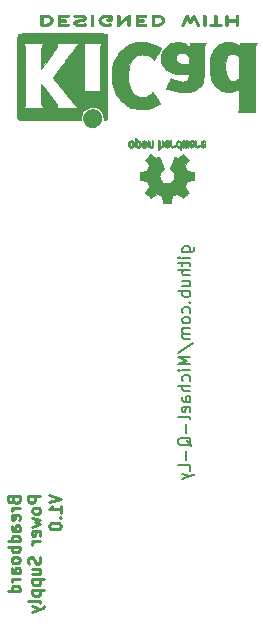
<source format=gbo>
%TF.GenerationSoftware,KiCad,Pcbnew,(5.1.9)-1*%
%TF.CreationDate,2021-12-31T02:05:00-06:00*%
%TF.ProjectId,BreadBoardPowerSupply,42726561-6442-46f6-9172-64506f776572,rev?*%
%TF.SameCoordinates,Original*%
%TF.FileFunction,Legend,Bot*%
%TF.FilePolarity,Positive*%
%FSLAX46Y46*%
G04 Gerber Fmt 4.6, Leading zero omitted, Abs format (unit mm)*
G04 Created by KiCad (PCBNEW (5.1.9)-1) date 2021-12-31 02:05:00*
%MOMM*%
%LPD*%
G01*
G04 APERTURE LIST*
%ADD10C,0.150000*%
%ADD11C,0.250000*%
%ADD12C,0.010000*%
G04 APERTURE END LIST*
D10*
X139104714Y-93258857D02*
X139914238Y-93258857D01*
X140009476Y-93211238D01*
X140057095Y-93163619D01*
X140104714Y-93068380D01*
X140104714Y-92925523D01*
X140057095Y-92830285D01*
X139723761Y-93258857D02*
X139771380Y-93163619D01*
X139771380Y-92973142D01*
X139723761Y-92877904D01*
X139676142Y-92830285D01*
X139580904Y-92782666D01*
X139295190Y-92782666D01*
X139199952Y-92830285D01*
X139152333Y-92877904D01*
X139104714Y-92973142D01*
X139104714Y-93163619D01*
X139152333Y-93258857D01*
X139771380Y-93735047D02*
X139104714Y-93735047D01*
X138771380Y-93735047D02*
X138819000Y-93687428D01*
X138866619Y-93735047D01*
X138819000Y-93782666D01*
X138771380Y-93735047D01*
X138866619Y-93735047D01*
X139104714Y-94068380D02*
X139104714Y-94449333D01*
X138771380Y-94211238D02*
X139628523Y-94211238D01*
X139723761Y-94258857D01*
X139771380Y-94354095D01*
X139771380Y-94449333D01*
X139771380Y-94782666D02*
X138771380Y-94782666D01*
X139771380Y-95211238D02*
X139247571Y-95211238D01*
X139152333Y-95163619D01*
X139104714Y-95068380D01*
X139104714Y-94925523D01*
X139152333Y-94830285D01*
X139199952Y-94782666D01*
X139104714Y-96116000D02*
X139771380Y-96116000D01*
X139104714Y-95687428D02*
X139628523Y-95687428D01*
X139723761Y-95735047D01*
X139771380Y-95830285D01*
X139771380Y-95973142D01*
X139723761Y-96068380D01*
X139676142Y-96116000D01*
X139771380Y-96592190D02*
X138771380Y-96592190D01*
X139152333Y-96592190D02*
X139104714Y-96687428D01*
X139104714Y-96877904D01*
X139152333Y-96973142D01*
X139199952Y-97020761D01*
X139295190Y-97068380D01*
X139580904Y-97068380D01*
X139676142Y-97020761D01*
X139723761Y-96973142D01*
X139771380Y-96877904D01*
X139771380Y-96687428D01*
X139723761Y-96592190D01*
X139676142Y-97496952D02*
X139723761Y-97544571D01*
X139771380Y-97496952D01*
X139723761Y-97449333D01*
X139676142Y-97496952D01*
X139771380Y-97496952D01*
X139723761Y-98401714D02*
X139771380Y-98306476D01*
X139771380Y-98116000D01*
X139723761Y-98020761D01*
X139676142Y-97973142D01*
X139580904Y-97925523D01*
X139295190Y-97925523D01*
X139199952Y-97973142D01*
X139152333Y-98020761D01*
X139104714Y-98116000D01*
X139104714Y-98306476D01*
X139152333Y-98401714D01*
X139771380Y-98973142D02*
X139723761Y-98877904D01*
X139676142Y-98830285D01*
X139580904Y-98782666D01*
X139295190Y-98782666D01*
X139199952Y-98830285D01*
X139152333Y-98877904D01*
X139104714Y-98973142D01*
X139104714Y-99116000D01*
X139152333Y-99211238D01*
X139199952Y-99258857D01*
X139295190Y-99306476D01*
X139580904Y-99306476D01*
X139676142Y-99258857D01*
X139723761Y-99211238D01*
X139771380Y-99116000D01*
X139771380Y-98973142D01*
X139771380Y-99735047D02*
X139104714Y-99735047D01*
X139199952Y-99735047D02*
X139152333Y-99782666D01*
X139104714Y-99877904D01*
X139104714Y-100020761D01*
X139152333Y-100116000D01*
X139247571Y-100163619D01*
X139771380Y-100163619D01*
X139247571Y-100163619D02*
X139152333Y-100211238D01*
X139104714Y-100306476D01*
X139104714Y-100449333D01*
X139152333Y-100544571D01*
X139247571Y-100592190D01*
X139771380Y-100592190D01*
X138723761Y-101782666D02*
X140009476Y-100925523D01*
X139771380Y-102116000D02*
X138771380Y-102116000D01*
X139485666Y-102449333D01*
X138771380Y-102782666D01*
X139771380Y-102782666D01*
X139771380Y-103258857D02*
X139104714Y-103258857D01*
X138771380Y-103258857D02*
X138819000Y-103211238D01*
X138866619Y-103258857D01*
X138819000Y-103306476D01*
X138771380Y-103258857D01*
X138866619Y-103258857D01*
X139723761Y-104163619D02*
X139771380Y-104068380D01*
X139771380Y-103877904D01*
X139723761Y-103782666D01*
X139676142Y-103735047D01*
X139580904Y-103687428D01*
X139295190Y-103687428D01*
X139199952Y-103735047D01*
X139152333Y-103782666D01*
X139104714Y-103877904D01*
X139104714Y-104068380D01*
X139152333Y-104163619D01*
X139771380Y-104592190D02*
X138771380Y-104592190D01*
X139771380Y-105020761D02*
X139247571Y-105020761D01*
X139152333Y-104973142D01*
X139104714Y-104877904D01*
X139104714Y-104735047D01*
X139152333Y-104639809D01*
X139199952Y-104592190D01*
X139771380Y-105925523D02*
X139247571Y-105925523D01*
X139152333Y-105877904D01*
X139104714Y-105782666D01*
X139104714Y-105592190D01*
X139152333Y-105496952D01*
X139723761Y-105925523D02*
X139771380Y-105830285D01*
X139771380Y-105592190D01*
X139723761Y-105496952D01*
X139628523Y-105449333D01*
X139533285Y-105449333D01*
X139438047Y-105496952D01*
X139390428Y-105592190D01*
X139390428Y-105830285D01*
X139342809Y-105925523D01*
X139723761Y-106782666D02*
X139771380Y-106687428D01*
X139771380Y-106496952D01*
X139723761Y-106401714D01*
X139628523Y-106354095D01*
X139247571Y-106354095D01*
X139152333Y-106401714D01*
X139104714Y-106496952D01*
X139104714Y-106687428D01*
X139152333Y-106782666D01*
X139247571Y-106830285D01*
X139342809Y-106830285D01*
X139438047Y-106354095D01*
X139771380Y-107401714D02*
X139723761Y-107306476D01*
X139628523Y-107258857D01*
X138771380Y-107258857D01*
X139390428Y-107782666D02*
X139390428Y-108544571D01*
X139866619Y-109687428D02*
X139819000Y-109592190D01*
X139723761Y-109496952D01*
X139580904Y-109354095D01*
X139533285Y-109258857D01*
X139533285Y-109163619D01*
X139771380Y-109211238D02*
X139723761Y-109116000D01*
X139628523Y-109020761D01*
X139438047Y-108973142D01*
X139104714Y-108973142D01*
X138914238Y-109020761D01*
X138819000Y-109116000D01*
X138771380Y-109211238D01*
X138771380Y-109401714D01*
X138819000Y-109496952D01*
X138914238Y-109592190D01*
X139104714Y-109639809D01*
X139438047Y-109639809D01*
X139628523Y-109592190D01*
X139723761Y-109496952D01*
X139771380Y-109401714D01*
X139771380Y-109211238D01*
X139390428Y-110068380D02*
X139390428Y-110830285D01*
X139771380Y-111782666D02*
X139771380Y-111306476D01*
X138771380Y-111306476D01*
X139104714Y-112020761D02*
X139771380Y-112258857D01*
X139104714Y-112496952D02*
X139771380Y-112258857D01*
X140009476Y-112163619D01*
X140057095Y-112116000D01*
X140104714Y-112020761D01*
D11*
X124797571Y-114271928D02*
X124845190Y-114414785D01*
X124892809Y-114462404D01*
X124988047Y-114510023D01*
X125130904Y-114510023D01*
X125226142Y-114462404D01*
X125273761Y-114414785D01*
X125321380Y-114319547D01*
X125321380Y-113938595D01*
X124321380Y-113938595D01*
X124321380Y-114271928D01*
X124369000Y-114367166D01*
X124416619Y-114414785D01*
X124511857Y-114462404D01*
X124607095Y-114462404D01*
X124702333Y-114414785D01*
X124749952Y-114367166D01*
X124797571Y-114271928D01*
X124797571Y-113938595D01*
X125321380Y-114938595D02*
X124654714Y-114938595D01*
X124845190Y-114938595D02*
X124749952Y-114986214D01*
X124702333Y-115033833D01*
X124654714Y-115129071D01*
X124654714Y-115224309D01*
X125273761Y-115938595D02*
X125321380Y-115843357D01*
X125321380Y-115652880D01*
X125273761Y-115557642D01*
X125178523Y-115510023D01*
X124797571Y-115510023D01*
X124702333Y-115557642D01*
X124654714Y-115652880D01*
X124654714Y-115843357D01*
X124702333Y-115938595D01*
X124797571Y-115986214D01*
X124892809Y-115986214D01*
X124988047Y-115510023D01*
X125321380Y-116843357D02*
X124797571Y-116843357D01*
X124702333Y-116795738D01*
X124654714Y-116700500D01*
X124654714Y-116510023D01*
X124702333Y-116414785D01*
X125273761Y-116843357D02*
X125321380Y-116748119D01*
X125321380Y-116510023D01*
X125273761Y-116414785D01*
X125178523Y-116367166D01*
X125083285Y-116367166D01*
X124988047Y-116414785D01*
X124940428Y-116510023D01*
X124940428Y-116748119D01*
X124892809Y-116843357D01*
X125321380Y-117748119D02*
X124321380Y-117748119D01*
X125273761Y-117748119D02*
X125321380Y-117652880D01*
X125321380Y-117462404D01*
X125273761Y-117367166D01*
X125226142Y-117319547D01*
X125130904Y-117271928D01*
X124845190Y-117271928D01*
X124749952Y-117319547D01*
X124702333Y-117367166D01*
X124654714Y-117462404D01*
X124654714Y-117652880D01*
X124702333Y-117748119D01*
X125321380Y-118224309D02*
X124321380Y-118224309D01*
X124702333Y-118224309D02*
X124654714Y-118319547D01*
X124654714Y-118510023D01*
X124702333Y-118605261D01*
X124749952Y-118652880D01*
X124845190Y-118700500D01*
X125130904Y-118700500D01*
X125226142Y-118652880D01*
X125273761Y-118605261D01*
X125321380Y-118510023D01*
X125321380Y-118319547D01*
X125273761Y-118224309D01*
X125321380Y-119271928D02*
X125273761Y-119176690D01*
X125226142Y-119129071D01*
X125130904Y-119081452D01*
X124845190Y-119081452D01*
X124749952Y-119129071D01*
X124702333Y-119176690D01*
X124654714Y-119271928D01*
X124654714Y-119414785D01*
X124702333Y-119510023D01*
X124749952Y-119557642D01*
X124845190Y-119605261D01*
X125130904Y-119605261D01*
X125226142Y-119557642D01*
X125273761Y-119510023D01*
X125321380Y-119414785D01*
X125321380Y-119271928D01*
X125321380Y-120462404D02*
X124797571Y-120462404D01*
X124702333Y-120414785D01*
X124654714Y-120319547D01*
X124654714Y-120129071D01*
X124702333Y-120033833D01*
X125273761Y-120462404D02*
X125321380Y-120367166D01*
X125321380Y-120129071D01*
X125273761Y-120033833D01*
X125178523Y-119986214D01*
X125083285Y-119986214D01*
X124988047Y-120033833D01*
X124940428Y-120129071D01*
X124940428Y-120367166D01*
X124892809Y-120462404D01*
X125321380Y-120938595D02*
X124654714Y-120938595D01*
X124845190Y-120938595D02*
X124749952Y-120986214D01*
X124702333Y-121033833D01*
X124654714Y-121129071D01*
X124654714Y-121224309D01*
X125321380Y-121986214D02*
X124321380Y-121986214D01*
X125273761Y-121986214D02*
X125321380Y-121890976D01*
X125321380Y-121700500D01*
X125273761Y-121605261D01*
X125226142Y-121557642D01*
X125130904Y-121510023D01*
X124845190Y-121510023D01*
X124749952Y-121557642D01*
X124702333Y-121605261D01*
X124654714Y-121700500D01*
X124654714Y-121890976D01*
X124702333Y-121986214D01*
X127071380Y-113938595D02*
X126071380Y-113938595D01*
X126071380Y-114319547D01*
X126119000Y-114414785D01*
X126166619Y-114462404D01*
X126261857Y-114510023D01*
X126404714Y-114510023D01*
X126499952Y-114462404D01*
X126547571Y-114414785D01*
X126595190Y-114319547D01*
X126595190Y-113938595D01*
X127071380Y-115081452D02*
X127023761Y-114986214D01*
X126976142Y-114938595D01*
X126880904Y-114890976D01*
X126595190Y-114890976D01*
X126499952Y-114938595D01*
X126452333Y-114986214D01*
X126404714Y-115081452D01*
X126404714Y-115224309D01*
X126452333Y-115319547D01*
X126499952Y-115367166D01*
X126595190Y-115414785D01*
X126880904Y-115414785D01*
X126976142Y-115367166D01*
X127023761Y-115319547D01*
X127071380Y-115224309D01*
X127071380Y-115081452D01*
X126404714Y-115748119D02*
X127071380Y-115938595D01*
X126595190Y-116129071D01*
X127071380Y-116319547D01*
X126404714Y-116510023D01*
X127023761Y-117271928D02*
X127071380Y-117176690D01*
X127071380Y-116986214D01*
X127023761Y-116890976D01*
X126928523Y-116843357D01*
X126547571Y-116843357D01*
X126452333Y-116890976D01*
X126404714Y-116986214D01*
X126404714Y-117176690D01*
X126452333Y-117271928D01*
X126547571Y-117319547D01*
X126642809Y-117319547D01*
X126738047Y-116843357D01*
X127071380Y-117748119D02*
X126404714Y-117748119D01*
X126595190Y-117748119D02*
X126499952Y-117795738D01*
X126452333Y-117843357D01*
X126404714Y-117938595D01*
X126404714Y-118033833D01*
X127023761Y-119081452D02*
X127071380Y-119224309D01*
X127071380Y-119462404D01*
X127023761Y-119557642D01*
X126976142Y-119605261D01*
X126880904Y-119652880D01*
X126785666Y-119652880D01*
X126690428Y-119605261D01*
X126642809Y-119557642D01*
X126595190Y-119462404D01*
X126547571Y-119271928D01*
X126499952Y-119176690D01*
X126452333Y-119129071D01*
X126357095Y-119081452D01*
X126261857Y-119081452D01*
X126166619Y-119129071D01*
X126119000Y-119176690D01*
X126071380Y-119271928D01*
X126071380Y-119510023D01*
X126119000Y-119652880D01*
X126404714Y-120510023D02*
X127071380Y-120510023D01*
X126404714Y-120081452D02*
X126928523Y-120081452D01*
X127023761Y-120129071D01*
X127071380Y-120224309D01*
X127071380Y-120367166D01*
X127023761Y-120462404D01*
X126976142Y-120510023D01*
X126404714Y-120986214D02*
X127404714Y-120986214D01*
X126452333Y-120986214D02*
X126404714Y-121081452D01*
X126404714Y-121271928D01*
X126452333Y-121367166D01*
X126499952Y-121414785D01*
X126595190Y-121462404D01*
X126880904Y-121462404D01*
X126976142Y-121414785D01*
X127023761Y-121367166D01*
X127071380Y-121271928D01*
X127071380Y-121081452D01*
X127023761Y-120986214D01*
X126404714Y-121890976D02*
X127404714Y-121890976D01*
X126452333Y-121890976D02*
X126404714Y-121986214D01*
X126404714Y-122176690D01*
X126452333Y-122271928D01*
X126499952Y-122319547D01*
X126595190Y-122367166D01*
X126880904Y-122367166D01*
X126976142Y-122319547D01*
X127023761Y-122271928D01*
X127071380Y-122176690D01*
X127071380Y-121986214D01*
X127023761Y-121890976D01*
X127071380Y-122938595D02*
X127023761Y-122843357D01*
X126928523Y-122795738D01*
X126071380Y-122795738D01*
X126404714Y-123224309D02*
X127071380Y-123462404D01*
X126404714Y-123700500D02*
X127071380Y-123462404D01*
X127309476Y-123367166D01*
X127357095Y-123319547D01*
X127404714Y-123224309D01*
X127821380Y-113795738D02*
X128821380Y-114129071D01*
X127821380Y-114462404D01*
X128821380Y-115319547D02*
X128821380Y-114748119D01*
X128821380Y-115033833D02*
X127821380Y-115033833D01*
X127964238Y-114938595D01*
X128059476Y-114843357D01*
X128107095Y-114748119D01*
X128726142Y-115748119D02*
X128773761Y-115795738D01*
X128821380Y-115748119D01*
X128773761Y-115700500D01*
X128726142Y-115748119D01*
X128821380Y-115748119D01*
X127821380Y-116414785D02*
X127821380Y-116510023D01*
X127869000Y-116605261D01*
X127916619Y-116652880D01*
X128011857Y-116700500D01*
X128202333Y-116748119D01*
X128440428Y-116748119D01*
X128630904Y-116700500D01*
X128726142Y-116652880D01*
X128773761Y-116605261D01*
X128821380Y-116510023D01*
X128821380Y-116414785D01*
X128773761Y-116319547D01*
X128726142Y-116271928D01*
X128630904Y-116224309D01*
X128440428Y-116176690D01*
X128202333Y-116176690D01*
X128011857Y-116224309D01*
X127916619Y-116271928D01*
X127869000Y-116319547D01*
X127821380Y-116414785D01*
D12*
%TO.C,REF\u002A\u002A*%
G36*
X135394744Y-84440082D02*
G01*
X135450201Y-84412432D01*
X135499148Y-84361520D01*
X135512629Y-84342662D01*
X135527314Y-84317985D01*
X135536842Y-84291184D01*
X135542293Y-84255413D01*
X135544747Y-84203831D01*
X135545286Y-84135733D01*
X135542852Y-84042412D01*
X135534394Y-83972343D01*
X135518174Y-83920069D01*
X135492454Y-83880131D01*
X135455497Y-83847071D01*
X135452782Y-83845114D01*
X135416360Y-83825092D01*
X135372502Y-83815185D01*
X135316724Y-83812743D01*
X135226048Y-83812743D01*
X135226010Y-83724717D01*
X135225166Y-83675692D01*
X135220024Y-83646935D01*
X135206587Y-83629689D01*
X135180858Y-83615192D01*
X135174679Y-83612231D01*
X135145764Y-83598352D01*
X135123376Y-83589586D01*
X135106729Y-83588829D01*
X135095036Y-83598977D01*
X135087510Y-83622927D01*
X135083366Y-83663574D01*
X135081815Y-83723814D01*
X135082071Y-83806545D01*
X135083349Y-83914661D01*
X135083748Y-83947000D01*
X135085185Y-84058476D01*
X135086472Y-84131397D01*
X135225971Y-84131397D01*
X135226755Y-84069501D01*
X135230240Y-84029003D01*
X135238124Y-84002292D01*
X135252105Y-83981756D01*
X135261597Y-83971740D01*
X135300404Y-83942433D01*
X135334763Y-83940048D01*
X135370216Y-83964250D01*
X135371114Y-83965143D01*
X135385539Y-83983847D01*
X135394313Y-84009268D01*
X135398739Y-84048416D01*
X135400118Y-84108303D01*
X135400143Y-84121570D01*
X135396812Y-84204099D01*
X135385969Y-84261309D01*
X135366340Y-84296234D01*
X135336650Y-84311906D01*
X135319491Y-84313486D01*
X135278766Y-84306074D01*
X135250832Y-84281670D01*
X135234017Y-84237020D01*
X135226650Y-84168870D01*
X135225971Y-84131397D01*
X135086472Y-84131397D01*
X135086708Y-84144755D01*
X135088677Y-84209667D01*
X135091450Y-84257042D01*
X135095388Y-84290710D01*
X135100849Y-84314502D01*
X135108192Y-84332247D01*
X135117777Y-84347776D01*
X135121887Y-84353619D01*
X135176405Y-84408815D01*
X135245336Y-84440110D01*
X135325072Y-84448835D01*
X135394744Y-84440082D01*
G37*
X135394744Y-84440082D02*
X135450201Y-84412432D01*
X135499148Y-84361520D01*
X135512629Y-84342662D01*
X135527314Y-84317985D01*
X135536842Y-84291184D01*
X135542293Y-84255413D01*
X135544747Y-84203831D01*
X135545286Y-84135733D01*
X135542852Y-84042412D01*
X135534394Y-83972343D01*
X135518174Y-83920069D01*
X135492454Y-83880131D01*
X135455497Y-83847071D01*
X135452782Y-83845114D01*
X135416360Y-83825092D01*
X135372502Y-83815185D01*
X135316724Y-83812743D01*
X135226048Y-83812743D01*
X135226010Y-83724717D01*
X135225166Y-83675692D01*
X135220024Y-83646935D01*
X135206587Y-83629689D01*
X135180858Y-83615192D01*
X135174679Y-83612231D01*
X135145764Y-83598352D01*
X135123376Y-83589586D01*
X135106729Y-83588829D01*
X135095036Y-83598977D01*
X135087510Y-83622927D01*
X135083366Y-83663574D01*
X135081815Y-83723814D01*
X135082071Y-83806545D01*
X135083349Y-83914661D01*
X135083748Y-83947000D01*
X135085185Y-84058476D01*
X135086472Y-84131397D01*
X135225971Y-84131397D01*
X135226755Y-84069501D01*
X135230240Y-84029003D01*
X135238124Y-84002292D01*
X135252105Y-83981756D01*
X135261597Y-83971740D01*
X135300404Y-83942433D01*
X135334763Y-83940048D01*
X135370216Y-83964250D01*
X135371114Y-83965143D01*
X135385539Y-83983847D01*
X135394313Y-84009268D01*
X135398739Y-84048416D01*
X135400118Y-84108303D01*
X135400143Y-84121570D01*
X135396812Y-84204099D01*
X135385969Y-84261309D01*
X135366340Y-84296234D01*
X135336650Y-84311906D01*
X135319491Y-84313486D01*
X135278766Y-84306074D01*
X135250832Y-84281670D01*
X135234017Y-84237020D01*
X135226650Y-84168870D01*
X135225971Y-84131397D01*
X135086472Y-84131397D01*
X135086708Y-84144755D01*
X135088677Y-84209667D01*
X135091450Y-84257042D01*
X135095388Y-84290710D01*
X135100849Y-84314502D01*
X135108192Y-84332247D01*
X135117777Y-84347776D01*
X135121887Y-84353619D01*
X135176405Y-84408815D01*
X135245336Y-84440110D01*
X135325072Y-84448835D01*
X135394744Y-84440082D01*
G36*
X136511093Y-84432220D02*
G01*
X136557672Y-84405277D01*
X136590057Y-84378534D01*
X136613742Y-84350516D01*
X136630059Y-84316252D01*
X136640339Y-84270773D01*
X136645914Y-84209108D01*
X136648116Y-84126289D01*
X136648371Y-84066754D01*
X136648371Y-83847609D01*
X136586686Y-83819956D01*
X136525000Y-83792303D01*
X136517743Y-84032330D01*
X136514744Y-84121972D01*
X136511598Y-84187038D01*
X136507701Y-84231974D01*
X136502447Y-84261230D01*
X136495231Y-84279252D01*
X136485450Y-84290489D01*
X136482312Y-84292921D01*
X136434761Y-84311917D01*
X136386697Y-84304400D01*
X136358086Y-84284457D01*
X136346447Y-84270325D01*
X136338391Y-84251780D01*
X136333271Y-84223666D01*
X136330441Y-84180827D01*
X136329256Y-84118105D01*
X136329057Y-84052739D01*
X136329018Y-83970732D01*
X136327614Y-83912684D01*
X136322914Y-83873535D01*
X136312987Y-83848220D01*
X136295903Y-83831677D01*
X136269732Y-83818844D01*
X136234775Y-83805509D01*
X136196596Y-83790993D01*
X136201141Y-84048611D01*
X136202971Y-84141481D01*
X136205112Y-84210111D01*
X136208181Y-84259289D01*
X136212794Y-84293802D01*
X136219568Y-84318438D01*
X136229119Y-84337984D01*
X136240634Y-84355230D01*
X136296190Y-84410320D01*
X136363980Y-84442178D01*
X136437713Y-84449809D01*
X136511093Y-84432220D01*
G37*
X136511093Y-84432220D02*
X136557672Y-84405277D01*
X136590057Y-84378534D01*
X136613742Y-84350516D01*
X136630059Y-84316252D01*
X136640339Y-84270773D01*
X136645914Y-84209108D01*
X136648116Y-84126289D01*
X136648371Y-84066754D01*
X136648371Y-83847609D01*
X136586686Y-83819956D01*
X136525000Y-83792303D01*
X136517743Y-84032330D01*
X136514744Y-84121972D01*
X136511598Y-84187038D01*
X136507701Y-84231974D01*
X136502447Y-84261230D01*
X136495231Y-84279252D01*
X136485450Y-84290489D01*
X136482312Y-84292921D01*
X136434761Y-84311917D01*
X136386697Y-84304400D01*
X136358086Y-84284457D01*
X136346447Y-84270325D01*
X136338391Y-84251780D01*
X136333271Y-84223666D01*
X136330441Y-84180827D01*
X136329256Y-84118105D01*
X136329057Y-84052739D01*
X136329018Y-83970732D01*
X136327614Y-83912684D01*
X136322914Y-83873535D01*
X136312987Y-83848220D01*
X136295903Y-83831677D01*
X136269732Y-83818844D01*
X136234775Y-83805509D01*
X136196596Y-83790993D01*
X136201141Y-84048611D01*
X136202971Y-84141481D01*
X136205112Y-84210111D01*
X136208181Y-84259289D01*
X136212794Y-84293802D01*
X136219568Y-84318438D01*
X136229119Y-84337984D01*
X136240634Y-84355230D01*
X136296190Y-84410320D01*
X136363980Y-84442178D01*
X136437713Y-84449809D01*
X136511093Y-84432220D01*
G36*
X134836115Y-84438038D02*
G01*
X134904145Y-84402267D01*
X134954351Y-84344699D01*
X134972185Y-84307688D01*
X134986063Y-84252118D01*
X134993167Y-84181904D01*
X134993840Y-84105273D01*
X134988427Y-84030448D01*
X134977270Y-83965658D01*
X134960714Y-83919127D01*
X134955626Y-83911113D01*
X134895355Y-83851293D01*
X134823769Y-83815465D01*
X134746092Y-83804980D01*
X134667548Y-83821190D01*
X134645689Y-83830908D01*
X134603122Y-83860857D01*
X134565763Y-83900567D01*
X134562232Y-83905603D01*
X134547881Y-83929876D01*
X134538394Y-83955822D01*
X134532790Y-83989978D01*
X134530086Y-84038881D01*
X134529299Y-84109065D01*
X134529286Y-84124800D01*
X134529322Y-84129808D01*
X134674429Y-84129808D01*
X134675273Y-84063570D01*
X134678596Y-84019614D01*
X134685583Y-83991221D01*
X134697416Y-83971675D01*
X134703457Y-83965143D01*
X134738186Y-83940320D01*
X134771903Y-83941452D01*
X134805995Y-83962984D01*
X134826329Y-83985971D01*
X134838371Y-84019522D01*
X134845134Y-84072431D01*
X134845598Y-84078601D01*
X134846752Y-84174487D01*
X134834688Y-84245701D01*
X134809570Y-84291806D01*
X134771560Y-84312365D01*
X134757992Y-84313486D01*
X134722364Y-84307848D01*
X134697994Y-84288314D01*
X134683093Y-84250958D01*
X134675875Y-84191850D01*
X134674429Y-84129808D01*
X134529322Y-84129808D01*
X134529826Y-84199587D01*
X134532096Y-84251841D01*
X134537068Y-84288051D01*
X134545713Y-84314701D01*
X134559005Y-84338278D01*
X134561943Y-84342662D01*
X134611313Y-84401751D01*
X134665109Y-84436053D01*
X134730602Y-84449669D01*
X134752842Y-84450335D01*
X134836115Y-84438038D01*
G37*
X134836115Y-84438038D02*
X134904145Y-84402267D01*
X134954351Y-84344699D01*
X134972185Y-84307688D01*
X134986063Y-84252118D01*
X134993167Y-84181904D01*
X134993840Y-84105273D01*
X134988427Y-84030448D01*
X134977270Y-83965658D01*
X134960714Y-83919127D01*
X134955626Y-83911113D01*
X134895355Y-83851293D01*
X134823769Y-83815465D01*
X134746092Y-83804980D01*
X134667548Y-83821190D01*
X134645689Y-83830908D01*
X134603122Y-83860857D01*
X134565763Y-83900567D01*
X134562232Y-83905603D01*
X134547881Y-83929876D01*
X134538394Y-83955822D01*
X134532790Y-83989978D01*
X134530086Y-84038881D01*
X134529299Y-84109065D01*
X134529286Y-84124800D01*
X134529322Y-84129808D01*
X134674429Y-84129808D01*
X134675273Y-84063570D01*
X134678596Y-84019614D01*
X134685583Y-83991221D01*
X134697416Y-83971675D01*
X134703457Y-83965143D01*
X134738186Y-83940320D01*
X134771903Y-83941452D01*
X134805995Y-83962984D01*
X134826329Y-83985971D01*
X134838371Y-84019522D01*
X134845134Y-84072431D01*
X134845598Y-84078601D01*
X134846752Y-84174487D01*
X134834688Y-84245701D01*
X134809570Y-84291806D01*
X134771560Y-84312365D01*
X134757992Y-84313486D01*
X134722364Y-84307848D01*
X134697994Y-84288314D01*
X134683093Y-84250958D01*
X134675875Y-84191850D01*
X134674429Y-84129808D01*
X134529322Y-84129808D01*
X134529826Y-84199587D01*
X134532096Y-84251841D01*
X134537068Y-84288051D01*
X134545713Y-84314701D01*
X134559005Y-84338278D01*
X134561943Y-84342662D01*
X134611313Y-84401751D01*
X134665109Y-84436053D01*
X134730602Y-84449669D01*
X134752842Y-84450335D01*
X134836115Y-84438038D01*
G36*
X135963303Y-84428761D02*
G01*
X136020527Y-84390265D01*
X136064749Y-84334665D01*
X136091167Y-84263914D01*
X136096510Y-84211838D01*
X136095903Y-84190107D01*
X136090822Y-84173469D01*
X136076855Y-84158563D01*
X136049589Y-84142027D01*
X136004612Y-84120502D01*
X135937511Y-84090626D01*
X135937171Y-84090476D01*
X135875407Y-84062187D01*
X135824759Y-84037067D01*
X135790404Y-84017821D01*
X135777518Y-84007152D01*
X135777514Y-84007066D01*
X135788872Y-83983834D01*
X135815431Y-83958226D01*
X135845923Y-83939779D01*
X135861370Y-83936114D01*
X135903515Y-83948788D01*
X135939808Y-83980529D01*
X135957517Y-84015428D01*
X135974552Y-84041155D01*
X136007922Y-84070454D01*
X136047149Y-84095765D01*
X136081756Y-84109529D01*
X136088993Y-84110286D01*
X136097139Y-84097840D01*
X136097630Y-84066028D01*
X136091643Y-84023134D01*
X136080357Y-83977442D01*
X136064950Y-83937239D01*
X136064171Y-83935678D01*
X136017804Y-83870938D01*
X135957711Y-83826903D01*
X135889465Y-83805289D01*
X135818638Y-83807815D01*
X135750804Y-83836196D01*
X135747788Y-83838192D01*
X135694427Y-83886552D01*
X135659340Y-83949648D01*
X135639922Y-84032613D01*
X135637316Y-84055922D01*
X135632701Y-84165945D01*
X135638233Y-84217252D01*
X135777514Y-84217252D01*
X135779324Y-84185247D01*
X135789222Y-84175907D01*
X135813898Y-84182895D01*
X135852795Y-84199413D01*
X135896275Y-84220119D01*
X135897356Y-84220667D01*
X135934209Y-84240051D01*
X135949000Y-84252987D01*
X135945353Y-84266549D01*
X135929995Y-84284368D01*
X135890923Y-84310155D01*
X135848846Y-84312050D01*
X135811103Y-84293283D01*
X135785034Y-84257085D01*
X135777514Y-84217252D01*
X135638233Y-84217252D01*
X135642194Y-84253973D01*
X135666550Y-84323788D01*
X135700456Y-84372698D01*
X135761653Y-84422122D01*
X135829063Y-84446641D01*
X135897880Y-84448203D01*
X135963303Y-84428761D01*
G37*
X135963303Y-84428761D02*
X136020527Y-84390265D01*
X136064749Y-84334665D01*
X136091167Y-84263914D01*
X136096510Y-84211838D01*
X136095903Y-84190107D01*
X136090822Y-84173469D01*
X136076855Y-84158563D01*
X136049589Y-84142027D01*
X136004612Y-84120502D01*
X135937511Y-84090626D01*
X135937171Y-84090476D01*
X135875407Y-84062187D01*
X135824759Y-84037067D01*
X135790404Y-84017821D01*
X135777518Y-84007152D01*
X135777514Y-84007066D01*
X135788872Y-83983834D01*
X135815431Y-83958226D01*
X135845923Y-83939779D01*
X135861370Y-83936114D01*
X135903515Y-83948788D01*
X135939808Y-83980529D01*
X135957517Y-84015428D01*
X135974552Y-84041155D01*
X136007922Y-84070454D01*
X136047149Y-84095765D01*
X136081756Y-84109529D01*
X136088993Y-84110286D01*
X136097139Y-84097840D01*
X136097630Y-84066028D01*
X136091643Y-84023134D01*
X136080357Y-83977442D01*
X136064950Y-83937239D01*
X136064171Y-83935678D01*
X136017804Y-83870938D01*
X135957711Y-83826903D01*
X135889465Y-83805289D01*
X135818638Y-83807815D01*
X135750804Y-83836196D01*
X135747788Y-83838192D01*
X135694427Y-83886552D01*
X135659340Y-83949648D01*
X135639922Y-84032613D01*
X135637316Y-84055922D01*
X135632701Y-84165945D01*
X135638233Y-84217252D01*
X135777514Y-84217252D01*
X135779324Y-84185247D01*
X135789222Y-84175907D01*
X135813898Y-84182895D01*
X135852795Y-84199413D01*
X135896275Y-84220119D01*
X135897356Y-84220667D01*
X135934209Y-84240051D01*
X135949000Y-84252987D01*
X135945353Y-84266549D01*
X135929995Y-84284368D01*
X135890923Y-84310155D01*
X135848846Y-84312050D01*
X135811103Y-84293283D01*
X135785034Y-84257085D01*
X135777514Y-84217252D01*
X135638233Y-84217252D01*
X135642194Y-84253973D01*
X135666550Y-84323788D01*
X135700456Y-84372698D01*
X135761653Y-84422122D01*
X135829063Y-84446641D01*
X135897880Y-84448203D01*
X135963303Y-84428761D01*
G36*
X137170886Y-84508711D02*
G01*
X137175139Y-84449387D01*
X137180025Y-84414428D01*
X137186795Y-84399180D01*
X137196702Y-84398985D01*
X137199914Y-84400805D01*
X137242644Y-84413985D01*
X137298227Y-84413215D01*
X137354737Y-84399667D01*
X137390082Y-84382139D01*
X137426321Y-84354139D01*
X137452813Y-84322451D01*
X137470999Y-84282187D01*
X137482322Y-84228457D01*
X137488222Y-84156374D01*
X137490143Y-84061049D01*
X137490177Y-84042763D01*
X137490200Y-83837354D01*
X137444491Y-83821420D01*
X137412027Y-83810580D01*
X137394215Y-83805532D01*
X137393691Y-83805486D01*
X137391937Y-83819172D01*
X137390444Y-83856924D01*
X137389326Y-83913776D01*
X137388697Y-83984766D01*
X137388600Y-84027927D01*
X137388398Y-84113027D01*
X137387358Y-84174019D01*
X137384831Y-84215823D01*
X137380164Y-84243358D01*
X137372707Y-84261544D01*
X137361811Y-84275302D01*
X137355007Y-84281927D01*
X137308272Y-84308625D01*
X137257272Y-84310625D01*
X137211001Y-84288045D01*
X137202444Y-84279893D01*
X137189893Y-84264564D01*
X137181188Y-84246382D01*
X137175631Y-84220091D01*
X137172526Y-84180438D01*
X137171176Y-84122168D01*
X137170886Y-84041827D01*
X137170886Y-83837354D01*
X137125177Y-83821420D01*
X137092713Y-83810580D01*
X137074901Y-83805532D01*
X137074377Y-83805486D01*
X137073037Y-83819377D01*
X137071828Y-83858561D01*
X137070801Y-83919300D01*
X137070002Y-83997859D01*
X137069481Y-84090502D01*
X137069286Y-84193491D01*
X137069286Y-84590658D01*
X137116457Y-84610556D01*
X137163629Y-84630453D01*
X137170886Y-84508711D01*
G37*
X137170886Y-84508711D02*
X137175139Y-84449387D01*
X137180025Y-84414428D01*
X137186795Y-84399180D01*
X137196702Y-84398985D01*
X137199914Y-84400805D01*
X137242644Y-84413985D01*
X137298227Y-84413215D01*
X137354737Y-84399667D01*
X137390082Y-84382139D01*
X137426321Y-84354139D01*
X137452813Y-84322451D01*
X137470999Y-84282187D01*
X137482322Y-84228457D01*
X137488222Y-84156374D01*
X137490143Y-84061049D01*
X137490177Y-84042763D01*
X137490200Y-83837354D01*
X137444491Y-83821420D01*
X137412027Y-83810580D01*
X137394215Y-83805532D01*
X137393691Y-83805486D01*
X137391937Y-83819172D01*
X137390444Y-83856924D01*
X137389326Y-83913776D01*
X137388697Y-83984766D01*
X137388600Y-84027927D01*
X137388398Y-84113027D01*
X137387358Y-84174019D01*
X137384831Y-84215823D01*
X137380164Y-84243358D01*
X137372707Y-84261544D01*
X137361811Y-84275302D01*
X137355007Y-84281927D01*
X137308272Y-84308625D01*
X137257272Y-84310625D01*
X137211001Y-84288045D01*
X137202444Y-84279893D01*
X137189893Y-84264564D01*
X137181188Y-84246382D01*
X137175631Y-84220091D01*
X137172526Y-84180438D01*
X137171176Y-84122168D01*
X137170886Y-84041827D01*
X137170886Y-83837354D01*
X137125177Y-83821420D01*
X137092713Y-83810580D01*
X137074901Y-83805532D01*
X137074377Y-83805486D01*
X137073037Y-83819377D01*
X137071828Y-83858561D01*
X137070801Y-83919300D01*
X137070002Y-83997859D01*
X137069481Y-84090502D01*
X137069286Y-84193491D01*
X137069286Y-84590658D01*
X137116457Y-84610556D01*
X137163629Y-84630453D01*
X137170886Y-84508711D01*
G36*
X137834744Y-84409032D02*
G01*
X137891616Y-84387913D01*
X137892267Y-84387507D01*
X137927440Y-84361620D01*
X137953407Y-84331367D01*
X137971670Y-84291942D01*
X137983732Y-84238538D01*
X137991096Y-84166349D01*
X137995264Y-84070568D01*
X137995629Y-84056922D01*
X138000876Y-83851158D01*
X137956716Y-83828322D01*
X137924763Y-83812890D01*
X137905470Y-83805577D01*
X137904578Y-83805486D01*
X137901239Y-83818978D01*
X137898587Y-83855374D01*
X137896956Y-83908548D01*
X137896600Y-83951607D01*
X137896592Y-84021359D01*
X137893403Y-84065163D01*
X137882288Y-84086056D01*
X137858501Y-84087075D01*
X137817296Y-84071259D01*
X137755086Y-84042185D01*
X137709341Y-84018037D01*
X137685813Y-83997087D01*
X137678896Y-83974253D01*
X137678886Y-83973123D01*
X137690299Y-83933788D01*
X137724092Y-83912538D01*
X137775809Y-83909461D01*
X137813061Y-83909994D01*
X137832703Y-83899265D01*
X137844952Y-83873495D01*
X137852002Y-83840663D01*
X137841842Y-83822034D01*
X137838017Y-83819368D01*
X137802001Y-83808660D01*
X137751566Y-83807144D01*
X137699626Y-83814241D01*
X137662822Y-83827212D01*
X137611938Y-83870415D01*
X137583014Y-83930554D01*
X137577286Y-83977538D01*
X137581657Y-84019918D01*
X137597475Y-84054512D01*
X137628797Y-84085237D01*
X137679678Y-84116010D01*
X137754176Y-84150748D01*
X137758714Y-84152712D01*
X137825821Y-84183713D01*
X137867232Y-84209138D01*
X137884981Y-84231986D01*
X137881107Y-84255255D01*
X137857643Y-84281944D01*
X137850627Y-84288086D01*
X137803630Y-84311900D01*
X137754933Y-84310897D01*
X137712522Y-84287549D01*
X137684384Y-84244325D01*
X137681769Y-84235840D01*
X137656308Y-84194692D01*
X137624001Y-84174872D01*
X137577286Y-84155230D01*
X137577286Y-84206050D01*
X137591496Y-84279918D01*
X137633675Y-84347673D01*
X137655624Y-84370339D01*
X137705517Y-84399431D01*
X137768967Y-84412600D01*
X137834744Y-84409032D01*
G37*
X137834744Y-84409032D02*
X137891616Y-84387913D01*
X137892267Y-84387507D01*
X137927440Y-84361620D01*
X137953407Y-84331367D01*
X137971670Y-84291942D01*
X137983732Y-84238538D01*
X137991096Y-84166349D01*
X137995264Y-84070568D01*
X137995629Y-84056922D01*
X138000876Y-83851158D01*
X137956716Y-83828322D01*
X137924763Y-83812890D01*
X137905470Y-83805577D01*
X137904578Y-83805486D01*
X137901239Y-83818978D01*
X137898587Y-83855374D01*
X137896956Y-83908548D01*
X137896600Y-83951607D01*
X137896592Y-84021359D01*
X137893403Y-84065163D01*
X137882288Y-84086056D01*
X137858501Y-84087075D01*
X137817296Y-84071259D01*
X137755086Y-84042185D01*
X137709341Y-84018037D01*
X137685813Y-83997087D01*
X137678896Y-83974253D01*
X137678886Y-83973123D01*
X137690299Y-83933788D01*
X137724092Y-83912538D01*
X137775809Y-83909461D01*
X137813061Y-83909994D01*
X137832703Y-83899265D01*
X137844952Y-83873495D01*
X137852002Y-83840663D01*
X137841842Y-83822034D01*
X137838017Y-83819368D01*
X137802001Y-83808660D01*
X137751566Y-83807144D01*
X137699626Y-83814241D01*
X137662822Y-83827212D01*
X137611938Y-83870415D01*
X137583014Y-83930554D01*
X137577286Y-83977538D01*
X137581657Y-84019918D01*
X137597475Y-84054512D01*
X137628797Y-84085237D01*
X137679678Y-84116010D01*
X137754176Y-84150748D01*
X137758714Y-84152712D01*
X137825821Y-84183713D01*
X137867232Y-84209138D01*
X137884981Y-84231986D01*
X137881107Y-84255255D01*
X137857643Y-84281944D01*
X137850627Y-84288086D01*
X137803630Y-84311900D01*
X137754933Y-84310897D01*
X137712522Y-84287549D01*
X137684384Y-84244325D01*
X137681769Y-84235840D01*
X137656308Y-84194692D01*
X137624001Y-84174872D01*
X137577286Y-84155230D01*
X137577286Y-84206050D01*
X137591496Y-84279918D01*
X137633675Y-84347673D01*
X137655624Y-84370339D01*
X137705517Y-84399431D01*
X137768967Y-84412600D01*
X137834744Y-84409032D01*
G36*
X138324926Y-84410245D02*
G01*
X138390858Y-84385916D01*
X138444273Y-84342883D01*
X138465164Y-84312591D01*
X138487939Y-84257006D01*
X138487466Y-84216814D01*
X138463562Y-84189783D01*
X138454717Y-84185187D01*
X138416530Y-84170856D01*
X138397028Y-84174528D01*
X138390422Y-84198593D01*
X138390086Y-84211886D01*
X138377992Y-84260790D01*
X138346471Y-84295001D01*
X138302659Y-84311524D01*
X138253695Y-84307366D01*
X138213894Y-84285773D01*
X138200450Y-84273456D01*
X138190921Y-84258513D01*
X138184485Y-84235925D01*
X138180317Y-84200672D01*
X138177597Y-84147734D01*
X138175502Y-84072093D01*
X138174960Y-84048143D01*
X138172981Y-83966210D01*
X138170731Y-83908545D01*
X138167357Y-83870392D01*
X138162006Y-83846996D01*
X138153824Y-83833602D01*
X138141959Y-83825455D01*
X138134362Y-83821856D01*
X138102102Y-83809548D01*
X138083111Y-83805486D01*
X138076836Y-83819052D01*
X138073006Y-83860066D01*
X138071600Y-83929001D01*
X138072598Y-84026331D01*
X138072908Y-84041343D01*
X138075101Y-84130141D01*
X138077693Y-84194981D01*
X138081382Y-84240933D01*
X138086864Y-84273065D01*
X138094835Y-84296447D01*
X138105993Y-84316148D01*
X138111830Y-84324590D01*
X138145296Y-84361943D01*
X138182727Y-84390997D01*
X138187309Y-84393533D01*
X138254426Y-84413557D01*
X138324926Y-84410245D01*
G37*
X138324926Y-84410245D02*
X138390858Y-84385916D01*
X138444273Y-84342883D01*
X138465164Y-84312591D01*
X138487939Y-84257006D01*
X138487466Y-84216814D01*
X138463562Y-84189783D01*
X138454717Y-84185187D01*
X138416530Y-84170856D01*
X138397028Y-84174528D01*
X138390422Y-84198593D01*
X138390086Y-84211886D01*
X138377992Y-84260790D01*
X138346471Y-84295001D01*
X138302659Y-84311524D01*
X138253695Y-84307366D01*
X138213894Y-84285773D01*
X138200450Y-84273456D01*
X138190921Y-84258513D01*
X138184485Y-84235925D01*
X138180317Y-84200672D01*
X138177597Y-84147734D01*
X138175502Y-84072093D01*
X138174960Y-84048143D01*
X138172981Y-83966210D01*
X138170731Y-83908545D01*
X138167357Y-83870392D01*
X138162006Y-83846996D01*
X138153824Y-83833602D01*
X138141959Y-83825455D01*
X138134362Y-83821856D01*
X138102102Y-83809548D01*
X138083111Y-83805486D01*
X138076836Y-83819052D01*
X138073006Y-83860066D01*
X138071600Y-83929001D01*
X138072598Y-84026331D01*
X138072908Y-84041343D01*
X138075101Y-84130141D01*
X138077693Y-84194981D01*
X138081382Y-84240933D01*
X138086864Y-84273065D01*
X138094835Y-84296447D01*
X138105993Y-84316148D01*
X138111830Y-84324590D01*
X138145296Y-84361943D01*
X138182727Y-84390997D01*
X138187309Y-84393533D01*
X138254426Y-84413557D01*
X138324926Y-84410245D01*
G36*
X138985117Y-84294642D02*
G01*
X138984933Y-84186163D01*
X138984219Y-84102713D01*
X138982675Y-84040296D01*
X138980001Y-83994915D01*
X138975894Y-83962571D01*
X138970055Y-83939267D01*
X138962182Y-83921005D01*
X138956221Y-83910582D01*
X138906855Y-83854055D01*
X138844264Y-83818623D01*
X138775013Y-83805910D01*
X138705668Y-83817537D01*
X138664375Y-83838432D01*
X138621025Y-83874578D01*
X138591481Y-83918724D01*
X138573655Y-83976538D01*
X138565463Y-84053687D01*
X138564302Y-84110286D01*
X138564458Y-84114353D01*
X138665857Y-84114353D01*
X138666476Y-84049450D01*
X138669314Y-84006486D01*
X138675840Y-83978378D01*
X138687523Y-83958047D01*
X138701483Y-83942712D01*
X138748365Y-83913110D01*
X138798701Y-83910581D01*
X138846276Y-83935295D01*
X138849979Y-83938644D01*
X138865783Y-83956065D01*
X138875693Y-83976791D01*
X138881058Y-84007638D01*
X138883228Y-84055423D01*
X138883571Y-84108252D01*
X138882827Y-84174619D01*
X138879748Y-84218894D01*
X138873061Y-84247991D01*
X138861496Y-84268827D01*
X138852013Y-84279893D01*
X138807960Y-84307802D01*
X138757224Y-84311157D01*
X138708796Y-84289841D01*
X138699450Y-84281927D01*
X138683540Y-84264353D01*
X138673610Y-84243413D01*
X138668278Y-84212218D01*
X138666163Y-84163878D01*
X138665857Y-84114353D01*
X138564458Y-84114353D01*
X138567810Y-84201432D01*
X138579726Y-84269914D01*
X138602135Y-84321400D01*
X138637124Y-84361557D01*
X138664375Y-84382139D01*
X138713907Y-84404375D01*
X138771316Y-84414696D01*
X138824682Y-84411933D01*
X138854543Y-84400788D01*
X138866261Y-84397617D01*
X138874037Y-84409443D01*
X138879465Y-84441134D01*
X138883571Y-84489407D01*
X138888067Y-84543171D01*
X138894313Y-84575518D01*
X138905676Y-84594015D01*
X138925528Y-84606230D01*
X138938000Y-84611638D01*
X138985171Y-84631399D01*
X138985117Y-84294642D01*
G37*
X138985117Y-84294642D02*
X138984933Y-84186163D01*
X138984219Y-84102713D01*
X138982675Y-84040296D01*
X138980001Y-83994915D01*
X138975894Y-83962571D01*
X138970055Y-83939267D01*
X138962182Y-83921005D01*
X138956221Y-83910582D01*
X138906855Y-83854055D01*
X138844264Y-83818623D01*
X138775013Y-83805910D01*
X138705668Y-83817537D01*
X138664375Y-83838432D01*
X138621025Y-83874578D01*
X138591481Y-83918724D01*
X138573655Y-83976538D01*
X138565463Y-84053687D01*
X138564302Y-84110286D01*
X138564458Y-84114353D01*
X138665857Y-84114353D01*
X138666476Y-84049450D01*
X138669314Y-84006486D01*
X138675840Y-83978378D01*
X138687523Y-83958047D01*
X138701483Y-83942712D01*
X138748365Y-83913110D01*
X138798701Y-83910581D01*
X138846276Y-83935295D01*
X138849979Y-83938644D01*
X138865783Y-83956065D01*
X138875693Y-83976791D01*
X138881058Y-84007638D01*
X138883228Y-84055423D01*
X138883571Y-84108252D01*
X138882827Y-84174619D01*
X138879748Y-84218894D01*
X138873061Y-84247991D01*
X138861496Y-84268827D01*
X138852013Y-84279893D01*
X138807960Y-84307802D01*
X138757224Y-84311157D01*
X138708796Y-84289841D01*
X138699450Y-84281927D01*
X138683540Y-84264353D01*
X138673610Y-84243413D01*
X138668278Y-84212218D01*
X138666163Y-84163878D01*
X138665857Y-84114353D01*
X138564458Y-84114353D01*
X138567810Y-84201432D01*
X138579726Y-84269914D01*
X138602135Y-84321400D01*
X138637124Y-84361557D01*
X138664375Y-84382139D01*
X138713907Y-84404375D01*
X138771316Y-84414696D01*
X138824682Y-84411933D01*
X138854543Y-84400788D01*
X138866261Y-84397617D01*
X138874037Y-84409443D01*
X138879465Y-84441134D01*
X138883571Y-84489407D01*
X138888067Y-84543171D01*
X138894313Y-84575518D01*
X138905676Y-84594015D01*
X138925528Y-84606230D01*
X138938000Y-84611638D01*
X138985171Y-84631399D01*
X138985117Y-84294642D01*
G36*
X139574833Y-84401337D02*
G01*
X139577048Y-84363150D01*
X139578784Y-84305114D01*
X139579899Y-84231820D01*
X139580257Y-84154945D01*
X139580257Y-83894804D01*
X139534326Y-83848873D01*
X139502675Y-83820571D01*
X139474890Y-83809107D01*
X139436915Y-83809832D01*
X139421840Y-83811679D01*
X139374726Y-83817052D01*
X139335756Y-83820131D01*
X139326257Y-83820415D01*
X139294233Y-83818555D01*
X139248432Y-83813886D01*
X139230674Y-83811679D01*
X139187057Y-83808265D01*
X139157745Y-83815680D01*
X139128680Y-83838573D01*
X139118188Y-83848873D01*
X139072257Y-83894804D01*
X139072257Y-84381398D01*
X139109226Y-84398242D01*
X139141059Y-84410718D01*
X139159683Y-84415086D01*
X139164458Y-84401282D01*
X139168921Y-84362714D01*
X139172775Y-84303644D01*
X139175722Y-84228337D01*
X139177143Y-84164714D01*
X139181114Y-83914343D01*
X139215759Y-83909444D01*
X139247268Y-83912869D01*
X139262708Y-83923959D01*
X139267023Y-83944692D01*
X139270708Y-83988855D01*
X139273469Y-84050854D01*
X139275012Y-84125091D01*
X139275235Y-84163294D01*
X139275457Y-84383217D01*
X139321166Y-84399151D01*
X139353518Y-84409985D01*
X139371115Y-84415038D01*
X139371623Y-84415086D01*
X139373388Y-84401352D01*
X139375329Y-84363270D01*
X139377282Y-84305518D01*
X139379084Y-84232773D01*
X139380343Y-84164714D01*
X139384314Y-83914343D01*
X139471400Y-83914343D01*
X139475396Y-84142760D01*
X139479392Y-84371178D01*
X139521847Y-84393132D01*
X139553192Y-84408207D01*
X139571744Y-84415049D01*
X139572279Y-84415086D01*
X139574833Y-84401337D01*
G37*
X139574833Y-84401337D02*
X139577048Y-84363150D01*
X139578784Y-84305114D01*
X139579899Y-84231820D01*
X139580257Y-84154945D01*
X139580257Y-83894804D01*
X139534326Y-83848873D01*
X139502675Y-83820571D01*
X139474890Y-83809107D01*
X139436915Y-83809832D01*
X139421840Y-83811679D01*
X139374726Y-83817052D01*
X139335756Y-83820131D01*
X139326257Y-83820415D01*
X139294233Y-83818555D01*
X139248432Y-83813886D01*
X139230674Y-83811679D01*
X139187057Y-83808265D01*
X139157745Y-83815680D01*
X139128680Y-83838573D01*
X139118188Y-83848873D01*
X139072257Y-83894804D01*
X139072257Y-84381398D01*
X139109226Y-84398242D01*
X139141059Y-84410718D01*
X139159683Y-84415086D01*
X139164458Y-84401282D01*
X139168921Y-84362714D01*
X139172775Y-84303644D01*
X139175722Y-84228337D01*
X139177143Y-84164714D01*
X139181114Y-83914343D01*
X139215759Y-83909444D01*
X139247268Y-83912869D01*
X139262708Y-83923959D01*
X139267023Y-83944692D01*
X139270708Y-83988855D01*
X139273469Y-84050854D01*
X139275012Y-84125091D01*
X139275235Y-84163294D01*
X139275457Y-84383217D01*
X139321166Y-84399151D01*
X139353518Y-84409985D01*
X139371115Y-84415038D01*
X139371623Y-84415086D01*
X139373388Y-84401352D01*
X139375329Y-84363270D01*
X139377282Y-84305518D01*
X139379084Y-84232773D01*
X139380343Y-84164714D01*
X139384314Y-83914343D01*
X139471400Y-83914343D01*
X139475396Y-84142760D01*
X139479392Y-84371178D01*
X139521847Y-84393132D01*
X139553192Y-84408207D01*
X139571744Y-84415049D01*
X139572279Y-84415086D01*
X139574833Y-84401337D01*
G36*
X139939876Y-84403665D02*
G01*
X139981667Y-84384656D01*
X140014469Y-84361622D01*
X140038503Y-84335867D01*
X140055097Y-84302642D01*
X140065577Y-84257200D01*
X140071271Y-84194793D01*
X140073507Y-84110673D01*
X140073743Y-84055279D01*
X140073743Y-83839174D01*
X140036774Y-83822330D01*
X140007656Y-83810019D01*
X139993231Y-83805486D01*
X139990472Y-83818975D01*
X139988282Y-83855347D01*
X139986942Y-83908458D01*
X139986657Y-83950628D01*
X139985434Y-84011553D01*
X139982136Y-84059885D01*
X139977321Y-84089482D01*
X139973496Y-84095771D01*
X139947783Y-84089348D01*
X139907418Y-84072875D01*
X139860679Y-84050542D01*
X139815845Y-84026543D01*
X139781193Y-84005070D01*
X139765002Y-83990315D01*
X139764938Y-83990155D01*
X139766330Y-83962848D01*
X139778818Y-83936781D01*
X139800743Y-83915608D01*
X139832743Y-83908526D01*
X139860092Y-83909351D01*
X139898826Y-83909958D01*
X139919158Y-83900884D01*
X139931369Y-83876908D01*
X139932909Y-83872387D01*
X139938203Y-83838194D01*
X139924047Y-83817432D01*
X139887148Y-83807538D01*
X139847289Y-83805708D01*
X139775562Y-83819273D01*
X139738432Y-83838645D01*
X139692576Y-83884155D01*
X139668256Y-83940017D01*
X139666073Y-83999043D01*
X139686629Y-84054047D01*
X139717549Y-84088514D01*
X139748420Y-84107811D01*
X139796942Y-84132241D01*
X139853485Y-84157015D01*
X139862910Y-84160801D01*
X139925019Y-84188209D01*
X139960822Y-84212366D01*
X139972337Y-84236381D01*
X139961580Y-84263365D01*
X139943114Y-84284457D01*
X139899469Y-84310428D01*
X139851446Y-84312376D01*
X139807406Y-84292363D01*
X139775709Y-84252449D01*
X139771549Y-84242152D01*
X139747327Y-84204276D01*
X139711965Y-84176158D01*
X139667343Y-84153083D01*
X139667343Y-84218515D01*
X139669969Y-84258494D01*
X139681230Y-84290003D01*
X139706199Y-84323622D01*
X139730169Y-84349516D01*
X139767441Y-84386183D01*
X139796401Y-84405879D01*
X139827505Y-84413780D01*
X139862713Y-84415086D01*
X139939876Y-84403665D01*
G37*
X139939876Y-84403665D02*
X139981667Y-84384656D01*
X140014469Y-84361622D01*
X140038503Y-84335867D01*
X140055097Y-84302642D01*
X140065577Y-84257200D01*
X140071271Y-84194793D01*
X140073507Y-84110673D01*
X140073743Y-84055279D01*
X140073743Y-83839174D01*
X140036774Y-83822330D01*
X140007656Y-83810019D01*
X139993231Y-83805486D01*
X139990472Y-83818975D01*
X139988282Y-83855347D01*
X139986942Y-83908458D01*
X139986657Y-83950628D01*
X139985434Y-84011553D01*
X139982136Y-84059885D01*
X139977321Y-84089482D01*
X139973496Y-84095771D01*
X139947783Y-84089348D01*
X139907418Y-84072875D01*
X139860679Y-84050542D01*
X139815845Y-84026543D01*
X139781193Y-84005070D01*
X139765002Y-83990315D01*
X139764938Y-83990155D01*
X139766330Y-83962848D01*
X139778818Y-83936781D01*
X139800743Y-83915608D01*
X139832743Y-83908526D01*
X139860092Y-83909351D01*
X139898826Y-83909958D01*
X139919158Y-83900884D01*
X139931369Y-83876908D01*
X139932909Y-83872387D01*
X139938203Y-83838194D01*
X139924047Y-83817432D01*
X139887148Y-83807538D01*
X139847289Y-83805708D01*
X139775562Y-83819273D01*
X139738432Y-83838645D01*
X139692576Y-83884155D01*
X139668256Y-83940017D01*
X139666073Y-83999043D01*
X139686629Y-84054047D01*
X139717549Y-84088514D01*
X139748420Y-84107811D01*
X139796942Y-84132241D01*
X139853485Y-84157015D01*
X139862910Y-84160801D01*
X139925019Y-84188209D01*
X139960822Y-84212366D01*
X139972337Y-84236381D01*
X139961580Y-84263365D01*
X139943114Y-84284457D01*
X139899469Y-84310428D01*
X139851446Y-84312376D01*
X139807406Y-84292363D01*
X139775709Y-84252449D01*
X139771549Y-84242152D01*
X139747327Y-84204276D01*
X139711965Y-84176158D01*
X139667343Y-84153083D01*
X139667343Y-84218515D01*
X139669969Y-84258494D01*
X139681230Y-84290003D01*
X139706199Y-84323622D01*
X139730169Y-84349516D01*
X139767441Y-84386183D01*
X139796401Y-84405879D01*
X139827505Y-84413780D01*
X139862713Y-84415086D01*
X139939876Y-84403665D01*
G36*
X140447600Y-84401248D02*
G01*
X140464948Y-84393666D01*
X140506356Y-84360872D01*
X140541765Y-84313453D01*
X140563664Y-84262849D01*
X140567229Y-84237902D01*
X140555279Y-84203073D01*
X140529067Y-84184643D01*
X140500964Y-84173484D01*
X140488095Y-84171428D01*
X140481829Y-84186351D01*
X140469456Y-84218825D01*
X140464028Y-84233498D01*
X140433590Y-84284256D01*
X140389520Y-84309573D01*
X140333010Y-84308794D01*
X140328825Y-84307797D01*
X140298655Y-84293493D01*
X140276476Y-84265607D01*
X140261327Y-84220713D01*
X140252250Y-84155385D01*
X140248286Y-84066196D01*
X140247914Y-84018739D01*
X140247730Y-83943929D01*
X140246522Y-83892931D01*
X140243309Y-83860529D01*
X140237109Y-83841505D01*
X140226940Y-83830644D01*
X140211819Y-83822728D01*
X140210946Y-83822330D01*
X140181828Y-83810019D01*
X140167403Y-83805486D01*
X140165186Y-83819191D01*
X140163289Y-83857075D01*
X140161847Y-83914285D01*
X140160998Y-83985973D01*
X140160829Y-84038435D01*
X140161692Y-84139953D01*
X140165070Y-84216968D01*
X140172142Y-84273977D01*
X140184088Y-84315474D01*
X140202090Y-84345957D01*
X140227327Y-84369920D01*
X140252247Y-84386645D01*
X140312171Y-84408903D01*
X140381911Y-84413924D01*
X140447600Y-84401248D01*
G37*
X140447600Y-84401248D02*
X140464948Y-84393666D01*
X140506356Y-84360872D01*
X140541765Y-84313453D01*
X140563664Y-84262849D01*
X140567229Y-84237902D01*
X140555279Y-84203073D01*
X140529067Y-84184643D01*
X140500964Y-84173484D01*
X140488095Y-84171428D01*
X140481829Y-84186351D01*
X140469456Y-84218825D01*
X140464028Y-84233498D01*
X140433590Y-84284256D01*
X140389520Y-84309573D01*
X140333010Y-84308794D01*
X140328825Y-84307797D01*
X140298655Y-84293493D01*
X140276476Y-84265607D01*
X140261327Y-84220713D01*
X140252250Y-84155385D01*
X140248286Y-84066196D01*
X140247914Y-84018739D01*
X140247730Y-83943929D01*
X140246522Y-83892931D01*
X140243309Y-83860529D01*
X140237109Y-83841505D01*
X140226940Y-83830644D01*
X140211819Y-83822728D01*
X140210946Y-83822330D01*
X140181828Y-83810019D01*
X140167403Y-83805486D01*
X140165186Y-83819191D01*
X140163289Y-83857075D01*
X140161847Y-83914285D01*
X140160998Y-83985973D01*
X140160829Y-84038435D01*
X140161692Y-84139953D01*
X140165070Y-84216968D01*
X140172142Y-84273977D01*
X140184088Y-84315474D01*
X140202090Y-84345957D01*
X140227327Y-84369920D01*
X140252247Y-84386645D01*
X140312171Y-84408903D01*
X140381911Y-84413924D01*
X140447600Y-84401248D01*
G36*
X140948595Y-84393034D02*
G01*
X141006021Y-84355503D01*
X141033719Y-84321904D01*
X141055662Y-84260936D01*
X141057405Y-84212692D01*
X141053457Y-84148184D01*
X140904686Y-84083066D01*
X140832349Y-84049798D01*
X140785084Y-84023036D01*
X140760507Y-83999856D01*
X140756237Y-83977333D01*
X140769889Y-83952545D01*
X140784943Y-83936114D01*
X140828746Y-83909765D01*
X140876389Y-83907919D01*
X140920145Y-83928454D01*
X140952289Y-83969248D01*
X140958038Y-83983653D01*
X140985576Y-84028644D01*
X141017258Y-84047818D01*
X141060714Y-84064221D01*
X141060714Y-84002034D01*
X141056872Y-83959717D01*
X141041823Y-83924031D01*
X141010280Y-83883057D01*
X141005592Y-83877733D01*
X140970506Y-83841280D01*
X140940347Y-83821717D01*
X140902615Y-83812717D01*
X140871335Y-83809770D01*
X140815385Y-83809035D01*
X140775555Y-83818340D01*
X140750708Y-83832154D01*
X140711656Y-83862533D01*
X140684625Y-83895387D01*
X140667517Y-83936706D01*
X140658238Y-83992479D01*
X140654693Y-84068695D01*
X140654410Y-84107378D01*
X140655372Y-84153753D01*
X140743007Y-84153753D01*
X140744023Y-84128874D01*
X140746556Y-84124800D01*
X140763274Y-84130335D01*
X140799249Y-84144983D01*
X140847331Y-84165810D01*
X140857386Y-84170286D01*
X140918152Y-84201186D01*
X140951632Y-84228343D01*
X140958990Y-84253780D01*
X140941391Y-84279519D01*
X140926856Y-84290891D01*
X140874410Y-84313636D01*
X140825322Y-84309878D01*
X140784227Y-84282116D01*
X140755758Y-84232848D01*
X140746631Y-84193743D01*
X140743007Y-84153753D01*
X140655372Y-84153753D01*
X140656285Y-84197751D01*
X140663196Y-84264616D01*
X140676884Y-84313305D01*
X140699096Y-84349151D01*
X140731574Y-84377487D01*
X140745733Y-84386645D01*
X140810053Y-84410493D01*
X140880473Y-84411994D01*
X140948595Y-84393034D01*
G37*
X140948595Y-84393034D02*
X141006021Y-84355503D01*
X141033719Y-84321904D01*
X141055662Y-84260936D01*
X141057405Y-84212692D01*
X141053457Y-84148184D01*
X140904686Y-84083066D01*
X140832349Y-84049798D01*
X140785084Y-84023036D01*
X140760507Y-83999856D01*
X140756237Y-83977333D01*
X140769889Y-83952545D01*
X140784943Y-83936114D01*
X140828746Y-83909765D01*
X140876389Y-83907919D01*
X140920145Y-83928454D01*
X140952289Y-83969248D01*
X140958038Y-83983653D01*
X140985576Y-84028644D01*
X141017258Y-84047818D01*
X141060714Y-84064221D01*
X141060714Y-84002034D01*
X141056872Y-83959717D01*
X141041823Y-83924031D01*
X141010280Y-83883057D01*
X141005592Y-83877733D01*
X140970506Y-83841280D01*
X140940347Y-83821717D01*
X140902615Y-83812717D01*
X140871335Y-83809770D01*
X140815385Y-83809035D01*
X140775555Y-83818340D01*
X140750708Y-83832154D01*
X140711656Y-83862533D01*
X140684625Y-83895387D01*
X140667517Y-83936706D01*
X140658238Y-83992479D01*
X140654693Y-84068695D01*
X140654410Y-84107378D01*
X140655372Y-84153753D01*
X140743007Y-84153753D01*
X140744023Y-84128874D01*
X140746556Y-84124800D01*
X140763274Y-84130335D01*
X140799249Y-84144983D01*
X140847331Y-84165810D01*
X140857386Y-84170286D01*
X140918152Y-84201186D01*
X140951632Y-84228343D01*
X140958990Y-84253780D01*
X140941391Y-84279519D01*
X140926856Y-84290891D01*
X140874410Y-84313636D01*
X140825322Y-84309878D01*
X140784227Y-84282116D01*
X140755758Y-84232848D01*
X140746631Y-84193743D01*
X140743007Y-84153753D01*
X140655372Y-84153753D01*
X140656285Y-84197751D01*
X140663196Y-84264616D01*
X140676884Y-84313305D01*
X140699096Y-84349151D01*
X140731574Y-84377487D01*
X140745733Y-84386645D01*
X140810053Y-84410493D01*
X140880473Y-84411994D01*
X140948595Y-84393034D01*
G36*
X137898910Y-89117652D02*
G01*
X137977454Y-89117222D01*
X138034298Y-89116058D01*
X138073105Y-89113793D01*
X138097538Y-89110060D01*
X138111262Y-89104494D01*
X138117940Y-89096727D01*
X138121236Y-89086395D01*
X138121556Y-89085057D01*
X138126562Y-89060921D01*
X138135829Y-89013299D01*
X138148392Y-88947259D01*
X138163287Y-88867872D01*
X138179551Y-88780204D01*
X138180119Y-88777125D01*
X138196410Y-88691211D01*
X138211652Y-88615304D01*
X138224861Y-88553955D01*
X138235054Y-88511718D01*
X138241248Y-88493145D01*
X138241543Y-88492816D01*
X138259788Y-88483747D01*
X138297405Y-88468633D01*
X138346271Y-88450738D01*
X138346543Y-88450642D01*
X138408093Y-88427507D01*
X138480657Y-88398035D01*
X138549057Y-88368403D01*
X138552294Y-88366938D01*
X138663702Y-88316374D01*
X138910399Y-88484840D01*
X138986077Y-88536197D01*
X139054631Y-88582111D01*
X139112088Y-88619970D01*
X139154476Y-88647163D01*
X139177825Y-88661079D01*
X139180042Y-88662111D01*
X139197010Y-88657516D01*
X139228701Y-88635345D01*
X139276352Y-88594553D01*
X139341198Y-88534095D01*
X139407397Y-88469773D01*
X139471214Y-88406388D01*
X139528329Y-88348549D01*
X139575305Y-88299825D01*
X139608703Y-88263790D01*
X139625085Y-88244016D01*
X139625694Y-88242998D01*
X139627505Y-88229428D01*
X139620683Y-88207267D01*
X139603540Y-88173522D01*
X139574393Y-88125200D01*
X139531555Y-88059308D01*
X139474448Y-87974483D01*
X139423766Y-87899823D01*
X139378461Y-87832860D01*
X139341150Y-87777484D01*
X139314452Y-87737580D01*
X139300985Y-87717038D01*
X139300137Y-87715644D01*
X139301781Y-87695962D01*
X139314245Y-87657707D01*
X139335048Y-87608111D01*
X139342462Y-87592272D01*
X139374814Y-87521710D01*
X139409328Y-87441647D01*
X139437365Y-87372371D01*
X139457568Y-87320955D01*
X139473615Y-87281881D01*
X139482888Y-87261459D01*
X139484041Y-87259886D01*
X139501096Y-87257279D01*
X139541298Y-87250137D01*
X139599302Y-87239477D01*
X139669763Y-87226315D01*
X139747335Y-87211667D01*
X139826672Y-87196551D01*
X139902431Y-87181982D01*
X139969264Y-87168978D01*
X140021828Y-87158555D01*
X140054776Y-87151730D01*
X140062857Y-87149801D01*
X140071205Y-87145038D01*
X140077506Y-87134282D01*
X140082045Y-87113902D01*
X140085104Y-87080266D01*
X140086967Y-87029745D01*
X140087918Y-86958708D01*
X140088240Y-86863524D01*
X140088257Y-86824508D01*
X140088257Y-86507201D01*
X140012057Y-86492161D01*
X139969663Y-86484005D01*
X139906400Y-86472101D01*
X139829962Y-86457884D01*
X139748043Y-86442790D01*
X139725400Y-86438645D01*
X139649806Y-86423947D01*
X139583953Y-86409495D01*
X139533366Y-86396625D01*
X139503574Y-86386678D01*
X139498612Y-86383713D01*
X139486426Y-86362717D01*
X139468953Y-86322033D01*
X139449577Y-86269678D01*
X139445734Y-86258400D01*
X139420339Y-86188477D01*
X139388817Y-86109582D01*
X139357969Y-86038734D01*
X139357817Y-86038405D01*
X139306447Y-85927267D01*
X139475399Y-85678747D01*
X139644352Y-85430228D01*
X139427429Y-85212942D01*
X139361819Y-85148274D01*
X139301979Y-85091267D01*
X139251267Y-85044967D01*
X139213046Y-85012416D01*
X139190675Y-84996657D01*
X139187466Y-84995657D01*
X139168626Y-85003531D01*
X139130180Y-85025422D01*
X139076330Y-85058733D01*
X139011276Y-85100869D01*
X138940940Y-85148057D01*
X138869555Y-85196190D01*
X138805908Y-85238072D01*
X138754041Y-85271129D01*
X138717995Y-85292782D01*
X138701867Y-85300457D01*
X138682189Y-85293963D01*
X138644875Y-85276850D01*
X138597621Y-85252674D01*
X138592612Y-85249987D01*
X138528977Y-85218073D01*
X138485341Y-85202421D01*
X138458202Y-85202255D01*
X138444057Y-85216796D01*
X138443975Y-85217000D01*
X138436905Y-85234221D01*
X138420042Y-85275101D01*
X138394695Y-85336475D01*
X138362171Y-85415181D01*
X138323778Y-85508053D01*
X138280822Y-85611928D01*
X138239222Y-85712498D01*
X138193504Y-85823484D01*
X138151526Y-85926297D01*
X138114548Y-86017785D01*
X138083827Y-86094799D01*
X138060622Y-86154185D01*
X138046190Y-86192791D01*
X138041743Y-86207200D01*
X138052896Y-86223728D01*
X138082069Y-86250070D01*
X138120971Y-86279113D01*
X138231757Y-86370961D01*
X138318351Y-86476241D01*
X138379716Y-86592734D01*
X138414815Y-86718224D01*
X138422608Y-86850493D01*
X138416943Y-86911543D01*
X138386078Y-87038205D01*
X138332920Y-87150059D01*
X138260767Y-87245999D01*
X138172917Y-87324924D01*
X138072665Y-87385730D01*
X137963310Y-87427313D01*
X137848147Y-87448572D01*
X137730475Y-87448401D01*
X137613590Y-87425699D01*
X137500789Y-87379362D01*
X137395369Y-87308287D01*
X137351368Y-87268089D01*
X137266979Y-87164871D01*
X137208222Y-87052075D01*
X137174704Y-86932990D01*
X137166035Y-86810905D01*
X137181823Y-86689107D01*
X137221678Y-86570884D01*
X137285207Y-86459525D01*
X137372021Y-86358316D01*
X137469029Y-86279113D01*
X137509437Y-86248838D01*
X137537982Y-86222781D01*
X137548257Y-86207175D01*
X137542877Y-86190157D01*
X137527575Y-86149500D01*
X137503612Y-86088358D01*
X137472244Y-86009881D01*
X137434732Y-85917220D01*
X137392333Y-85813528D01*
X137350663Y-85712474D01*
X137304690Y-85601393D01*
X137262107Y-85498459D01*
X137224221Y-85406835D01*
X137192340Y-85329684D01*
X137167771Y-85270169D01*
X137151820Y-85231456D01*
X137145910Y-85217000D01*
X137131948Y-85202315D01*
X137104940Y-85202358D01*
X137061413Y-85217901D01*
X136997890Y-85249716D01*
X136997388Y-85249987D01*
X136949560Y-85274677D01*
X136910897Y-85292662D01*
X136889095Y-85300386D01*
X136888133Y-85300457D01*
X136871721Y-85292622D01*
X136835487Y-85270835D01*
X136783474Y-85237672D01*
X136719725Y-85195709D01*
X136649060Y-85148057D01*
X136577116Y-85099809D01*
X136512274Y-85057849D01*
X136458735Y-85024773D01*
X136420697Y-85003179D01*
X136402533Y-84995657D01*
X136385808Y-85005543D01*
X136352180Y-85033174D01*
X136305010Y-85075505D01*
X136247658Y-85129495D01*
X136183484Y-85192101D01*
X136162497Y-85213017D01*
X135945499Y-85430377D01*
X136110668Y-85672780D01*
X136160864Y-85747219D01*
X136204919Y-85814028D01*
X136240362Y-85869335D01*
X136264719Y-85909271D01*
X136275522Y-85929964D01*
X136275838Y-85931437D01*
X136270143Y-85950942D01*
X136254826Y-85990178D01*
X136232537Y-86042570D01*
X136216893Y-86077645D01*
X136187641Y-86144799D01*
X136160094Y-86212642D01*
X136138737Y-86269966D01*
X136132935Y-86287428D01*
X136116452Y-86334062D01*
X136100340Y-86370095D01*
X136091490Y-86383713D01*
X136071960Y-86392048D01*
X136029334Y-86403863D01*
X135969145Y-86417819D01*
X135896922Y-86432578D01*
X135864600Y-86438645D01*
X135782522Y-86453727D01*
X135703795Y-86468331D01*
X135636109Y-86481020D01*
X135587160Y-86490358D01*
X135577943Y-86492161D01*
X135501743Y-86507201D01*
X135501743Y-86824508D01*
X135501914Y-86928846D01*
X135502616Y-87007787D01*
X135504134Y-87064962D01*
X135506749Y-87104001D01*
X135510746Y-87128535D01*
X135516409Y-87142195D01*
X135524020Y-87148611D01*
X135527143Y-87149801D01*
X135545978Y-87154020D01*
X135587588Y-87162438D01*
X135646630Y-87174039D01*
X135717757Y-87187805D01*
X135795625Y-87202720D01*
X135874887Y-87217768D01*
X135950198Y-87231931D01*
X136016213Y-87244194D01*
X136067587Y-87253539D01*
X136098975Y-87258950D01*
X136105959Y-87259886D01*
X136112285Y-87272404D01*
X136126290Y-87305754D01*
X136145355Y-87353623D01*
X136152634Y-87372371D01*
X136181996Y-87444805D01*
X136216571Y-87524830D01*
X136247537Y-87592272D01*
X136270323Y-87643841D01*
X136285482Y-87686215D01*
X136290542Y-87712166D01*
X136289736Y-87715644D01*
X136279041Y-87732064D01*
X136254620Y-87768583D01*
X136219095Y-87821313D01*
X136175087Y-87886365D01*
X136125217Y-87959849D01*
X136115356Y-87974355D01*
X136057492Y-88060296D01*
X136014956Y-88125739D01*
X135986054Y-88173696D01*
X135969090Y-88207180D01*
X135962367Y-88229205D01*
X135964190Y-88242783D01*
X135964236Y-88242869D01*
X135978586Y-88260703D01*
X136010323Y-88295183D01*
X136056010Y-88342732D01*
X136112204Y-88399778D01*
X136175468Y-88462745D01*
X136182602Y-88469773D01*
X136262330Y-88546980D01*
X136323857Y-88603670D01*
X136368421Y-88640890D01*
X136397257Y-88659685D01*
X136409958Y-88662111D01*
X136428494Y-88651529D01*
X136466961Y-88627084D01*
X136521386Y-88591388D01*
X136587798Y-88547053D01*
X136662225Y-88496689D01*
X136679601Y-88484840D01*
X136926297Y-88316374D01*
X137037706Y-88366938D01*
X137105457Y-88396405D01*
X137178183Y-88426041D01*
X137240703Y-88449670D01*
X137243457Y-88450642D01*
X137292360Y-88468543D01*
X137330057Y-88483680D01*
X137348425Y-88492790D01*
X137348456Y-88492816D01*
X137354285Y-88509283D01*
X137364192Y-88549781D01*
X137377195Y-88609758D01*
X137392309Y-88684660D01*
X137408552Y-88769936D01*
X137409881Y-88777125D01*
X137426175Y-88864986D01*
X137441133Y-88944740D01*
X137453791Y-89011319D01*
X137463186Y-89059653D01*
X137468354Y-89084675D01*
X137468444Y-89085057D01*
X137471589Y-89095701D01*
X137477704Y-89103738D01*
X137490453Y-89109533D01*
X137513500Y-89113453D01*
X137550509Y-89115865D01*
X137605144Y-89117135D01*
X137681067Y-89117629D01*
X137781944Y-89117714D01*
X137795000Y-89117714D01*
X137898910Y-89117652D01*
G37*
X137898910Y-89117652D02*
X137977454Y-89117222D01*
X138034298Y-89116058D01*
X138073105Y-89113793D01*
X138097538Y-89110060D01*
X138111262Y-89104494D01*
X138117940Y-89096727D01*
X138121236Y-89086395D01*
X138121556Y-89085057D01*
X138126562Y-89060921D01*
X138135829Y-89013299D01*
X138148392Y-88947259D01*
X138163287Y-88867872D01*
X138179551Y-88780204D01*
X138180119Y-88777125D01*
X138196410Y-88691211D01*
X138211652Y-88615304D01*
X138224861Y-88553955D01*
X138235054Y-88511718D01*
X138241248Y-88493145D01*
X138241543Y-88492816D01*
X138259788Y-88483747D01*
X138297405Y-88468633D01*
X138346271Y-88450738D01*
X138346543Y-88450642D01*
X138408093Y-88427507D01*
X138480657Y-88398035D01*
X138549057Y-88368403D01*
X138552294Y-88366938D01*
X138663702Y-88316374D01*
X138910399Y-88484840D01*
X138986077Y-88536197D01*
X139054631Y-88582111D01*
X139112088Y-88619970D01*
X139154476Y-88647163D01*
X139177825Y-88661079D01*
X139180042Y-88662111D01*
X139197010Y-88657516D01*
X139228701Y-88635345D01*
X139276352Y-88594553D01*
X139341198Y-88534095D01*
X139407397Y-88469773D01*
X139471214Y-88406388D01*
X139528329Y-88348549D01*
X139575305Y-88299825D01*
X139608703Y-88263790D01*
X139625085Y-88244016D01*
X139625694Y-88242998D01*
X139627505Y-88229428D01*
X139620683Y-88207267D01*
X139603540Y-88173522D01*
X139574393Y-88125200D01*
X139531555Y-88059308D01*
X139474448Y-87974483D01*
X139423766Y-87899823D01*
X139378461Y-87832860D01*
X139341150Y-87777484D01*
X139314452Y-87737580D01*
X139300985Y-87717038D01*
X139300137Y-87715644D01*
X139301781Y-87695962D01*
X139314245Y-87657707D01*
X139335048Y-87608111D01*
X139342462Y-87592272D01*
X139374814Y-87521710D01*
X139409328Y-87441647D01*
X139437365Y-87372371D01*
X139457568Y-87320955D01*
X139473615Y-87281881D01*
X139482888Y-87261459D01*
X139484041Y-87259886D01*
X139501096Y-87257279D01*
X139541298Y-87250137D01*
X139599302Y-87239477D01*
X139669763Y-87226315D01*
X139747335Y-87211667D01*
X139826672Y-87196551D01*
X139902431Y-87181982D01*
X139969264Y-87168978D01*
X140021828Y-87158555D01*
X140054776Y-87151730D01*
X140062857Y-87149801D01*
X140071205Y-87145038D01*
X140077506Y-87134282D01*
X140082045Y-87113902D01*
X140085104Y-87080266D01*
X140086967Y-87029745D01*
X140087918Y-86958708D01*
X140088240Y-86863524D01*
X140088257Y-86824508D01*
X140088257Y-86507201D01*
X140012057Y-86492161D01*
X139969663Y-86484005D01*
X139906400Y-86472101D01*
X139829962Y-86457884D01*
X139748043Y-86442790D01*
X139725400Y-86438645D01*
X139649806Y-86423947D01*
X139583953Y-86409495D01*
X139533366Y-86396625D01*
X139503574Y-86386678D01*
X139498612Y-86383713D01*
X139486426Y-86362717D01*
X139468953Y-86322033D01*
X139449577Y-86269678D01*
X139445734Y-86258400D01*
X139420339Y-86188477D01*
X139388817Y-86109582D01*
X139357969Y-86038734D01*
X139357817Y-86038405D01*
X139306447Y-85927267D01*
X139475399Y-85678747D01*
X139644352Y-85430228D01*
X139427429Y-85212942D01*
X139361819Y-85148274D01*
X139301979Y-85091267D01*
X139251267Y-85044967D01*
X139213046Y-85012416D01*
X139190675Y-84996657D01*
X139187466Y-84995657D01*
X139168626Y-85003531D01*
X139130180Y-85025422D01*
X139076330Y-85058733D01*
X139011276Y-85100869D01*
X138940940Y-85148057D01*
X138869555Y-85196190D01*
X138805908Y-85238072D01*
X138754041Y-85271129D01*
X138717995Y-85292782D01*
X138701867Y-85300457D01*
X138682189Y-85293963D01*
X138644875Y-85276850D01*
X138597621Y-85252674D01*
X138592612Y-85249987D01*
X138528977Y-85218073D01*
X138485341Y-85202421D01*
X138458202Y-85202255D01*
X138444057Y-85216796D01*
X138443975Y-85217000D01*
X138436905Y-85234221D01*
X138420042Y-85275101D01*
X138394695Y-85336475D01*
X138362171Y-85415181D01*
X138323778Y-85508053D01*
X138280822Y-85611928D01*
X138239222Y-85712498D01*
X138193504Y-85823484D01*
X138151526Y-85926297D01*
X138114548Y-86017785D01*
X138083827Y-86094799D01*
X138060622Y-86154185D01*
X138046190Y-86192791D01*
X138041743Y-86207200D01*
X138052896Y-86223728D01*
X138082069Y-86250070D01*
X138120971Y-86279113D01*
X138231757Y-86370961D01*
X138318351Y-86476241D01*
X138379716Y-86592734D01*
X138414815Y-86718224D01*
X138422608Y-86850493D01*
X138416943Y-86911543D01*
X138386078Y-87038205D01*
X138332920Y-87150059D01*
X138260767Y-87245999D01*
X138172917Y-87324924D01*
X138072665Y-87385730D01*
X137963310Y-87427313D01*
X137848147Y-87448572D01*
X137730475Y-87448401D01*
X137613590Y-87425699D01*
X137500789Y-87379362D01*
X137395369Y-87308287D01*
X137351368Y-87268089D01*
X137266979Y-87164871D01*
X137208222Y-87052075D01*
X137174704Y-86932990D01*
X137166035Y-86810905D01*
X137181823Y-86689107D01*
X137221678Y-86570884D01*
X137285207Y-86459525D01*
X137372021Y-86358316D01*
X137469029Y-86279113D01*
X137509437Y-86248838D01*
X137537982Y-86222781D01*
X137548257Y-86207175D01*
X137542877Y-86190157D01*
X137527575Y-86149500D01*
X137503612Y-86088358D01*
X137472244Y-86009881D01*
X137434732Y-85917220D01*
X137392333Y-85813528D01*
X137350663Y-85712474D01*
X137304690Y-85601393D01*
X137262107Y-85498459D01*
X137224221Y-85406835D01*
X137192340Y-85329684D01*
X137167771Y-85270169D01*
X137151820Y-85231456D01*
X137145910Y-85217000D01*
X137131948Y-85202315D01*
X137104940Y-85202358D01*
X137061413Y-85217901D01*
X136997890Y-85249716D01*
X136997388Y-85249987D01*
X136949560Y-85274677D01*
X136910897Y-85292662D01*
X136889095Y-85300386D01*
X136888133Y-85300457D01*
X136871721Y-85292622D01*
X136835487Y-85270835D01*
X136783474Y-85237672D01*
X136719725Y-85195709D01*
X136649060Y-85148057D01*
X136577116Y-85099809D01*
X136512274Y-85057849D01*
X136458735Y-85024773D01*
X136420697Y-85003179D01*
X136402533Y-84995657D01*
X136385808Y-85005543D01*
X136352180Y-85033174D01*
X136305010Y-85075505D01*
X136247658Y-85129495D01*
X136183484Y-85192101D01*
X136162497Y-85213017D01*
X135945499Y-85430377D01*
X136110668Y-85672780D01*
X136160864Y-85747219D01*
X136204919Y-85814028D01*
X136240362Y-85869335D01*
X136264719Y-85909271D01*
X136275522Y-85929964D01*
X136275838Y-85931437D01*
X136270143Y-85950942D01*
X136254826Y-85990178D01*
X136232537Y-86042570D01*
X136216893Y-86077645D01*
X136187641Y-86144799D01*
X136160094Y-86212642D01*
X136138737Y-86269966D01*
X136132935Y-86287428D01*
X136116452Y-86334062D01*
X136100340Y-86370095D01*
X136091490Y-86383713D01*
X136071960Y-86392048D01*
X136029334Y-86403863D01*
X135969145Y-86417819D01*
X135896922Y-86432578D01*
X135864600Y-86438645D01*
X135782522Y-86453727D01*
X135703795Y-86468331D01*
X135636109Y-86481020D01*
X135587160Y-86490358D01*
X135577943Y-86492161D01*
X135501743Y-86507201D01*
X135501743Y-86824508D01*
X135501914Y-86928846D01*
X135502616Y-87007787D01*
X135504134Y-87064962D01*
X135506749Y-87104001D01*
X135510746Y-87128535D01*
X135516409Y-87142195D01*
X135524020Y-87148611D01*
X135527143Y-87149801D01*
X135545978Y-87154020D01*
X135587588Y-87162438D01*
X135646630Y-87174039D01*
X135717757Y-87187805D01*
X135795625Y-87202720D01*
X135874887Y-87217768D01*
X135950198Y-87231931D01*
X136016213Y-87244194D01*
X136067587Y-87253539D01*
X136098975Y-87258950D01*
X136105959Y-87259886D01*
X136112285Y-87272404D01*
X136126290Y-87305754D01*
X136145355Y-87353623D01*
X136152634Y-87372371D01*
X136181996Y-87444805D01*
X136216571Y-87524830D01*
X136247537Y-87592272D01*
X136270323Y-87643841D01*
X136285482Y-87686215D01*
X136290542Y-87712166D01*
X136289736Y-87715644D01*
X136279041Y-87732064D01*
X136254620Y-87768583D01*
X136219095Y-87821313D01*
X136175087Y-87886365D01*
X136125217Y-87959849D01*
X136115356Y-87974355D01*
X136057492Y-88060296D01*
X136014956Y-88125739D01*
X135986054Y-88173696D01*
X135969090Y-88207180D01*
X135962367Y-88229205D01*
X135964190Y-88242783D01*
X135964236Y-88242869D01*
X135978586Y-88260703D01*
X136010323Y-88295183D01*
X136056010Y-88342732D01*
X136112204Y-88399778D01*
X136175468Y-88462745D01*
X136182602Y-88469773D01*
X136262330Y-88546980D01*
X136323857Y-88603670D01*
X136368421Y-88640890D01*
X136397257Y-88659685D01*
X136409958Y-88662111D01*
X136428494Y-88651529D01*
X136466961Y-88627084D01*
X136521386Y-88591388D01*
X136587798Y-88547053D01*
X136662225Y-88496689D01*
X136679601Y-88484840D01*
X136926297Y-88316374D01*
X137037706Y-88366938D01*
X137105457Y-88396405D01*
X137178183Y-88426041D01*
X137240703Y-88449670D01*
X137243457Y-88450642D01*
X137292360Y-88468543D01*
X137330057Y-88483680D01*
X137348425Y-88492790D01*
X137348456Y-88492816D01*
X137354285Y-88509283D01*
X137364192Y-88549781D01*
X137377195Y-88609758D01*
X137392309Y-88684660D01*
X137408552Y-88769936D01*
X137409881Y-88777125D01*
X137426175Y-88864986D01*
X137441133Y-88944740D01*
X137453791Y-89011319D01*
X137463186Y-89059653D01*
X137468354Y-89084675D01*
X137468444Y-89085057D01*
X137471589Y-89095701D01*
X137477704Y-89103738D01*
X137490453Y-89109533D01*
X137513500Y-89113453D01*
X137550509Y-89115865D01*
X137605144Y-89117135D01*
X137681067Y-89117629D01*
X137781944Y-89117714D01*
X137795000Y-89117714D01*
X137898910Y-89117652D01*
G36*
X127384911Y-82078340D02*
G01*
X127734460Y-82078293D01*
X127897170Y-82078286D01*
X130501571Y-82078285D01*
X130501571Y-81924762D01*
X130517957Y-81737937D01*
X130567412Y-81565633D01*
X130650380Y-81406825D01*
X130767305Y-81260490D01*
X130806864Y-81220968D01*
X130949170Y-81108862D01*
X131106078Y-81027101D01*
X131272928Y-80975647D01*
X131445061Y-80954463D01*
X131617815Y-80963513D01*
X131786530Y-81002758D01*
X131946546Y-81072162D01*
X132093202Y-81171689D01*
X132159068Y-81231735D01*
X132281808Y-81378957D01*
X132371812Y-81540853D01*
X132428294Y-81715573D01*
X132450471Y-81901265D01*
X132450766Y-81919533D01*
X132451928Y-82078280D01*
X132521700Y-82078283D01*
X132583595Y-82069882D01*
X132640135Y-82049444D01*
X132643872Y-82047333D01*
X132656642Y-82040707D01*
X132668368Y-82035546D01*
X132679094Y-82030349D01*
X132688861Y-82023610D01*
X132697712Y-82013829D01*
X132705689Y-81999500D01*
X132712835Y-81979122D01*
X132719192Y-81951192D01*
X132724802Y-81914205D01*
X132729707Y-81866660D01*
X132733951Y-81807053D01*
X132737576Y-81733881D01*
X132740623Y-81645641D01*
X132743136Y-81540830D01*
X132745156Y-81417945D01*
X132746726Y-81275483D01*
X132747888Y-81111940D01*
X132748686Y-80925814D01*
X132749160Y-80715602D01*
X132749354Y-80479800D01*
X132749310Y-80216906D01*
X132749070Y-79925416D01*
X132748677Y-79603828D01*
X132748173Y-79250638D01*
X132747600Y-78864343D01*
X132747001Y-78443440D01*
X132746932Y-78392160D01*
X132746395Y-77968574D01*
X132745939Y-77579770D01*
X132745516Y-77224247D01*
X132745079Y-76900502D01*
X132744578Y-76607034D01*
X132743965Y-76342339D01*
X132743192Y-76104915D01*
X132742211Y-75893260D01*
X132740974Y-75705871D01*
X132739432Y-75541246D01*
X132737537Y-75397883D01*
X132735241Y-75274280D01*
X132732496Y-75168933D01*
X132729253Y-75080341D01*
X132725464Y-75007000D01*
X132721081Y-74947410D01*
X132716055Y-74900067D01*
X132710339Y-74863469D01*
X132703884Y-74836114D01*
X132696641Y-74816498D01*
X132688563Y-74803121D01*
X132679602Y-74794479D01*
X132669708Y-74789070D01*
X132658835Y-74785392D01*
X132646933Y-74781942D01*
X132633954Y-74777218D01*
X132630783Y-74775780D01*
X132620819Y-74772549D01*
X132604141Y-74769580D01*
X132579293Y-74766863D01*
X132544820Y-74764387D01*
X132499264Y-74762142D01*
X132441170Y-74760117D01*
X132369081Y-74758302D01*
X132281542Y-74756685D01*
X132177095Y-74755257D01*
X132054285Y-74754007D01*
X131911655Y-74752924D01*
X131747749Y-74751998D01*
X131561110Y-74751218D01*
X131350284Y-74750574D01*
X131113812Y-74750054D01*
X130850239Y-74749649D01*
X130558110Y-74749348D01*
X130235966Y-74749140D01*
X129882353Y-74749015D01*
X129495814Y-74748962D01*
X129074892Y-74748971D01*
X128938544Y-74748984D01*
X128508284Y-74749053D01*
X128112836Y-74749166D01*
X127750727Y-74749335D01*
X127420483Y-74749570D01*
X127120629Y-74749884D01*
X126849692Y-74750287D01*
X126606200Y-74750793D01*
X126388677Y-74751411D01*
X126195650Y-74752154D01*
X126025646Y-74753032D01*
X125877190Y-74754059D01*
X125748810Y-74755244D01*
X125639031Y-74756600D01*
X125546380Y-74758138D01*
X125469383Y-74759870D01*
X125406566Y-74761806D01*
X125356456Y-74763960D01*
X125317579Y-74766341D01*
X125288462Y-74768963D01*
X125267629Y-74771835D01*
X125253609Y-74774970D01*
X125245966Y-74777841D01*
X125232382Y-74783570D01*
X125219910Y-74787794D01*
X125208502Y-74792015D01*
X125198111Y-74797732D01*
X125188691Y-74806445D01*
X125180192Y-74819655D01*
X125172570Y-74838863D01*
X125165775Y-74865567D01*
X125159762Y-74901270D01*
X125154483Y-74947470D01*
X125149890Y-75005668D01*
X125145936Y-75077365D01*
X125142575Y-75164060D01*
X125139759Y-75267254D01*
X125137440Y-75388447D01*
X125135572Y-75529140D01*
X125135084Y-75583143D01*
X125619296Y-75583143D01*
X127330744Y-75583143D01*
X127297813Y-75633036D01*
X127265053Y-75684307D01*
X127237311Y-75733131D01*
X127214193Y-75782924D01*
X127195303Y-75837102D01*
X127180249Y-75899084D01*
X127168633Y-75972285D01*
X127160064Y-76060122D01*
X127154144Y-76166012D01*
X127150481Y-76293372D01*
X127148679Y-76445619D01*
X127148344Y-76626168D01*
X127149081Y-76838438D01*
X127149499Y-76917245D01*
X127154214Y-77762089D01*
X127689428Y-77033443D01*
X127841054Y-76826735D01*
X127972419Y-76646740D01*
X128084943Y-76491075D01*
X128180043Y-76357353D01*
X128259138Y-76243191D01*
X128323647Y-76146203D01*
X128374988Y-76064006D01*
X128414580Y-75994214D01*
X128443840Y-75934442D01*
X128464188Y-75882307D01*
X128477042Y-75835424D01*
X128483819Y-75791407D01*
X128485940Y-75747873D01*
X128484821Y-75702436D01*
X128484536Y-75696725D01*
X128478643Y-75583067D01*
X130354229Y-75583143D01*
X130214722Y-75723811D01*
X130176865Y-75762285D01*
X130140953Y-75799721D01*
X130105407Y-75838186D01*
X130068653Y-75879742D01*
X130029114Y-75926455D01*
X129985214Y-75980390D01*
X129935377Y-76043610D01*
X129878028Y-76118182D01*
X129811589Y-76206168D01*
X129734485Y-76309635D01*
X129645139Y-76430646D01*
X129541976Y-76571266D01*
X129423420Y-76733560D01*
X129287895Y-76919593D01*
X129133823Y-77131429D01*
X129007538Y-77305196D01*
X128849046Y-77523499D01*
X128710784Y-77714371D01*
X128591501Y-77879626D01*
X128489943Y-78021074D01*
X128404859Y-78140529D01*
X128334995Y-78239802D01*
X128279100Y-78320705D01*
X128235920Y-78385051D01*
X128204203Y-78434653D01*
X128182698Y-78471321D01*
X128170150Y-78496868D01*
X128165308Y-78513107D01*
X128166763Y-78521645D01*
X128184401Y-78544365D01*
X128222534Y-78592457D01*
X128278862Y-78663062D01*
X128351084Y-78753322D01*
X128436899Y-78860379D01*
X128534006Y-78981373D01*
X128640104Y-79113446D01*
X128752891Y-79253740D01*
X128870068Y-79399397D01*
X128989333Y-79547556D01*
X129054933Y-79629000D01*
X130683686Y-79629000D01*
X130751379Y-79506535D01*
X130819071Y-79384071D01*
X130819071Y-75828071D01*
X130751379Y-75705607D01*
X130683686Y-75583143D01*
X131484441Y-75583143D01*
X131675602Y-75583198D01*
X131833499Y-75583449D01*
X131961152Y-75584021D01*
X132061581Y-75585041D01*
X132137807Y-75586635D01*
X132192852Y-75588930D01*
X132229736Y-75592050D01*
X132251479Y-75596123D01*
X132261102Y-75601275D01*
X132261627Y-75607633D01*
X132256074Y-75615321D01*
X132256016Y-75615385D01*
X132233140Y-75648476D01*
X132202849Y-75702281D01*
X132176097Y-75755992D01*
X132125357Y-75864357D01*
X132120182Y-77746678D01*
X132115007Y-79629000D01*
X130683686Y-79629000D01*
X129054933Y-79629000D01*
X129108385Y-79695361D01*
X129224923Y-79839953D01*
X129336646Y-79978472D01*
X129441254Y-80108061D01*
X129536444Y-80225860D01*
X129619917Y-80329012D01*
X129689371Y-80414657D01*
X129742506Y-80479938D01*
X129773715Y-80518000D01*
X129894903Y-80660330D01*
X130011493Y-80788770D01*
X130119397Y-80899114D01*
X130214530Y-80987159D01*
X130282043Y-81041138D01*
X130361873Y-81098571D01*
X128525892Y-81098571D01*
X128526408Y-80990835D01*
X128521276Y-80911628D01*
X128501985Y-80838195D01*
X128472123Y-80768585D01*
X128452712Y-80729259D01*
X128431841Y-80690293D01*
X128407604Y-80649099D01*
X128378094Y-80603092D01*
X128341406Y-80549683D01*
X128295632Y-80486286D01*
X128238865Y-80410315D01*
X128169200Y-80319183D01*
X128084730Y-80210302D01*
X127983547Y-80081086D01*
X127863747Y-79928948D01*
X127723421Y-79751302D01*
X127707571Y-79731258D01*
X127154214Y-79031492D01*
X127148857Y-79806496D01*
X127147779Y-80038632D01*
X127148008Y-80235154D01*
X127149557Y-80396708D01*
X127152437Y-80523944D01*
X127156659Y-80617508D01*
X127162234Y-80678048D01*
X127164107Y-80689532D01*
X127193505Y-80810501D01*
X127232022Y-80919554D01*
X127275974Y-81007237D01*
X127302379Y-81044426D01*
X127347940Y-81098571D01*
X126483470Y-81098571D01*
X126277255Y-81098395D01*
X126104812Y-81097821D01*
X125963627Y-81096783D01*
X125851188Y-81095213D01*
X125764983Y-81093046D01*
X125702498Y-81090212D01*
X125661221Y-81086647D01*
X125638640Y-81082282D01*
X125632241Y-81077051D01*
X125632683Y-81075893D01*
X125651009Y-81048231D01*
X125681604Y-81004385D01*
X125697433Y-80982209D01*
X125713798Y-80960080D01*
X125728508Y-80940291D01*
X125741656Y-80920894D01*
X125753333Y-80899942D01*
X125763632Y-80875488D01*
X125772646Y-80845584D01*
X125780468Y-80808283D01*
X125787191Y-80761637D01*
X125792906Y-80703699D01*
X125797707Y-80632521D01*
X125801685Y-80546156D01*
X125804935Y-80442656D01*
X125807548Y-80320075D01*
X125809617Y-80176463D01*
X125811234Y-80009875D01*
X125812493Y-79818363D01*
X125813485Y-79599978D01*
X125814304Y-79352774D01*
X125815042Y-79074804D01*
X125815791Y-78764119D01*
X125816492Y-78478700D01*
X125817153Y-78160508D01*
X125817497Y-77856923D01*
X125817532Y-77569885D01*
X125817268Y-77301331D01*
X125816715Y-77053202D01*
X125815880Y-76827437D01*
X125814773Y-76625974D01*
X125813404Y-76450754D01*
X125811781Y-76303714D01*
X125809913Y-76186794D01*
X125807811Y-76101933D01*
X125805482Y-76051071D01*
X125805041Y-76045696D01*
X125788992Y-75922387D01*
X125763936Y-75823356D01*
X125725779Y-75736930D01*
X125670428Y-75651435D01*
X125663504Y-75642107D01*
X125619296Y-75583143D01*
X125135084Y-75583143D01*
X125134108Y-75690832D01*
X125132999Y-75875024D01*
X125132199Y-76083216D01*
X125131661Y-76316909D01*
X125131338Y-76577602D01*
X125131183Y-76866796D01*
X125131146Y-77185991D01*
X125131183Y-77536687D01*
X125131245Y-77920386D01*
X125131285Y-78338586D01*
X125131286Y-78421607D01*
X125131309Y-78844211D01*
X125131388Y-79232019D01*
X125131533Y-79586520D01*
X125131756Y-79909203D01*
X125132069Y-80201558D01*
X125132483Y-80465073D01*
X125133009Y-80701238D01*
X125133660Y-80911542D01*
X125134447Y-81097474D01*
X125135381Y-81260525D01*
X125136474Y-81402182D01*
X125137737Y-81523936D01*
X125139183Y-81627275D01*
X125140821Y-81713689D01*
X125142666Y-81784667D01*
X125144726Y-81841699D01*
X125147015Y-81886273D01*
X125149544Y-81919879D01*
X125152324Y-81944007D01*
X125155367Y-81960144D01*
X125158684Y-81969782D01*
X125158807Y-81970022D01*
X125165640Y-81984745D01*
X125171330Y-81998074D01*
X125177626Y-82010078D01*
X125186272Y-82020827D01*
X125199014Y-82030389D01*
X125217600Y-82038833D01*
X125243774Y-82046229D01*
X125279284Y-82052646D01*
X125325875Y-82058152D01*
X125385293Y-82062817D01*
X125459285Y-82066709D01*
X125549597Y-82069898D01*
X125657975Y-82072453D01*
X125786165Y-82074442D01*
X125935913Y-82075935D01*
X126108966Y-82077002D01*
X126307069Y-82077709D01*
X126531969Y-82078128D01*
X126785412Y-82078327D01*
X127069144Y-82078374D01*
X127384911Y-82078340D01*
G37*
X127384911Y-82078340D02*
X127734460Y-82078293D01*
X127897170Y-82078286D01*
X130501571Y-82078285D01*
X130501571Y-81924762D01*
X130517957Y-81737937D01*
X130567412Y-81565633D01*
X130650380Y-81406825D01*
X130767305Y-81260490D01*
X130806864Y-81220968D01*
X130949170Y-81108862D01*
X131106078Y-81027101D01*
X131272928Y-80975647D01*
X131445061Y-80954463D01*
X131617815Y-80963513D01*
X131786530Y-81002758D01*
X131946546Y-81072162D01*
X132093202Y-81171689D01*
X132159068Y-81231735D01*
X132281808Y-81378957D01*
X132371812Y-81540853D01*
X132428294Y-81715573D01*
X132450471Y-81901265D01*
X132450766Y-81919533D01*
X132451928Y-82078280D01*
X132521700Y-82078283D01*
X132583595Y-82069882D01*
X132640135Y-82049444D01*
X132643872Y-82047333D01*
X132656642Y-82040707D01*
X132668368Y-82035546D01*
X132679094Y-82030349D01*
X132688861Y-82023610D01*
X132697712Y-82013829D01*
X132705689Y-81999500D01*
X132712835Y-81979122D01*
X132719192Y-81951192D01*
X132724802Y-81914205D01*
X132729707Y-81866660D01*
X132733951Y-81807053D01*
X132737576Y-81733881D01*
X132740623Y-81645641D01*
X132743136Y-81540830D01*
X132745156Y-81417945D01*
X132746726Y-81275483D01*
X132747888Y-81111940D01*
X132748686Y-80925814D01*
X132749160Y-80715602D01*
X132749354Y-80479800D01*
X132749310Y-80216906D01*
X132749070Y-79925416D01*
X132748677Y-79603828D01*
X132748173Y-79250638D01*
X132747600Y-78864343D01*
X132747001Y-78443440D01*
X132746932Y-78392160D01*
X132746395Y-77968574D01*
X132745939Y-77579770D01*
X132745516Y-77224247D01*
X132745079Y-76900502D01*
X132744578Y-76607034D01*
X132743965Y-76342339D01*
X132743192Y-76104915D01*
X132742211Y-75893260D01*
X132740974Y-75705871D01*
X132739432Y-75541246D01*
X132737537Y-75397883D01*
X132735241Y-75274280D01*
X132732496Y-75168933D01*
X132729253Y-75080341D01*
X132725464Y-75007000D01*
X132721081Y-74947410D01*
X132716055Y-74900067D01*
X132710339Y-74863469D01*
X132703884Y-74836114D01*
X132696641Y-74816498D01*
X132688563Y-74803121D01*
X132679602Y-74794479D01*
X132669708Y-74789070D01*
X132658835Y-74785392D01*
X132646933Y-74781942D01*
X132633954Y-74777218D01*
X132630783Y-74775780D01*
X132620819Y-74772549D01*
X132604141Y-74769580D01*
X132579293Y-74766863D01*
X132544820Y-74764387D01*
X132499264Y-74762142D01*
X132441170Y-74760117D01*
X132369081Y-74758302D01*
X132281542Y-74756685D01*
X132177095Y-74755257D01*
X132054285Y-74754007D01*
X131911655Y-74752924D01*
X131747749Y-74751998D01*
X131561110Y-74751218D01*
X131350284Y-74750574D01*
X131113812Y-74750054D01*
X130850239Y-74749649D01*
X130558110Y-74749348D01*
X130235966Y-74749140D01*
X129882353Y-74749015D01*
X129495814Y-74748962D01*
X129074892Y-74748971D01*
X128938544Y-74748984D01*
X128508284Y-74749053D01*
X128112836Y-74749166D01*
X127750727Y-74749335D01*
X127420483Y-74749570D01*
X127120629Y-74749884D01*
X126849692Y-74750287D01*
X126606200Y-74750793D01*
X126388677Y-74751411D01*
X126195650Y-74752154D01*
X126025646Y-74753032D01*
X125877190Y-74754059D01*
X125748810Y-74755244D01*
X125639031Y-74756600D01*
X125546380Y-74758138D01*
X125469383Y-74759870D01*
X125406566Y-74761806D01*
X125356456Y-74763960D01*
X125317579Y-74766341D01*
X125288462Y-74768963D01*
X125267629Y-74771835D01*
X125253609Y-74774970D01*
X125245966Y-74777841D01*
X125232382Y-74783570D01*
X125219910Y-74787794D01*
X125208502Y-74792015D01*
X125198111Y-74797732D01*
X125188691Y-74806445D01*
X125180192Y-74819655D01*
X125172570Y-74838863D01*
X125165775Y-74865567D01*
X125159762Y-74901270D01*
X125154483Y-74947470D01*
X125149890Y-75005668D01*
X125145936Y-75077365D01*
X125142575Y-75164060D01*
X125139759Y-75267254D01*
X125137440Y-75388447D01*
X125135572Y-75529140D01*
X125135084Y-75583143D01*
X125619296Y-75583143D01*
X127330744Y-75583143D01*
X127297813Y-75633036D01*
X127265053Y-75684307D01*
X127237311Y-75733131D01*
X127214193Y-75782924D01*
X127195303Y-75837102D01*
X127180249Y-75899084D01*
X127168633Y-75972285D01*
X127160064Y-76060122D01*
X127154144Y-76166012D01*
X127150481Y-76293372D01*
X127148679Y-76445619D01*
X127148344Y-76626168D01*
X127149081Y-76838438D01*
X127149499Y-76917245D01*
X127154214Y-77762089D01*
X127689428Y-77033443D01*
X127841054Y-76826735D01*
X127972419Y-76646740D01*
X128084943Y-76491075D01*
X128180043Y-76357353D01*
X128259138Y-76243191D01*
X128323647Y-76146203D01*
X128374988Y-76064006D01*
X128414580Y-75994214D01*
X128443840Y-75934442D01*
X128464188Y-75882307D01*
X128477042Y-75835424D01*
X128483819Y-75791407D01*
X128485940Y-75747873D01*
X128484821Y-75702436D01*
X128484536Y-75696725D01*
X128478643Y-75583067D01*
X130354229Y-75583143D01*
X130214722Y-75723811D01*
X130176865Y-75762285D01*
X130140953Y-75799721D01*
X130105407Y-75838186D01*
X130068653Y-75879742D01*
X130029114Y-75926455D01*
X129985214Y-75980390D01*
X129935377Y-76043610D01*
X129878028Y-76118182D01*
X129811589Y-76206168D01*
X129734485Y-76309635D01*
X129645139Y-76430646D01*
X129541976Y-76571266D01*
X129423420Y-76733560D01*
X129287895Y-76919593D01*
X129133823Y-77131429D01*
X129007538Y-77305196D01*
X128849046Y-77523499D01*
X128710784Y-77714371D01*
X128591501Y-77879626D01*
X128489943Y-78021074D01*
X128404859Y-78140529D01*
X128334995Y-78239802D01*
X128279100Y-78320705D01*
X128235920Y-78385051D01*
X128204203Y-78434653D01*
X128182698Y-78471321D01*
X128170150Y-78496868D01*
X128165308Y-78513107D01*
X128166763Y-78521645D01*
X128184401Y-78544365D01*
X128222534Y-78592457D01*
X128278862Y-78663062D01*
X128351084Y-78753322D01*
X128436899Y-78860379D01*
X128534006Y-78981373D01*
X128640104Y-79113446D01*
X128752891Y-79253740D01*
X128870068Y-79399397D01*
X128989333Y-79547556D01*
X129054933Y-79629000D01*
X130683686Y-79629000D01*
X130751379Y-79506535D01*
X130819071Y-79384071D01*
X130819071Y-75828071D01*
X130751379Y-75705607D01*
X130683686Y-75583143D01*
X131484441Y-75583143D01*
X131675602Y-75583198D01*
X131833499Y-75583449D01*
X131961152Y-75584021D01*
X132061581Y-75585041D01*
X132137807Y-75586635D01*
X132192852Y-75588930D01*
X132229736Y-75592050D01*
X132251479Y-75596123D01*
X132261102Y-75601275D01*
X132261627Y-75607633D01*
X132256074Y-75615321D01*
X132256016Y-75615385D01*
X132233140Y-75648476D01*
X132202849Y-75702281D01*
X132176097Y-75755992D01*
X132125357Y-75864357D01*
X132120182Y-77746678D01*
X132115007Y-79629000D01*
X130683686Y-79629000D01*
X129054933Y-79629000D01*
X129108385Y-79695361D01*
X129224923Y-79839953D01*
X129336646Y-79978472D01*
X129441254Y-80108061D01*
X129536444Y-80225860D01*
X129619917Y-80329012D01*
X129689371Y-80414657D01*
X129742506Y-80479938D01*
X129773715Y-80518000D01*
X129894903Y-80660330D01*
X130011493Y-80788770D01*
X130119397Y-80899114D01*
X130214530Y-80987159D01*
X130282043Y-81041138D01*
X130361873Y-81098571D01*
X128525892Y-81098571D01*
X128526408Y-80990835D01*
X128521276Y-80911628D01*
X128501985Y-80838195D01*
X128472123Y-80768585D01*
X128452712Y-80729259D01*
X128431841Y-80690293D01*
X128407604Y-80649099D01*
X128378094Y-80603092D01*
X128341406Y-80549683D01*
X128295632Y-80486286D01*
X128238865Y-80410315D01*
X128169200Y-80319183D01*
X128084730Y-80210302D01*
X127983547Y-80081086D01*
X127863747Y-79928948D01*
X127723421Y-79751302D01*
X127707571Y-79731258D01*
X127154214Y-79031492D01*
X127148857Y-79806496D01*
X127147779Y-80038632D01*
X127148008Y-80235154D01*
X127149557Y-80396708D01*
X127152437Y-80523944D01*
X127156659Y-80617508D01*
X127162234Y-80678048D01*
X127164107Y-80689532D01*
X127193505Y-80810501D01*
X127232022Y-80919554D01*
X127275974Y-81007237D01*
X127302379Y-81044426D01*
X127347940Y-81098571D01*
X126483470Y-81098571D01*
X126277255Y-81098395D01*
X126104812Y-81097821D01*
X125963627Y-81096783D01*
X125851188Y-81095213D01*
X125764983Y-81093046D01*
X125702498Y-81090212D01*
X125661221Y-81086647D01*
X125638640Y-81082282D01*
X125632241Y-81077051D01*
X125632683Y-81075893D01*
X125651009Y-81048231D01*
X125681604Y-81004385D01*
X125697433Y-80982209D01*
X125713798Y-80960080D01*
X125728508Y-80940291D01*
X125741656Y-80920894D01*
X125753333Y-80899942D01*
X125763632Y-80875488D01*
X125772646Y-80845584D01*
X125780468Y-80808283D01*
X125787191Y-80761637D01*
X125792906Y-80703699D01*
X125797707Y-80632521D01*
X125801685Y-80546156D01*
X125804935Y-80442656D01*
X125807548Y-80320075D01*
X125809617Y-80176463D01*
X125811234Y-80009875D01*
X125812493Y-79818363D01*
X125813485Y-79599978D01*
X125814304Y-79352774D01*
X125815042Y-79074804D01*
X125815791Y-78764119D01*
X125816492Y-78478700D01*
X125817153Y-78160508D01*
X125817497Y-77856923D01*
X125817532Y-77569885D01*
X125817268Y-77301331D01*
X125816715Y-77053202D01*
X125815880Y-76827437D01*
X125814773Y-76625974D01*
X125813404Y-76450754D01*
X125811781Y-76303714D01*
X125809913Y-76186794D01*
X125807811Y-76101933D01*
X125805482Y-76051071D01*
X125805041Y-76045696D01*
X125788992Y-75922387D01*
X125763936Y-75823356D01*
X125725779Y-75736930D01*
X125670428Y-75651435D01*
X125663504Y-75642107D01*
X125619296Y-75583143D01*
X125135084Y-75583143D01*
X125134108Y-75690832D01*
X125132999Y-75875024D01*
X125132199Y-76083216D01*
X125131661Y-76316909D01*
X125131338Y-76577602D01*
X125131183Y-76866796D01*
X125131146Y-77185991D01*
X125131183Y-77536687D01*
X125131245Y-77920386D01*
X125131285Y-78338586D01*
X125131286Y-78421607D01*
X125131309Y-78844211D01*
X125131388Y-79232019D01*
X125131533Y-79586520D01*
X125131756Y-79909203D01*
X125132069Y-80201558D01*
X125132483Y-80465073D01*
X125133009Y-80701238D01*
X125133660Y-80911542D01*
X125134447Y-81097474D01*
X125135381Y-81260525D01*
X125136474Y-81402182D01*
X125137737Y-81523936D01*
X125139183Y-81627275D01*
X125140821Y-81713689D01*
X125142666Y-81784667D01*
X125144726Y-81841699D01*
X125147015Y-81886273D01*
X125149544Y-81919879D01*
X125152324Y-81944007D01*
X125155367Y-81960144D01*
X125158684Y-81969782D01*
X125158807Y-81970022D01*
X125165640Y-81984745D01*
X125171330Y-81998074D01*
X125177626Y-82010078D01*
X125186272Y-82020827D01*
X125199014Y-82030389D01*
X125217600Y-82038833D01*
X125243774Y-82046229D01*
X125279284Y-82052646D01*
X125325875Y-82058152D01*
X125385293Y-82062817D01*
X125459285Y-82066709D01*
X125549597Y-82069898D01*
X125657975Y-82072453D01*
X125786165Y-82074442D01*
X125935913Y-82075935D01*
X126108966Y-82077002D01*
X126307069Y-82077709D01*
X126531969Y-82078128D01*
X126785412Y-82078327D01*
X127069144Y-82078374D01*
X127384911Y-82078340D01*
G36*
X135836378Y-81170769D02*
G01*
X136032019Y-81149351D01*
X136221562Y-81111015D01*
X136412717Y-81053762D01*
X136613196Y-80975591D01*
X136830708Y-80874504D01*
X136869880Y-80854924D01*
X136959772Y-80810638D01*
X137044553Y-80770761D01*
X137115855Y-80739102D01*
X137165310Y-80719468D01*
X137172908Y-80716996D01*
X137245714Y-80695183D01*
X136919803Y-80221056D01*
X136840123Y-80105177D01*
X136767272Y-79999306D01*
X136703730Y-79907038D01*
X136651972Y-79831967D01*
X136614477Y-79777687D01*
X136593723Y-79747793D01*
X136590351Y-79743059D01*
X136576655Y-79752958D01*
X136542943Y-79782715D01*
X136495244Y-79826927D01*
X136468920Y-79851916D01*
X136319772Y-79970544D01*
X136152268Y-80060687D01*
X136007928Y-80110064D01*
X135921283Y-80125571D01*
X135812796Y-80135021D01*
X135695227Y-80138239D01*
X135581334Y-80135049D01*
X135483879Y-80125276D01*
X135444990Y-80117791D01*
X135269712Y-80057488D01*
X135111765Y-79965410D01*
X134971268Y-79841727D01*
X134848335Y-79686607D01*
X134743085Y-79500219D01*
X134655635Y-79282730D01*
X134586100Y-79034308D01*
X134544775Y-78821643D01*
X134533994Y-78727759D01*
X134526648Y-78606476D01*
X134522667Y-78466507D01*
X134521979Y-78316569D01*
X134524514Y-78165378D01*
X134530200Y-78021649D01*
X134538967Y-77894097D01*
X134550744Y-77791438D01*
X134553293Y-77775599D01*
X134609481Y-77520464D01*
X134686036Y-77294658D01*
X134783426Y-77097169D01*
X134902114Y-76926986D01*
X134986363Y-76834978D01*
X135137770Y-76710057D01*
X135303817Y-76617460D01*
X135481701Y-76557691D01*
X135668622Y-76531254D01*
X135861778Y-76538652D01*
X136058369Y-76580389D01*
X136174597Y-76621229D01*
X136335438Y-76703010D01*
X136501213Y-76820322D01*
X136594073Y-76899655D01*
X136646214Y-76945571D01*
X136687180Y-76979258D01*
X136710498Y-76995490D01*
X136713393Y-76995985D01*
X136723800Y-76979399D01*
X136750767Y-76935568D01*
X136791996Y-76868252D01*
X136845189Y-76781206D01*
X136908050Y-76678190D01*
X136978281Y-76562959D01*
X137017372Y-76498769D01*
X137315964Y-76008323D01*
X136943161Y-75824085D01*
X136808369Y-75757907D01*
X136699175Y-75705722D01*
X136608907Y-75664940D01*
X136530888Y-75632967D01*
X136458444Y-75607213D01*
X136384901Y-75585086D01*
X136303584Y-75563993D01*
X136225643Y-75545470D01*
X136156366Y-75531137D01*
X136083917Y-75520306D01*
X136001042Y-75512374D01*
X135900488Y-75506742D01*
X135775003Y-75502808D01*
X135690428Y-75501109D01*
X135569754Y-75499950D01*
X135454042Y-75500535D01*
X135350951Y-75502696D01*
X135268138Y-75506268D01*
X135213260Y-75511083D01*
X135210008Y-75511563D01*
X134925043Y-75573214D01*
X134657442Y-75666715D01*
X134407297Y-75792007D01*
X134174704Y-75949026D01*
X133959757Y-76137711D01*
X133762550Y-76358000D01*
X133619727Y-76553786D01*
X133467680Y-76810051D01*
X133344773Y-77080683D01*
X133250410Y-77367851D01*
X133183999Y-77673724D01*
X133144944Y-78000472D01*
X133132640Y-78332261D01*
X133142759Y-78653221D01*
X133174561Y-78949354D01*
X133229054Y-79225655D01*
X133307250Y-79487119D01*
X133410159Y-79738742D01*
X133422447Y-79764810D01*
X133557820Y-80008493D01*
X133724089Y-80240382D01*
X133916541Y-80455677D01*
X134130466Y-80649578D01*
X134361155Y-80817285D01*
X134576109Y-80940304D01*
X134793258Y-81036655D01*
X135010868Y-81106449D01*
X135237362Y-81151587D01*
X135481166Y-81173969D01*
X135626928Y-81177269D01*
X135836378Y-81170769D01*
G37*
X135836378Y-81170769D02*
X136032019Y-81149351D01*
X136221562Y-81111015D01*
X136412717Y-81053762D01*
X136613196Y-80975591D01*
X136830708Y-80874504D01*
X136869880Y-80854924D01*
X136959772Y-80810638D01*
X137044553Y-80770761D01*
X137115855Y-80739102D01*
X137165310Y-80719468D01*
X137172908Y-80716996D01*
X137245714Y-80695183D01*
X136919803Y-80221056D01*
X136840123Y-80105177D01*
X136767272Y-79999306D01*
X136703730Y-79907038D01*
X136651972Y-79831967D01*
X136614477Y-79777687D01*
X136593723Y-79747793D01*
X136590351Y-79743059D01*
X136576655Y-79752958D01*
X136542943Y-79782715D01*
X136495244Y-79826927D01*
X136468920Y-79851916D01*
X136319772Y-79970544D01*
X136152268Y-80060687D01*
X136007928Y-80110064D01*
X135921283Y-80125571D01*
X135812796Y-80135021D01*
X135695227Y-80138239D01*
X135581334Y-80135049D01*
X135483879Y-80125276D01*
X135444990Y-80117791D01*
X135269712Y-80057488D01*
X135111765Y-79965410D01*
X134971268Y-79841727D01*
X134848335Y-79686607D01*
X134743085Y-79500219D01*
X134655635Y-79282730D01*
X134586100Y-79034308D01*
X134544775Y-78821643D01*
X134533994Y-78727759D01*
X134526648Y-78606476D01*
X134522667Y-78466507D01*
X134521979Y-78316569D01*
X134524514Y-78165378D01*
X134530200Y-78021649D01*
X134538967Y-77894097D01*
X134550744Y-77791438D01*
X134553293Y-77775599D01*
X134609481Y-77520464D01*
X134686036Y-77294658D01*
X134783426Y-77097169D01*
X134902114Y-76926986D01*
X134986363Y-76834978D01*
X135137770Y-76710057D01*
X135303817Y-76617460D01*
X135481701Y-76557691D01*
X135668622Y-76531254D01*
X135861778Y-76538652D01*
X136058369Y-76580389D01*
X136174597Y-76621229D01*
X136335438Y-76703010D01*
X136501213Y-76820322D01*
X136594073Y-76899655D01*
X136646214Y-76945571D01*
X136687180Y-76979258D01*
X136710498Y-76995490D01*
X136713393Y-76995985D01*
X136723800Y-76979399D01*
X136750767Y-76935568D01*
X136791996Y-76868252D01*
X136845189Y-76781206D01*
X136908050Y-76678190D01*
X136978281Y-76562959D01*
X137017372Y-76498769D01*
X137315964Y-76008323D01*
X136943161Y-75824085D01*
X136808369Y-75757907D01*
X136699175Y-75705722D01*
X136608907Y-75664940D01*
X136530888Y-75632967D01*
X136458444Y-75607213D01*
X136384901Y-75585086D01*
X136303584Y-75563993D01*
X136225643Y-75545470D01*
X136156366Y-75531137D01*
X136083917Y-75520306D01*
X136001042Y-75512374D01*
X135900488Y-75506742D01*
X135775003Y-75502808D01*
X135690428Y-75501109D01*
X135569754Y-75499950D01*
X135454042Y-75500535D01*
X135350951Y-75502696D01*
X135268138Y-75506268D01*
X135213260Y-75511083D01*
X135210008Y-75511563D01*
X134925043Y-75573214D01*
X134657442Y-75666715D01*
X134407297Y-75792007D01*
X134174704Y-75949026D01*
X133959757Y-76137711D01*
X133762550Y-76358000D01*
X133619727Y-76553786D01*
X133467680Y-76810051D01*
X133344773Y-77080683D01*
X133250410Y-77367851D01*
X133183999Y-77673724D01*
X133144944Y-78000472D01*
X133132640Y-78332261D01*
X133142759Y-78653221D01*
X133174561Y-78949354D01*
X133229054Y-79225655D01*
X133307250Y-79487119D01*
X133410159Y-79738742D01*
X133422447Y-79764810D01*
X133557820Y-80008493D01*
X133724089Y-80240382D01*
X133916541Y-80455677D01*
X134130466Y-80649578D01*
X134361155Y-80817285D01*
X134576109Y-80940304D01*
X134793258Y-81036655D01*
X135010868Y-81106449D01*
X135237362Y-81151587D01*
X135481166Y-81173969D01*
X135626928Y-81177269D01*
X135836378Y-81170769D01*
G36*
X139440632Y-79712270D02*
G01*
X139530523Y-79705465D01*
X139787715Y-79671247D01*
X140015485Y-79616669D01*
X140214943Y-79540980D01*
X140387197Y-79443430D01*
X140533359Y-79323268D01*
X140654536Y-79179742D01*
X140751839Y-79012102D01*
X140822891Y-78830714D01*
X140840927Y-78772854D01*
X140856632Y-78718671D01*
X140870192Y-78665248D01*
X140881792Y-78609667D01*
X140891617Y-78549012D01*
X140899853Y-78480365D01*
X140906684Y-78400810D01*
X140912295Y-78307428D01*
X140916872Y-78197304D01*
X140920600Y-78067519D01*
X140923665Y-77915158D01*
X140926250Y-77737302D01*
X140928542Y-77531035D01*
X140930725Y-77293439D01*
X140932286Y-77107143D01*
X140942785Y-75828071D01*
X141010821Y-75704982D01*
X141043038Y-75645683D01*
X141067012Y-75599623D01*
X141078450Y-75575107D01*
X141078857Y-75573447D01*
X141061375Y-75571546D01*
X141011574Y-75569795D01*
X140933421Y-75568242D01*
X140830882Y-75566938D01*
X140707922Y-75565930D01*
X140568510Y-75565269D01*
X140416611Y-75565003D01*
X140398500Y-75565000D01*
X139718143Y-75565000D01*
X139718143Y-75719214D01*
X139716982Y-75788906D01*
X139713887Y-75842206D01*
X139709432Y-75870783D01*
X139707463Y-75873428D01*
X139689455Y-75862347D01*
X139652393Y-75833264D01*
X139604222Y-75792421D01*
X139603141Y-75791476D01*
X139515235Y-75726029D01*
X139404217Y-75660312D01*
X139282631Y-75600781D01*
X139163021Y-75553891D01*
X139110357Y-75537867D01*
X139005551Y-75517515D01*
X138876950Y-75504528D01*
X138736325Y-75499091D01*
X138595448Y-75501389D01*
X138466093Y-75511608D01*
X138375571Y-75526311D01*
X138153580Y-75591501D01*
X137953729Y-75684406D01*
X137777319Y-75803874D01*
X137625650Y-75948753D01*
X137500024Y-76117890D01*
X137401741Y-76310133D01*
X137359341Y-76426786D01*
X137332768Y-76540167D01*
X137315158Y-76676278D01*
X137307010Y-76822563D01*
X137307278Y-76843849D01*
X138534321Y-76843849D01*
X138544496Y-76735150D01*
X138578378Y-76644815D01*
X138641000Y-76561005D01*
X138665052Y-76536429D01*
X138750551Y-76469989D01*
X138849373Y-76427426D01*
X138967768Y-76406823D01*
X139092445Y-76405306D01*
X139210698Y-76415323D01*
X139301239Y-76434915D01*
X139340560Y-76449630D01*
X139411432Y-76489735D01*
X139486525Y-76546137D01*
X139555038Y-76609439D01*
X139606172Y-76670245D01*
X139619750Y-76692551D01*
X139630305Y-76723788D01*
X139637810Y-76773493D01*
X139642613Y-76846413D01*
X139645065Y-76947297D01*
X139645571Y-77043311D01*
X139645228Y-77155250D01*
X139643843Y-77236191D01*
X139640881Y-77291415D01*
X139635808Y-77326206D01*
X139628090Y-77345846D01*
X139617192Y-77355620D01*
X139613821Y-77357176D01*
X139584529Y-77361971D01*
X139526756Y-77365892D01*
X139448304Y-77368586D01*
X139356974Y-77369701D01*
X139337143Y-77369702D01*
X139215063Y-77367754D01*
X139120749Y-77361959D01*
X139045807Y-77351525D01*
X138983903Y-77336286D01*
X138830349Y-77278216D01*
X138709932Y-77206821D01*
X138621610Y-77120961D01*
X138564339Y-77019493D01*
X138537078Y-76901275D01*
X138534321Y-76843849D01*
X137307278Y-76843849D01*
X137308823Y-76966467D01*
X137321096Y-77095435D01*
X137330670Y-77147540D01*
X137391801Y-77341003D01*
X137484757Y-77519007D01*
X137607783Y-77679845D01*
X137759124Y-77821810D01*
X137937025Y-77943194D01*
X138139732Y-78042291D01*
X138312071Y-78102467D01*
X138427253Y-78134081D01*
X138537423Y-78158646D01*
X138649719Y-78176961D01*
X138771275Y-78189822D01*
X138909229Y-78198028D01*
X139070715Y-78202376D01*
X139216715Y-78203600D01*
X139649645Y-78204785D01*
X139641351Y-78334920D01*
X139617801Y-78476117D01*
X139567703Y-78597482D01*
X139493191Y-78695983D01*
X139396399Y-78768591D01*
X139311171Y-78804021D01*
X139189056Y-78826350D01*
X139043683Y-78829557D01*
X138881867Y-78814823D01*
X138710422Y-78783330D01*
X138536163Y-78736260D01*
X138365904Y-78674797D01*
X138242176Y-78618583D01*
X138182647Y-78589717D01*
X138137242Y-78569557D01*
X138114150Y-78561690D01*
X138112897Y-78561942D01*
X138104929Y-78579563D01*
X138085031Y-78626267D01*
X138055077Y-78697582D01*
X138016939Y-78789031D01*
X137972488Y-78896141D01*
X137927305Y-79005451D01*
X137746667Y-79443260D01*
X137875155Y-79464364D01*
X137930846Y-79474953D01*
X138014564Y-79492737D01*
X138119139Y-79516102D01*
X138237399Y-79543435D01*
X138362172Y-79573119D01*
X138411857Y-79585182D01*
X138626807Y-79635038D01*
X138814995Y-79672416D01*
X138983446Y-79698073D01*
X139139186Y-79712765D01*
X139289240Y-79717245D01*
X139440632Y-79712270D01*
G37*
X139440632Y-79712270D02*
X139530523Y-79705465D01*
X139787715Y-79671247D01*
X140015485Y-79616669D01*
X140214943Y-79540980D01*
X140387197Y-79443430D01*
X140533359Y-79323268D01*
X140654536Y-79179742D01*
X140751839Y-79012102D01*
X140822891Y-78830714D01*
X140840927Y-78772854D01*
X140856632Y-78718671D01*
X140870192Y-78665248D01*
X140881792Y-78609667D01*
X140891617Y-78549012D01*
X140899853Y-78480365D01*
X140906684Y-78400810D01*
X140912295Y-78307428D01*
X140916872Y-78197304D01*
X140920600Y-78067519D01*
X140923665Y-77915158D01*
X140926250Y-77737302D01*
X140928542Y-77531035D01*
X140930725Y-77293439D01*
X140932286Y-77107143D01*
X140942785Y-75828071D01*
X141010821Y-75704982D01*
X141043038Y-75645683D01*
X141067012Y-75599623D01*
X141078450Y-75575107D01*
X141078857Y-75573447D01*
X141061375Y-75571546D01*
X141011574Y-75569795D01*
X140933421Y-75568242D01*
X140830882Y-75566938D01*
X140707922Y-75565930D01*
X140568510Y-75565269D01*
X140416611Y-75565003D01*
X140398500Y-75565000D01*
X139718143Y-75565000D01*
X139718143Y-75719214D01*
X139716982Y-75788906D01*
X139713887Y-75842206D01*
X139709432Y-75870783D01*
X139707463Y-75873428D01*
X139689455Y-75862347D01*
X139652393Y-75833264D01*
X139604222Y-75792421D01*
X139603141Y-75791476D01*
X139515235Y-75726029D01*
X139404217Y-75660312D01*
X139282631Y-75600781D01*
X139163021Y-75553891D01*
X139110357Y-75537867D01*
X139005551Y-75517515D01*
X138876950Y-75504528D01*
X138736325Y-75499091D01*
X138595448Y-75501389D01*
X138466093Y-75511608D01*
X138375571Y-75526311D01*
X138153580Y-75591501D01*
X137953729Y-75684406D01*
X137777319Y-75803874D01*
X137625650Y-75948753D01*
X137500024Y-76117890D01*
X137401741Y-76310133D01*
X137359341Y-76426786D01*
X137332768Y-76540167D01*
X137315158Y-76676278D01*
X137307010Y-76822563D01*
X137307278Y-76843849D01*
X138534321Y-76843849D01*
X138544496Y-76735150D01*
X138578378Y-76644815D01*
X138641000Y-76561005D01*
X138665052Y-76536429D01*
X138750551Y-76469989D01*
X138849373Y-76427426D01*
X138967768Y-76406823D01*
X139092445Y-76405306D01*
X139210698Y-76415323D01*
X139301239Y-76434915D01*
X139340560Y-76449630D01*
X139411432Y-76489735D01*
X139486525Y-76546137D01*
X139555038Y-76609439D01*
X139606172Y-76670245D01*
X139619750Y-76692551D01*
X139630305Y-76723788D01*
X139637810Y-76773493D01*
X139642613Y-76846413D01*
X139645065Y-76947297D01*
X139645571Y-77043311D01*
X139645228Y-77155250D01*
X139643843Y-77236191D01*
X139640881Y-77291415D01*
X139635808Y-77326206D01*
X139628090Y-77345846D01*
X139617192Y-77355620D01*
X139613821Y-77357176D01*
X139584529Y-77361971D01*
X139526756Y-77365892D01*
X139448304Y-77368586D01*
X139356974Y-77369701D01*
X139337143Y-77369702D01*
X139215063Y-77367754D01*
X139120749Y-77361959D01*
X139045807Y-77351525D01*
X138983903Y-77336286D01*
X138830349Y-77278216D01*
X138709932Y-77206821D01*
X138621610Y-77120961D01*
X138564339Y-77019493D01*
X138537078Y-76901275D01*
X138534321Y-76843849D01*
X137307278Y-76843849D01*
X137308823Y-76966467D01*
X137321096Y-77095435D01*
X137330670Y-77147540D01*
X137391801Y-77341003D01*
X137484757Y-77519007D01*
X137607783Y-77679845D01*
X137759124Y-77821810D01*
X137937025Y-77943194D01*
X138139732Y-78042291D01*
X138312071Y-78102467D01*
X138427253Y-78134081D01*
X138537423Y-78158646D01*
X138649719Y-78176961D01*
X138771275Y-78189822D01*
X138909229Y-78198028D01*
X139070715Y-78202376D01*
X139216715Y-78203600D01*
X139649645Y-78204785D01*
X139641351Y-78334920D01*
X139617801Y-78476117D01*
X139567703Y-78597482D01*
X139493191Y-78695983D01*
X139396399Y-78768591D01*
X139311171Y-78804021D01*
X139189056Y-78826350D01*
X139043683Y-78829557D01*
X138881867Y-78814823D01*
X138710422Y-78783330D01*
X138536163Y-78736260D01*
X138365904Y-78674797D01*
X138242176Y-78618583D01*
X138182647Y-78589717D01*
X138137242Y-78569557D01*
X138114150Y-78561690D01*
X138112897Y-78561942D01*
X138104929Y-78579563D01*
X138085031Y-78626267D01*
X138055077Y-78697582D01*
X138016939Y-78789031D01*
X137972488Y-78896141D01*
X137927305Y-79005451D01*
X137746667Y-79443260D01*
X137875155Y-79464364D01*
X137930846Y-79474953D01*
X138014564Y-79492737D01*
X138119139Y-79516102D01*
X138237399Y-79543435D01*
X138362172Y-79573119D01*
X138411857Y-79585182D01*
X138626807Y-79635038D01*
X138814995Y-79672416D01*
X138983446Y-79698073D01*
X139139186Y-79712765D01*
X139289240Y-79717245D01*
X139440632Y-79712270D01*
G36*
X144296571Y-81439911D02*
G01*
X144450876Y-81439277D01*
X144503321Y-81438958D01*
X145224500Y-81434214D01*
X145233571Y-78667428D01*
X145234769Y-78292244D01*
X145235832Y-77951583D01*
X145236827Y-77643682D01*
X145237823Y-77366779D01*
X145238888Y-77119112D01*
X145240091Y-76898919D01*
X145241499Y-76704438D01*
X145243182Y-76533906D01*
X145245206Y-76385560D01*
X145247641Y-76257639D01*
X145250554Y-76148380D01*
X145254015Y-76056021D01*
X145258090Y-75978800D01*
X145262849Y-75914954D01*
X145268360Y-75862722D01*
X145274691Y-75820340D01*
X145281910Y-75786047D01*
X145290085Y-75758080D01*
X145299285Y-75734676D01*
X145309577Y-75714075D01*
X145321031Y-75694513D01*
X145333715Y-75674228D01*
X145347695Y-75651457D01*
X145350561Y-75646607D01*
X145398640Y-75564567D01*
X144008928Y-75574071D01*
X143999857Y-75726705D01*
X143994918Y-75799955D01*
X143989771Y-75842304D01*
X143982786Y-75859108D01*
X143972337Y-75855723D01*
X143963571Y-75846040D01*
X143925388Y-75810771D01*
X143863155Y-75765437D01*
X143785641Y-75715454D01*
X143701613Y-75666239D01*
X143619839Y-75623209D01*
X143557052Y-75594899D01*
X143409954Y-75548376D01*
X143241180Y-75515421D01*
X143063191Y-75497293D01*
X142888447Y-75495250D01*
X142729407Y-75510553D01*
X142726788Y-75510991D01*
X142509168Y-75565598D01*
X142305455Y-75652599D01*
X142117613Y-75770124D01*
X141947607Y-75916303D01*
X141797402Y-76089266D01*
X141668964Y-76287143D01*
X141564257Y-76508064D01*
X141507246Y-76671714D01*
X141469651Y-76808625D01*
X141441771Y-76941202D01*
X141422753Y-77077498D01*
X141411745Y-77225567D01*
X141407895Y-77393463D01*
X141409600Y-77530560D01*
X142748359Y-77530560D01*
X142754694Y-77300671D01*
X142774679Y-77102889D01*
X142808927Y-76935461D01*
X142858055Y-76796631D01*
X142922676Y-76684642D01*
X143003405Y-76597741D01*
X143096591Y-76536308D01*
X143145080Y-76513374D01*
X143187134Y-76499625D01*
X143234020Y-76493334D01*
X143297004Y-76492778D01*
X143364857Y-76495227D01*
X143498295Y-76506996D01*
X143603832Y-76530045D01*
X143637000Y-76541590D01*
X143712735Y-76575689D01*
X143792614Y-76618509D01*
X143827500Y-76639943D01*
X143918214Y-76699444D01*
X143918214Y-78585416D01*
X143818428Y-78645229D01*
X143679267Y-78712815D01*
X143537087Y-78752786D01*
X143397090Y-78765378D01*
X143264474Y-78750827D01*
X143144440Y-78709368D01*
X143042188Y-78641237D01*
X143009195Y-78608534D01*
X142929667Y-78501381D01*
X142865299Y-78371673D01*
X142815553Y-78217186D01*
X142779891Y-78035698D01*
X142757775Y-77824985D01*
X142748667Y-77582825D01*
X142748359Y-77530560D01*
X141409600Y-77530560D01*
X141410310Y-77587626D01*
X141425605Y-77886287D01*
X141456358Y-78155675D01*
X141503381Y-78399715D01*
X141567482Y-78622330D01*
X141649472Y-78827444D01*
X141678730Y-78888254D01*
X141796581Y-79086560D01*
X141938996Y-79262788D01*
X142102629Y-79414092D01*
X142284131Y-79537629D01*
X142480153Y-79630553D01*
X142597655Y-79668885D01*
X142713054Y-79691641D01*
X142851907Y-79705180D01*
X143002574Y-79709508D01*
X143153413Y-79704632D01*
X143292785Y-79690556D01*
X143404691Y-79668475D01*
X143537884Y-79625172D01*
X143666979Y-79569489D01*
X143779928Y-79507064D01*
X143840043Y-79464697D01*
X143881510Y-79433193D01*
X143910545Y-79414010D01*
X143917150Y-79411286D01*
X143919198Y-79428837D01*
X143921107Y-79479125D01*
X143922836Y-79558600D01*
X143924341Y-79663714D01*
X143925581Y-79790917D01*
X143926513Y-79936661D01*
X143927095Y-80097397D01*
X143927286Y-80261116D01*
X143927179Y-80470812D01*
X143926658Y-80647604D01*
X143925416Y-80794874D01*
X143923148Y-80916003D01*
X143919550Y-81014373D01*
X143914317Y-81093366D01*
X143907144Y-81156362D01*
X143897726Y-81206745D01*
X143885758Y-81247895D01*
X143870935Y-81283194D01*
X143852952Y-81316023D01*
X143831505Y-81349765D01*
X143828745Y-81353943D01*
X143801083Y-81397644D01*
X143784382Y-81427695D01*
X143782143Y-81434033D01*
X143799643Y-81436033D01*
X143849574Y-81437660D01*
X143928085Y-81438888D01*
X144031323Y-81439689D01*
X144155436Y-81440039D01*
X144296571Y-81439911D01*
G37*
X144296571Y-81439911D02*
X144450876Y-81439277D01*
X144503321Y-81438958D01*
X145224500Y-81434214D01*
X145233571Y-78667428D01*
X145234769Y-78292244D01*
X145235832Y-77951583D01*
X145236827Y-77643682D01*
X145237823Y-77366779D01*
X145238888Y-77119112D01*
X145240091Y-76898919D01*
X145241499Y-76704438D01*
X145243182Y-76533906D01*
X145245206Y-76385560D01*
X145247641Y-76257639D01*
X145250554Y-76148380D01*
X145254015Y-76056021D01*
X145258090Y-75978800D01*
X145262849Y-75914954D01*
X145268360Y-75862722D01*
X145274691Y-75820340D01*
X145281910Y-75786047D01*
X145290085Y-75758080D01*
X145299285Y-75734676D01*
X145309577Y-75714075D01*
X145321031Y-75694513D01*
X145333715Y-75674228D01*
X145347695Y-75651457D01*
X145350561Y-75646607D01*
X145398640Y-75564567D01*
X144008928Y-75574071D01*
X143999857Y-75726705D01*
X143994918Y-75799955D01*
X143989771Y-75842304D01*
X143982786Y-75859108D01*
X143972337Y-75855723D01*
X143963571Y-75846040D01*
X143925388Y-75810771D01*
X143863155Y-75765437D01*
X143785641Y-75715454D01*
X143701613Y-75666239D01*
X143619839Y-75623209D01*
X143557052Y-75594899D01*
X143409954Y-75548376D01*
X143241180Y-75515421D01*
X143063191Y-75497293D01*
X142888447Y-75495250D01*
X142729407Y-75510553D01*
X142726788Y-75510991D01*
X142509168Y-75565598D01*
X142305455Y-75652599D01*
X142117613Y-75770124D01*
X141947607Y-75916303D01*
X141797402Y-76089266D01*
X141668964Y-76287143D01*
X141564257Y-76508064D01*
X141507246Y-76671714D01*
X141469651Y-76808625D01*
X141441771Y-76941202D01*
X141422753Y-77077498D01*
X141411745Y-77225567D01*
X141407895Y-77393463D01*
X141409600Y-77530560D01*
X142748359Y-77530560D01*
X142754694Y-77300671D01*
X142774679Y-77102889D01*
X142808927Y-76935461D01*
X142858055Y-76796631D01*
X142922676Y-76684642D01*
X143003405Y-76597741D01*
X143096591Y-76536308D01*
X143145080Y-76513374D01*
X143187134Y-76499625D01*
X143234020Y-76493334D01*
X143297004Y-76492778D01*
X143364857Y-76495227D01*
X143498295Y-76506996D01*
X143603832Y-76530045D01*
X143637000Y-76541590D01*
X143712735Y-76575689D01*
X143792614Y-76618509D01*
X143827500Y-76639943D01*
X143918214Y-76699444D01*
X143918214Y-78585416D01*
X143818428Y-78645229D01*
X143679267Y-78712815D01*
X143537087Y-78752786D01*
X143397090Y-78765378D01*
X143264474Y-78750827D01*
X143144440Y-78709368D01*
X143042188Y-78641237D01*
X143009195Y-78608534D01*
X142929667Y-78501381D01*
X142865299Y-78371673D01*
X142815553Y-78217186D01*
X142779891Y-78035698D01*
X142757775Y-77824985D01*
X142748667Y-77582825D01*
X142748359Y-77530560D01*
X141409600Y-77530560D01*
X141410310Y-77587626D01*
X141425605Y-77886287D01*
X141456358Y-78155675D01*
X141503381Y-78399715D01*
X141567482Y-78622330D01*
X141649472Y-78827444D01*
X141678730Y-78888254D01*
X141796581Y-79086560D01*
X141938996Y-79262788D01*
X142102629Y-79414092D01*
X142284131Y-79537629D01*
X142480153Y-79630553D01*
X142597655Y-79668885D01*
X142713054Y-79691641D01*
X142851907Y-79705180D01*
X143002574Y-79709508D01*
X143153413Y-79704632D01*
X143292785Y-79690556D01*
X143404691Y-79668475D01*
X143537884Y-79625172D01*
X143666979Y-79569489D01*
X143779928Y-79507064D01*
X143840043Y-79464697D01*
X143881510Y-79433193D01*
X143910545Y-79414010D01*
X143917150Y-79411286D01*
X143919198Y-79428837D01*
X143921107Y-79479125D01*
X143922836Y-79558600D01*
X143924341Y-79663714D01*
X143925581Y-79790917D01*
X143926513Y-79936661D01*
X143927095Y-80097397D01*
X143927286Y-80261116D01*
X143927179Y-80470812D01*
X143926658Y-80647604D01*
X143925416Y-80794874D01*
X143923148Y-80916003D01*
X143919550Y-81014373D01*
X143914317Y-81093366D01*
X143907144Y-81156362D01*
X143897726Y-81206745D01*
X143885758Y-81247895D01*
X143870935Y-81283194D01*
X143852952Y-81316023D01*
X143831505Y-81349765D01*
X143828745Y-81353943D01*
X143801083Y-81397644D01*
X143784382Y-81427695D01*
X143782143Y-81434033D01*
X143799643Y-81436033D01*
X143849574Y-81437660D01*
X143928085Y-81438888D01*
X144031323Y-81439689D01*
X144155436Y-81440039D01*
X144296571Y-81439911D01*
G36*
X131652682Y-82656067D02*
G01*
X131788929Y-82608828D01*
X131915779Y-82534473D01*
X132029067Y-82433013D01*
X132124628Y-82304457D01*
X132167554Y-82223428D01*
X132204705Y-82110092D01*
X132222712Y-81979249D01*
X132220717Y-81844735D01*
X132198577Y-81722842D01*
X132138064Y-81573893D01*
X132050314Y-81444691D01*
X131939788Y-81337777D01*
X131810946Y-81255694D01*
X131668247Y-81200984D01*
X131516151Y-81176190D01*
X131359119Y-81183853D01*
X131281714Y-81200228D01*
X131130859Y-81258911D01*
X130996875Y-81348457D01*
X130882994Y-81466107D01*
X130792448Y-81609098D01*
X130784788Y-81624714D01*
X130758306Y-81683314D01*
X130741678Y-81732666D01*
X130732650Y-81784730D01*
X130728968Y-81851461D01*
X130728357Y-81924071D01*
X130729367Y-82011309D01*
X130733928Y-82074376D01*
X130744334Y-82125364D01*
X130762879Y-82176367D01*
X130785770Y-82226687D01*
X130871154Y-82369530D01*
X130976301Y-82485190D01*
X131097045Y-82573675D01*
X131229221Y-82634995D01*
X131368663Y-82669161D01*
X131511205Y-82676182D01*
X131652682Y-82656067D01*
G37*
X131652682Y-82656067D02*
X131788929Y-82608828D01*
X131915779Y-82534473D01*
X132029067Y-82433013D01*
X132124628Y-82304457D01*
X132167554Y-82223428D01*
X132204705Y-82110092D01*
X132222712Y-81979249D01*
X132220717Y-81844735D01*
X132198577Y-81722842D01*
X132138064Y-81573893D01*
X132050314Y-81444691D01*
X131939788Y-81337777D01*
X131810946Y-81255694D01*
X131668247Y-81200984D01*
X131516151Y-81176190D01*
X131359119Y-81183853D01*
X131281714Y-81200228D01*
X131130859Y-81258911D01*
X130996875Y-81348457D01*
X130882994Y-81466107D01*
X130792448Y-81609098D01*
X130784788Y-81624714D01*
X130758306Y-81683314D01*
X130741678Y-81732666D01*
X130732650Y-81784730D01*
X130728968Y-81851461D01*
X130728357Y-81924071D01*
X130729367Y-82011309D01*
X130733928Y-82074376D01*
X130744334Y-82125364D01*
X130762879Y-82176367D01*
X130785770Y-82226687D01*
X130871154Y-82369530D01*
X130976301Y-82485190D01*
X131097045Y-82573675D01*
X131229221Y-82634995D01*
X131368663Y-82669161D01*
X131511205Y-82676182D01*
X131652682Y-82656067D01*
G36*
X143722859Y-74126312D02*
G01*
X143764635Y-74096699D01*
X143801525Y-74059808D01*
X143801525Y-73647838D01*
X143801429Y-73525514D01*
X143800972Y-73429602D01*
X143799903Y-73356456D01*
X143797971Y-73302430D01*
X143794923Y-73263877D01*
X143790509Y-73237152D01*
X143784476Y-73218606D01*
X143776574Y-73204595D01*
X143770375Y-73196267D01*
X143729461Y-73163551D01*
X143682482Y-73160000D01*
X143639544Y-73180063D01*
X143625356Y-73191908D01*
X143615872Y-73207642D01*
X143610151Y-73232978D01*
X143607253Y-73273630D01*
X143606238Y-73335312D01*
X143606141Y-73382962D01*
X143606141Y-73562465D01*
X142944839Y-73562465D01*
X142944839Y-73399167D01*
X142944155Y-73324495D01*
X142941419Y-73273176D01*
X142935604Y-73238523D01*
X142925684Y-73213845D01*
X142913689Y-73196267D01*
X142872546Y-73163643D01*
X142826017Y-73159780D01*
X142781473Y-73182968D01*
X142769312Y-73195124D01*
X142760723Y-73211239D01*
X142755058Y-73236340D01*
X142751669Y-73275456D01*
X142749908Y-73333614D01*
X142749128Y-73415842D01*
X142749036Y-73434714D01*
X142748392Y-73589643D01*
X142748060Y-73717326D01*
X142748168Y-73820573D01*
X142748845Y-73902197D01*
X142750218Y-73965008D01*
X142752416Y-74011819D01*
X142755566Y-74045441D01*
X142759798Y-74068685D01*
X142765238Y-74084364D01*
X142772015Y-74095289D01*
X142779514Y-74103530D01*
X142821933Y-74129893D01*
X142866172Y-74126312D01*
X142907948Y-74096699D01*
X142924853Y-74077593D01*
X142935629Y-74056489D01*
X142941641Y-74026432D01*
X142944256Y-73980467D01*
X142944839Y-73911640D01*
X142944839Y-73757850D01*
X143606141Y-73757850D01*
X143606141Y-73915661D01*
X143606816Y-73988364D01*
X143609526Y-74037455D01*
X143615301Y-74069364D01*
X143625169Y-74090522D01*
X143636200Y-74103530D01*
X143678619Y-74129893D01*
X143722859Y-74126312D01*
G37*
X143722859Y-74126312D02*
X143764635Y-74096699D01*
X143801525Y-74059808D01*
X143801525Y-73647838D01*
X143801429Y-73525514D01*
X143800972Y-73429602D01*
X143799903Y-73356456D01*
X143797971Y-73302430D01*
X143794923Y-73263877D01*
X143790509Y-73237152D01*
X143784476Y-73218606D01*
X143776574Y-73204595D01*
X143770375Y-73196267D01*
X143729461Y-73163551D01*
X143682482Y-73160000D01*
X143639544Y-73180063D01*
X143625356Y-73191908D01*
X143615872Y-73207642D01*
X143610151Y-73232978D01*
X143607253Y-73273630D01*
X143606238Y-73335312D01*
X143606141Y-73382962D01*
X143606141Y-73562465D01*
X142944839Y-73562465D01*
X142944839Y-73399167D01*
X142944155Y-73324495D01*
X142941419Y-73273176D01*
X142935604Y-73238523D01*
X142925684Y-73213845D01*
X142913689Y-73196267D01*
X142872546Y-73163643D01*
X142826017Y-73159780D01*
X142781473Y-73182968D01*
X142769312Y-73195124D01*
X142760723Y-73211239D01*
X142755058Y-73236340D01*
X142751669Y-73275456D01*
X142749908Y-73333614D01*
X142749128Y-73415842D01*
X142749036Y-73434714D01*
X142748392Y-73589643D01*
X142748060Y-73717326D01*
X142748168Y-73820573D01*
X142748845Y-73902197D01*
X142750218Y-73965008D01*
X142752416Y-74011819D01*
X142755566Y-74045441D01*
X142759798Y-74068685D01*
X142765238Y-74084364D01*
X142772015Y-74095289D01*
X142779514Y-74103530D01*
X142821933Y-74129893D01*
X142866172Y-74126312D01*
X142907948Y-74096699D01*
X142924853Y-74077593D01*
X142935629Y-74056489D01*
X142941641Y-74026432D01*
X142944256Y-73980467D01*
X142944839Y-73911640D01*
X142944839Y-73757850D01*
X143606141Y-73757850D01*
X143606141Y-73915661D01*
X143606816Y-73988364D01*
X143609526Y-74037455D01*
X143615301Y-74069364D01*
X143625169Y-74090522D01*
X143636200Y-74103530D01*
X143678619Y-74129893D01*
X143722859Y-74126312D01*
G36*
X142037677Y-74133461D02*
G01*
X142142465Y-74132957D01*
X142223799Y-74131904D01*
X142284980Y-74130124D01*
X142329311Y-74127443D01*
X142360094Y-74123686D01*
X142380631Y-74118675D01*
X142394225Y-74112237D01*
X142400803Y-74107288D01*
X142434944Y-74063971D01*
X142439074Y-74018997D01*
X142417976Y-73978140D01*
X142404179Y-73961814D01*
X142389332Y-73950682D01*
X142367815Y-73943750D01*
X142334008Y-73940023D01*
X142282292Y-73938506D01*
X142207047Y-73938206D01*
X142192269Y-73938205D01*
X141997975Y-73938205D01*
X141997975Y-73577495D01*
X141997847Y-73463799D01*
X141997266Y-73376315D01*
X141995936Y-73311198D01*
X141993560Y-73264602D01*
X141989844Y-73232681D01*
X141984492Y-73211588D01*
X141977207Y-73197477D01*
X141967916Y-73186726D01*
X141924071Y-73160304D01*
X141878300Y-73162386D01*
X141836790Y-73192531D01*
X141833741Y-73196267D01*
X141823812Y-73210390D01*
X141816248Y-73226914D01*
X141810729Y-73249854D01*
X141806933Y-73283227D01*
X141804542Y-73331045D01*
X141803234Y-73397326D01*
X141802691Y-73486082D01*
X141802591Y-73587037D01*
X141802591Y-73938205D01*
X141617050Y-73938205D01*
X141537427Y-73938744D01*
X141482304Y-73940843D01*
X141446132Y-73945229D01*
X141423362Y-73952624D01*
X141408447Y-73963755D01*
X141406636Y-73965690D01*
X141384858Y-74009943D01*
X141386784Y-74059971D01*
X141411821Y-74103530D01*
X141421504Y-74111980D01*
X141433988Y-74118679D01*
X141452603Y-74123831D01*
X141480677Y-74127639D01*
X141521541Y-74130303D01*
X141578522Y-74132028D01*
X141654952Y-74133016D01*
X141754157Y-74133468D01*
X141879469Y-74133588D01*
X141906133Y-74133590D01*
X142037677Y-74133461D01*
G37*
X142037677Y-74133461D02*
X142142465Y-74132957D01*
X142223799Y-74131904D01*
X142284980Y-74130124D01*
X142329311Y-74127443D01*
X142360094Y-74123686D01*
X142380631Y-74118675D01*
X142394225Y-74112237D01*
X142400803Y-74107288D01*
X142434944Y-74063971D01*
X142439074Y-74018997D01*
X142417976Y-73978140D01*
X142404179Y-73961814D01*
X142389332Y-73950682D01*
X142367815Y-73943750D01*
X142334008Y-73940023D01*
X142282292Y-73938506D01*
X142207047Y-73938206D01*
X142192269Y-73938205D01*
X141997975Y-73938205D01*
X141997975Y-73577495D01*
X141997847Y-73463799D01*
X141997266Y-73376315D01*
X141995936Y-73311198D01*
X141993560Y-73264602D01*
X141989844Y-73232681D01*
X141984492Y-73211588D01*
X141977207Y-73197477D01*
X141967916Y-73186726D01*
X141924071Y-73160304D01*
X141878300Y-73162386D01*
X141836790Y-73192531D01*
X141833741Y-73196267D01*
X141823812Y-73210390D01*
X141816248Y-73226914D01*
X141810729Y-73249854D01*
X141806933Y-73283227D01*
X141804542Y-73331045D01*
X141803234Y-73397326D01*
X141802691Y-73486082D01*
X141802591Y-73587037D01*
X141802591Y-73938205D01*
X141617050Y-73938205D01*
X141537427Y-73938744D01*
X141482304Y-73940843D01*
X141446132Y-73945229D01*
X141423362Y-73952624D01*
X141408447Y-73963755D01*
X141406636Y-73965690D01*
X141384858Y-74009943D01*
X141386784Y-74059971D01*
X141411821Y-74103530D01*
X141421504Y-74111980D01*
X141433988Y-74118679D01*
X141452603Y-74123831D01*
X141480677Y-74127639D01*
X141521541Y-74130303D01*
X141578522Y-74132028D01*
X141654952Y-74133016D01*
X141754157Y-74133468D01*
X141879469Y-74133588D01*
X141906133Y-74133590D01*
X142037677Y-74133461D01*
G36*
X141006604Y-74124523D02*
G01*
X141038174Y-74104858D01*
X141073656Y-74076127D01*
X141073656Y-73648034D01*
X141073543Y-73522810D01*
X141073059Y-73424153D01*
X141071986Y-73348570D01*
X141070108Y-73292567D01*
X141067206Y-73252653D01*
X141063063Y-73225334D01*
X141057462Y-73207119D01*
X141050185Y-73194514D01*
X141045024Y-73188304D01*
X141003168Y-73161020D01*
X140955505Y-73162133D01*
X140913753Y-73185398D01*
X140878271Y-73214129D01*
X140878271Y-74076127D01*
X140913753Y-74104858D01*
X140947998Y-74125758D01*
X140975963Y-74133590D01*
X141006604Y-74124523D01*
G37*
X141006604Y-74124523D02*
X141038174Y-74104858D01*
X141073656Y-74076127D01*
X141073656Y-73648034D01*
X141073543Y-73522810D01*
X141073059Y-73424153D01*
X141071986Y-73348570D01*
X141070108Y-73292567D01*
X141067206Y-73252653D01*
X141063063Y-73225334D01*
X141057462Y-73207119D01*
X141050185Y-73194514D01*
X141045024Y-73188304D01*
X141003168Y-73161020D01*
X140955505Y-73162133D01*
X140913753Y-73185398D01*
X140878271Y-73214129D01*
X140878271Y-74076127D01*
X140913753Y-74104858D01*
X140947998Y-74125758D01*
X140975963Y-74133590D01*
X141006604Y-74124523D01*
G36*
X140415547Y-74130970D02*
G01*
X140441628Y-74121650D01*
X140442634Y-74121194D01*
X140478052Y-74094166D01*
X140497566Y-74066364D01*
X140501384Y-74053328D01*
X140501195Y-74036008D01*
X140495822Y-74011333D01*
X140484088Y-73976236D01*
X140464813Y-73927647D01*
X140436822Y-73862498D01*
X140398936Y-73777719D01*
X140349978Y-73670241D01*
X140323031Y-73611497D01*
X140274370Y-73506627D01*
X140228690Y-73410186D01*
X140187734Y-73325702D01*
X140153246Y-73256700D01*
X140126969Y-73206706D01*
X140110646Y-73179246D01*
X140107416Y-73175453D01*
X140066089Y-73158720D01*
X140019409Y-73160961D01*
X139981970Y-73181313D01*
X139980444Y-73182968D01*
X139965551Y-73205514D01*
X139940569Y-73249429D01*
X139908579Y-73309060D01*
X139872660Y-73378754D01*
X139859752Y-73404437D01*
X139762314Y-73599603D01*
X139656106Y-73387593D01*
X139618197Y-73314339D01*
X139583027Y-73250810D01*
X139553468Y-73201869D01*
X139532394Y-73172378D01*
X139525252Y-73166124D01*
X139469738Y-73157655D01*
X139423929Y-73175453D01*
X139410454Y-73194475D01*
X139387136Y-73236751D01*
X139355877Y-73298120D01*
X139318580Y-73374424D01*
X139277146Y-73461501D01*
X139233478Y-73555193D01*
X139189478Y-73651339D01*
X139147048Y-73745779D01*
X139108090Y-73834355D01*
X139074507Y-73912904D01*
X139048201Y-73977269D01*
X139031074Y-74023289D01*
X139025029Y-74046803D01*
X139025091Y-74047655D01*
X139039800Y-74077244D01*
X139069202Y-74107380D01*
X139070933Y-74108692D01*
X139107070Y-74129118D01*
X139140494Y-74128920D01*
X139153022Y-74125069D01*
X139168287Y-74116747D01*
X139184498Y-74100375D01*
X139203599Y-74072558D01*
X139227535Y-74029900D01*
X139258251Y-73969005D01*
X139297691Y-73886475D01*
X139333258Y-73810293D01*
X139374177Y-73721986D01*
X139410844Y-73642574D01*
X139441354Y-73576204D01*
X139463802Y-73527025D01*
X139476283Y-73499187D01*
X139478103Y-73494832D01*
X139486290Y-73501951D01*
X139505105Y-73531759D01*
X139532046Y-73579904D01*
X139564608Y-73642037D01*
X139577566Y-73667672D01*
X139621460Y-73754235D01*
X139655311Y-73817275D01*
X139681897Y-73860458D01*
X139703995Y-73887448D01*
X139724384Y-73901912D01*
X139745840Y-73907513D01*
X139759823Y-73908146D01*
X139784488Y-73905960D01*
X139806102Y-73896921D01*
X139827578Y-73877303D01*
X139851830Y-73843383D01*
X139881770Y-73791438D01*
X139920313Y-73717742D01*
X139941578Y-73675820D01*
X139976072Y-73609006D01*
X140006156Y-73553599D01*
X140029177Y-73514273D01*
X140042480Y-73495704D01*
X140044289Y-73494931D01*
X140052880Y-73509545D01*
X140072114Y-73547493D01*
X140100065Y-73604804D01*
X140134807Y-73677504D01*
X140174413Y-73761624D01*
X140193896Y-73803406D01*
X140244580Y-73911237D01*
X140285393Y-73994210D01*
X140318454Y-74055034D01*
X140345881Y-74096415D01*
X140369792Y-74121060D01*
X140392308Y-74131676D01*
X140415547Y-74130970D01*
G37*
X140415547Y-74130970D02*
X140441628Y-74121650D01*
X140442634Y-74121194D01*
X140478052Y-74094166D01*
X140497566Y-74066364D01*
X140501384Y-74053328D01*
X140501195Y-74036008D01*
X140495822Y-74011333D01*
X140484088Y-73976236D01*
X140464813Y-73927647D01*
X140436822Y-73862498D01*
X140398936Y-73777719D01*
X140349978Y-73670241D01*
X140323031Y-73611497D01*
X140274370Y-73506627D01*
X140228690Y-73410186D01*
X140187734Y-73325702D01*
X140153246Y-73256700D01*
X140126969Y-73206706D01*
X140110646Y-73179246D01*
X140107416Y-73175453D01*
X140066089Y-73158720D01*
X140019409Y-73160961D01*
X139981970Y-73181313D01*
X139980444Y-73182968D01*
X139965551Y-73205514D01*
X139940569Y-73249429D01*
X139908579Y-73309060D01*
X139872660Y-73378754D01*
X139859752Y-73404437D01*
X139762314Y-73599603D01*
X139656106Y-73387593D01*
X139618197Y-73314339D01*
X139583027Y-73250810D01*
X139553468Y-73201869D01*
X139532394Y-73172378D01*
X139525252Y-73166124D01*
X139469738Y-73157655D01*
X139423929Y-73175453D01*
X139410454Y-73194475D01*
X139387136Y-73236751D01*
X139355877Y-73298120D01*
X139318580Y-73374424D01*
X139277146Y-73461501D01*
X139233478Y-73555193D01*
X139189478Y-73651339D01*
X139147048Y-73745779D01*
X139108090Y-73834355D01*
X139074507Y-73912904D01*
X139048201Y-73977269D01*
X139031074Y-74023289D01*
X139025029Y-74046803D01*
X139025091Y-74047655D01*
X139039800Y-74077244D01*
X139069202Y-74107380D01*
X139070933Y-74108692D01*
X139107070Y-74129118D01*
X139140494Y-74128920D01*
X139153022Y-74125069D01*
X139168287Y-74116747D01*
X139184498Y-74100375D01*
X139203599Y-74072558D01*
X139227535Y-74029900D01*
X139258251Y-73969005D01*
X139297691Y-73886475D01*
X139333258Y-73810293D01*
X139374177Y-73721986D01*
X139410844Y-73642574D01*
X139441354Y-73576204D01*
X139463802Y-73527025D01*
X139476283Y-73499187D01*
X139478103Y-73494832D01*
X139486290Y-73501951D01*
X139505105Y-73531759D01*
X139532046Y-73579904D01*
X139564608Y-73642037D01*
X139577566Y-73667672D01*
X139621460Y-73754235D01*
X139655311Y-73817275D01*
X139681897Y-73860458D01*
X139703995Y-73887448D01*
X139724384Y-73901912D01*
X139745840Y-73907513D01*
X139759823Y-73908146D01*
X139784488Y-73905960D01*
X139806102Y-73896921D01*
X139827578Y-73877303D01*
X139851830Y-73843383D01*
X139881770Y-73791438D01*
X139920313Y-73717742D01*
X139941578Y-73675820D01*
X139976072Y-73609006D01*
X140006156Y-73553599D01*
X140029177Y-73514273D01*
X140042480Y-73495704D01*
X140044289Y-73494931D01*
X140052880Y-73509545D01*
X140072114Y-73547493D01*
X140100065Y-73604804D01*
X140134807Y-73677504D01*
X140174413Y-73761624D01*
X140193896Y-73803406D01*
X140244580Y-73911237D01*
X140285393Y-73994210D01*
X140318454Y-74055034D01*
X140345881Y-74096415D01*
X140369792Y-74121060D01*
X140392308Y-74131676D01*
X140415547Y-74130970D01*
G36*
X136785783Y-74133313D02*
G01*
X136957501Y-74127507D01*
X137103555Y-74109899D01*
X137226353Y-74079437D01*
X137328303Y-74035065D01*
X137411814Y-73975729D01*
X137479293Y-73900376D01*
X137533149Y-73807950D01*
X137534208Y-73805696D01*
X137566349Y-73722976D01*
X137577801Y-73649716D01*
X137568520Y-73575988D01*
X137538461Y-73491865D01*
X137532761Y-73479063D01*
X137493885Y-73404138D01*
X137450195Y-73346243D01*
X137393806Y-73297028D01*
X137316838Y-73248143D01*
X137312366Y-73245591D01*
X137245363Y-73213405D01*
X137169631Y-73189368D01*
X137080304Y-73172649D01*
X136972515Y-73162421D01*
X136841398Y-73157854D01*
X136795072Y-73157457D01*
X136574476Y-73156666D01*
X136543326Y-73196267D01*
X136534086Y-73209289D01*
X136526878Y-73224496D01*
X136521450Y-73245534D01*
X136517551Y-73276050D01*
X136514929Y-73319689D01*
X136514074Y-73352051D01*
X136722591Y-73352051D01*
X136847582Y-73352051D01*
X136920723Y-73354190D01*
X136995807Y-73359819D01*
X137057430Y-73367757D01*
X137061149Y-73368425D01*
X137170599Y-73397788D01*
X137255494Y-73441903D01*
X137318518Y-73502817D01*
X137362360Y-73582576D01*
X137369983Y-73603716D01*
X137377456Y-73636638D01*
X137374221Y-73669164D01*
X137358479Y-73712436D01*
X137348990Y-73733693D01*
X137317917Y-73790180D01*
X137280479Y-73829809D01*
X137239287Y-73857406D01*
X137156776Y-73893318D01*
X137051179Y-73919332D01*
X136928164Y-73934312D01*
X136839070Y-73937608D01*
X136722591Y-73938205D01*
X136722591Y-73352051D01*
X136514074Y-73352051D01*
X136513332Y-73380100D01*
X136512510Y-73460928D01*
X136512210Y-73565819D01*
X136512176Y-73647838D01*
X136512176Y-74059808D01*
X136549067Y-74096699D01*
X136565440Y-74111652D01*
X136583143Y-74121892D01*
X136607865Y-74128299D01*
X136645294Y-74131753D01*
X136701119Y-74133133D01*
X136781028Y-74133319D01*
X136785783Y-74133313D01*
G37*
X136785783Y-74133313D02*
X136957501Y-74127507D01*
X137103555Y-74109899D01*
X137226353Y-74079437D01*
X137328303Y-74035065D01*
X137411814Y-73975729D01*
X137479293Y-73900376D01*
X137533149Y-73807950D01*
X137534208Y-73805696D01*
X137566349Y-73722976D01*
X137577801Y-73649716D01*
X137568520Y-73575988D01*
X137538461Y-73491865D01*
X137532761Y-73479063D01*
X137493885Y-73404138D01*
X137450195Y-73346243D01*
X137393806Y-73297028D01*
X137316838Y-73248143D01*
X137312366Y-73245591D01*
X137245363Y-73213405D01*
X137169631Y-73189368D01*
X137080304Y-73172649D01*
X136972515Y-73162421D01*
X136841398Y-73157854D01*
X136795072Y-73157457D01*
X136574476Y-73156666D01*
X136543326Y-73196267D01*
X136534086Y-73209289D01*
X136526878Y-73224496D01*
X136521450Y-73245534D01*
X136517551Y-73276050D01*
X136514929Y-73319689D01*
X136514074Y-73352051D01*
X136722591Y-73352051D01*
X136847582Y-73352051D01*
X136920723Y-73354190D01*
X136995807Y-73359819D01*
X137057430Y-73367757D01*
X137061149Y-73368425D01*
X137170599Y-73397788D01*
X137255494Y-73441903D01*
X137318518Y-73502817D01*
X137362360Y-73582576D01*
X137369983Y-73603716D01*
X137377456Y-73636638D01*
X137374221Y-73669164D01*
X137358479Y-73712436D01*
X137348990Y-73733693D01*
X137317917Y-73790180D01*
X137280479Y-73829809D01*
X137239287Y-73857406D01*
X137156776Y-73893318D01*
X137051179Y-73919332D01*
X136928164Y-73934312D01*
X136839070Y-73937608D01*
X136722591Y-73938205D01*
X136722591Y-73352051D01*
X136514074Y-73352051D01*
X136513332Y-73380100D01*
X136512510Y-73460928D01*
X136512210Y-73565819D01*
X136512176Y-73647838D01*
X136512176Y-74059808D01*
X136549067Y-74096699D01*
X136565440Y-74111652D01*
X136583143Y-74121892D01*
X136607865Y-74128299D01*
X136645294Y-74131753D01*
X136701119Y-74133133D01*
X136781028Y-74133319D01*
X136785783Y-74133313D01*
G36*
X135736716Y-74133333D02*
G01*
X135838377Y-74132116D01*
X135916282Y-74129270D01*
X135973581Y-74124126D01*
X136013427Y-74116016D01*
X136038968Y-74104269D01*
X136053357Y-74088218D01*
X136059745Y-74067192D01*
X136061281Y-74040524D01*
X136061289Y-74037374D01*
X136059955Y-74007210D01*
X136053651Y-73983897D01*
X136038922Y-73966494D01*
X136012315Y-73954060D01*
X135970374Y-73945655D01*
X135909646Y-73940335D01*
X135826676Y-73937161D01*
X135718011Y-73935191D01*
X135684705Y-73934755D01*
X135362413Y-73930690D01*
X135357906Y-73844270D01*
X135353398Y-73757850D01*
X135577263Y-73757850D01*
X135664721Y-73757527D01*
X135727169Y-73756163D01*
X135769654Y-73753161D01*
X135797223Y-73747927D01*
X135814922Y-73739865D01*
X135827797Y-73728380D01*
X135827880Y-73728289D01*
X135851230Y-73683529D01*
X135850386Y-73635153D01*
X135825879Y-73593914D01*
X135821029Y-73589675D01*
X135803815Y-73578751D01*
X135780226Y-73571151D01*
X135745007Y-73566303D01*
X135692900Y-73563634D01*
X135618650Y-73562572D01*
X135571162Y-73562465D01*
X135354898Y-73562465D01*
X135354898Y-73352051D01*
X135683220Y-73352051D01*
X135791618Y-73351861D01*
X135873935Y-73351086D01*
X135934149Y-73349416D01*
X135976235Y-73346542D01*
X136004171Y-73342153D01*
X136021934Y-73335941D01*
X136033500Y-73327596D01*
X136036415Y-73324566D01*
X136057936Y-73282566D01*
X136059510Y-73234786D01*
X136041855Y-73193358D01*
X136027885Y-73180063D01*
X136013354Y-73172744D01*
X135990838Y-73167081D01*
X135956776Y-73162877D01*
X135907607Y-73159932D01*
X135839768Y-73158049D01*
X135749698Y-73157030D01*
X135633837Y-73156675D01*
X135607643Y-73156666D01*
X135489839Y-73156744D01*
X135398396Y-73157169D01*
X135329614Y-73158234D01*
X135279796Y-73160231D01*
X135245240Y-73163450D01*
X135222250Y-73168184D01*
X135207126Y-73174723D01*
X135196169Y-73183359D01*
X135190158Y-73189560D01*
X135181110Y-73200543D01*
X135174042Y-73214148D01*
X135168709Y-73233944D01*
X135164868Y-73263498D01*
X135162275Y-73306379D01*
X135160687Y-73366155D01*
X135159861Y-73446393D01*
X135159552Y-73550661D01*
X135159514Y-73638420D01*
X135159608Y-73761392D01*
X135160057Y-73857931D01*
X135161108Y-73931661D01*
X135163010Y-73986210D01*
X135166009Y-74025201D01*
X135170355Y-74052261D01*
X135176294Y-74071016D01*
X135184075Y-74085090D01*
X135190664Y-74093989D01*
X135221814Y-74133590D01*
X135608148Y-74133590D01*
X135736716Y-74133333D01*
G37*
X135736716Y-74133333D02*
X135838377Y-74132116D01*
X135916282Y-74129270D01*
X135973581Y-74124126D01*
X136013427Y-74116016D01*
X136038968Y-74104269D01*
X136053357Y-74088218D01*
X136059745Y-74067192D01*
X136061281Y-74040524D01*
X136061289Y-74037374D01*
X136059955Y-74007210D01*
X136053651Y-73983897D01*
X136038922Y-73966494D01*
X136012315Y-73954060D01*
X135970374Y-73945655D01*
X135909646Y-73940335D01*
X135826676Y-73937161D01*
X135718011Y-73935191D01*
X135684705Y-73934755D01*
X135362413Y-73930690D01*
X135357906Y-73844270D01*
X135353398Y-73757850D01*
X135577263Y-73757850D01*
X135664721Y-73757527D01*
X135727169Y-73756163D01*
X135769654Y-73753161D01*
X135797223Y-73747927D01*
X135814922Y-73739865D01*
X135827797Y-73728380D01*
X135827880Y-73728289D01*
X135851230Y-73683529D01*
X135850386Y-73635153D01*
X135825879Y-73593914D01*
X135821029Y-73589675D01*
X135803815Y-73578751D01*
X135780226Y-73571151D01*
X135745007Y-73566303D01*
X135692900Y-73563634D01*
X135618650Y-73562572D01*
X135571162Y-73562465D01*
X135354898Y-73562465D01*
X135354898Y-73352051D01*
X135683220Y-73352051D01*
X135791618Y-73351861D01*
X135873935Y-73351086D01*
X135934149Y-73349416D01*
X135976235Y-73346542D01*
X136004171Y-73342153D01*
X136021934Y-73335941D01*
X136033500Y-73327596D01*
X136036415Y-73324566D01*
X136057936Y-73282566D01*
X136059510Y-73234786D01*
X136041855Y-73193358D01*
X136027885Y-73180063D01*
X136013354Y-73172744D01*
X135990838Y-73167081D01*
X135956776Y-73162877D01*
X135907607Y-73159932D01*
X135839768Y-73158049D01*
X135749698Y-73157030D01*
X135633837Y-73156675D01*
X135607643Y-73156666D01*
X135489839Y-73156744D01*
X135398396Y-73157169D01*
X135329614Y-73158234D01*
X135279796Y-73160231D01*
X135245240Y-73163450D01*
X135222250Y-73168184D01*
X135207126Y-73174723D01*
X135196169Y-73183359D01*
X135190158Y-73189560D01*
X135181110Y-73200543D01*
X135174042Y-73214148D01*
X135168709Y-73233944D01*
X135164868Y-73263498D01*
X135162275Y-73306379D01*
X135160687Y-73366155D01*
X135159861Y-73446393D01*
X135159552Y-73550661D01*
X135159514Y-73638420D01*
X135159608Y-73761392D01*
X135160057Y-73857931D01*
X135161108Y-73931661D01*
X135163010Y-73986210D01*
X135166009Y-74025201D01*
X135170355Y-74052261D01*
X135176294Y-74071016D01*
X135184075Y-74085090D01*
X135190664Y-74093989D01*
X135221814Y-74133590D01*
X135608148Y-74133590D01*
X135736716Y-74133333D01*
G36*
X133699126Y-74127756D02*
G01*
X133730501Y-74109351D01*
X133771524Y-74079251D01*
X133824322Y-74036040D01*
X133891021Y-73978298D01*
X133973747Y-73904608D01*
X134074626Y-73813552D01*
X134190105Y-73708862D01*
X134430579Y-73490793D01*
X134438094Y-73783492D01*
X134440807Y-73884246D01*
X134443424Y-73959278D01*
X134446526Y-74012916D01*
X134450690Y-74049490D01*
X134456495Y-74073329D01*
X134464522Y-74088762D01*
X134475349Y-74100118D01*
X134481090Y-74104890D01*
X134527063Y-74130123D01*
X134570809Y-74126434D01*
X134605511Y-74104877D01*
X134640993Y-74076165D01*
X134645406Y-73656850D01*
X134646627Y-73533529D01*
X134647249Y-73436652D01*
X134647056Y-73362606D01*
X134645832Y-73307779D01*
X134643362Y-73268557D01*
X134639432Y-73241327D01*
X134633826Y-73222477D01*
X134626328Y-73208395D01*
X134618013Y-73197101D01*
X134600024Y-73176154D01*
X134582125Y-73162269D01*
X134561834Y-73156940D01*
X134536668Y-73161660D01*
X134504146Y-73177923D01*
X134461783Y-73207223D01*
X134407098Y-73251054D01*
X134337609Y-73310909D01*
X134250831Y-73388282D01*
X134152531Y-73477186D01*
X133799336Y-73797565D01*
X133791821Y-73505823D01*
X133789103Y-73405253D01*
X133786479Y-73330396D01*
X133783367Y-73276916D01*
X133779184Y-73240474D01*
X133773349Y-73216732D01*
X133765280Y-73201354D01*
X133754395Y-73190000D01*
X133748825Y-73185374D01*
X133699590Y-73159958D01*
X133653069Y-73163791D01*
X133612557Y-73196267D01*
X133603290Y-73209333D01*
X133596067Y-73224591D01*
X133590634Y-73245704D01*
X133586738Y-73276331D01*
X133584125Y-73320134D01*
X133582539Y-73380773D01*
X133581728Y-73461909D01*
X133581438Y-73567203D01*
X133581407Y-73645128D01*
X133581505Y-73767012D01*
X133581967Y-73862497D01*
X133583049Y-73935245D01*
X133585003Y-73988917D01*
X133588084Y-74027173D01*
X133592546Y-74053673D01*
X133598643Y-74072080D01*
X133606629Y-74086052D01*
X133612557Y-74093989D01*
X133627584Y-74112788D01*
X133641628Y-74126983D01*
X133656816Y-74135154D01*
X133675273Y-74135884D01*
X133699126Y-74127756D01*
G37*
X133699126Y-74127756D02*
X133730501Y-74109351D01*
X133771524Y-74079251D01*
X133824322Y-74036040D01*
X133891021Y-73978298D01*
X133973747Y-73904608D01*
X134074626Y-73813552D01*
X134190105Y-73708862D01*
X134430579Y-73490793D01*
X134438094Y-73783492D01*
X134440807Y-73884246D01*
X134443424Y-73959278D01*
X134446526Y-74012916D01*
X134450690Y-74049490D01*
X134456495Y-74073329D01*
X134464522Y-74088762D01*
X134475349Y-74100118D01*
X134481090Y-74104890D01*
X134527063Y-74130123D01*
X134570809Y-74126434D01*
X134605511Y-74104877D01*
X134640993Y-74076165D01*
X134645406Y-73656850D01*
X134646627Y-73533529D01*
X134647249Y-73436652D01*
X134647056Y-73362606D01*
X134645832Y-73307779D01*
X134643362Y-73268557D01*
X134639432Y-73241327D01*
X134633826Y-73222477D01*
X134626328Y-73208395D01*
X134618013Y-73197101D01*
X134600024Y-73176154D01*
X134582125Y-73162269D01*
X134561834Y-73156940D01*
X134536668Y-73161660D01*
X134504146Y-73177923D01*
X134461783Y-73207223D01*
X134407098Y-73251054D01*
X134337609Y-73310909D01*
X134250831Y-73388282D01*
X134152531Y-73477186D01*
X133799336Y-73797565D01*
X133791821Y-73505823D01*
X133789103Y-73405253D01*
X133786479Y-73330396D01*
X133783367Y-73276916D01*
X133779184Y-73240474D01*
X133773349Y-73216732D01*
X133765280Y-73201354D01*
X133754395Y-73190000D01*
X133748825Y-73185374D01*
X133699590Y-73159958D01*
X133653069Y-73163791D01*
X133612557Y-73196267D01*
X133603290Y-73209333D01*
X133596067Y-73224591D01*
X133590634Y-73245704D01*
X133586738Y-73276331D01*
X133584125Y-73320134D01*
X133582539Y-73380773D01*
X133581728Y-73461909D01*
X133581438Y-73567203D01*
X133581407Y-73645128D01*
X133581505Y-73767012D01*
X133581967Y-73862497D01*
X133583049Y-73935245D01*
X133585003Y-73988917D01*
X133588084Y-74027173D01*
X133592546Y-74053673D01*
X133598643Y-74072080D01*
X133606629Y-74086052D01*
X133612557Y-74093989D01*
X133627584Y-74112788D01*
X133641628Y-74126983D01*
X133656816Y-74135154D01*
X133675273Y-74135884D01*
X133699126Y-74127756D01*
G36*
X132833784Y-74126224D02*
G01*
X132925005Y-74110918D01*
X132995064Y-74087125D01*
X133040642Y-74055796D01*
X133053062Y-74037922D01*
X133065692Y-73996351D01*
X133057193Y-73958744D01*
X133030361Y-73923081D01*
X132988670Y-73906397D01*
X132928176Y-73907752D01*
X132881387Y-73916791D01*
X132777418Y-73934013D01*
X132671166Y-73935649D01*
X132552237Y-73921671D01*
X132519386Y-73915748D01*
X132408801Y-73884569D01*
X132322287Y-73838190D01*
X132260793Y-73777401D01*
X132225268Y-73702992D01*
X132217921Y-73664522D01*
X132222730Y-73586473D01*
X132253780Y-73517419D01*
X132308240Y-73458707D01*
X132383282Y-73411683D01*
X132476076Y-73377693D01*
X132583794Y-73358082D01*
X132703605Y-73354195D01*
X132832681Y-73367380D01*
X132839969Y-73368624D01*
X132891308Y-73378186D01*
X132919774Y-73387422D01*
X132932112Y-73401127D01*
X132935068Y-73424094D01*
X132935135Y-73436257D01*
X132935135Y-73487317D01*
X132843969Y-73487317D01*
X132763464Y-73492832D01*
X132708525Y-73510406D01*
X132676560Y-73541583D01*
X132664974Y-73587906D01*
X132664833Y-73593952D01*
X132671611Y-73633547D01*
X132694855Y-73661819D01*
X132738116Y-73680529D01*
X132804945Y-73691436D01*
X132869676Y-73695446D01*
X132963759Y-73697747D01*
X133032002Y-73694236D01*
X133078545Y-73681281D01*
X133107528Y-73655250D01*
X133123091Y-73612509D01*
X133129375Y-73549426D01*
X133130520Y-73466572D01*
X133128644Y-73374090D01*
X133123000Y-73311182D01*
X133113564Y-73277597D01*
X133111733Y-73274967D01*
X133059921Y-73233002D01*
X132983956Y-73199768D01*
X132888654Y-73175977D01*
X132778830Y-73162337D01*
X132659300Y-73159558D01*
X132534880Y-73168351D01*
X132461703Y-73179151D01*
X132346926Y-73211638D01*
X132240250Y-73264750D01*
X132150935Y-73333681D01*
X132137360Y-73347458D01*
X132093254Y-73405378D01*
X132053457Y-73477160D01*
X132022619Y-73552417D01*
X132005389Y-73620759D01*
X132003312Y-73647007D01*
X132012153Y-73701759D01*
X132035651Y-73769881D01*
X132069297Y-73841586D01*
X132108582Y-73907087D01*
X132143291Y-73950838D01*
X132224443Y-74015917D01*
X132329348Y-74067715D01*
X132454246Y-74105062D01*
X132595379Y-74126783D01*
X132724721Y-74132091D01*
X132833784Y-74126224D01*
G37*
X132833784Y-74126224D02*
X132925005Y-74110918D01*
X132995064Y-74087125D01*
X133040642Y-74055796D01*
X133053062Y-74037922D01*
X133065692Y-73996351D01*
X133057193Y-73958744D01*
X133030361Y-73923081D01*
X132988670Y-73906397D01*
X132928176Y-73907752D01*
X132881387Y-73916791D01*
X132777418Y-73934013D01*
X132671166Y-73935649D01*
X132552237Y-73921671D01*
X132519386Y-73915748D01*
X132408801Y-73884569D01*
X132322287Y-73838190D01*
X132260793Y-73777401D01*
X132225268Y-73702992D01*
X132217921Y-73664522D01*
X132222730Y-73586473D01*
X132253780Y-73517419D01*
X132308240Y-73458707D01*
X132383282Y-73411683D01*
X132476076Y-73377693D01*
X132583794Y-73358082D01*
X132703605Y-73354195D01*
X132832681Y-73367380D01*
X132839969Y-73368624D01*
X132891308Y-73378186D01*
X132919774Y-73387422D01*
X132932112Y-73401127D01*
X132935068Y-73424094D01*
X132935135Y-73436257D01*
X132935135Y-73487317D01*
X132843969Y-73487317D01*
X132763464Y-73492832D01*
X132708525Y-73510406D01*
X132676560Y-73541583D01*
X132664974Y-73587906D01*
X132664833Y-73593952D01*
X132671611Y-73633547D01*
X132694855Y-73661819D01*
X132738116Y-73680529D01*
X132804945Y-73691436D01*
X132869676Y-73695446D01*
X132963759Y-73697747D01*
X133032002Y-73694236D01*
X133078545Y-73681281D01*
X133107528Y-73655250D01*
X133123091Y-73612509D01*
X133129375Y-73549426D01*
X133130520Y-73466572D01*
X133128644Y-73374090D01*
X133123000Y-73311182D01*
X133113564Y-73277597D01*
X133111733Y-73274967D01*
X133059921Y-73233002D01*
X132983956Y-73199768D01*
X132888654Y-73175977D01*
X132778830Y-73162337D01*
X132659300Y-73159558D01*
X132534880Y-73168351D01*
X132461703Y-73179151D01*
X132346926Y-73211638D01*
X132240250Y-73264750D01*
X132150935Y-73333681D01*
X132137360Y-73347458D01*
X132093254Y-73405378D01*
X132053457Y-73477160D01*
X132022619Y-73552417D01*
X132005389Y-73620759D01*
X132003312Y-73647007D01*
X132012153Y-73701759D01*
X132035651Y-73769881D01*
X132069297Y-73841586D01*
X132108582Y-73907087D01*
X132143291Y-73950838D01*
X132224443Y-74015917D01*
X132329348Y-74067715D01*
X132454246Y-74105062D01*
X132595379Y-74126783D01*
X132724721Y-74132091D01*
X132833784Y-74126224D01*
G36*
X131537383Y-74103530D02*
G01*
X131546145Y-74093448D01*
X131553018Y-74080441D01*
X131558231Y-74061025D01*
X131562012Y-74031716D01*
X131564590Y-73989029D01*
X131566193Y-73929481D01*
X131567051Y-73849586D01*
X131567390Y-73745860D01*
X131567443Y-73645128D01*
X131567350Y-73520184D01*
X131566919Y-73421815D01*
X131565923Y-73346535D01*
X131564131Y-73290862D01*
X131561317Y-73251310D01*
X131557250Y-73224395D01*
X131551704Y-73206633D01*
X131544449Y-73194539D01*
X131537383Y-73186726D01*
X131493444Y-73160524D01*
X131446626Y-73162875D01*
X131404737Y-73191452D01*
X131395112Y-73202609D01*
X131387591Y-73215553D01*
X131381912Y-73233864D01*
X131377819Y-73261118D01*
X131375051Y-73300896D01*
X131373350Y-73356774D01*
X131372457Y-73432332D01*
X131372113Y-73531148D01*
X131372058Y-73643022D01*
X131372058Y-74059808D01*
X131408949Y-74096699D01*
X131454421Y-74127736D01*
X131498530Y-74128855D01*
X131537383Y-74103530D01*
G37*
X131537383Y-74103530D02*
X131546145Y-74093448D01*
X131553018Y-74080441D01*
X131558231Y-74061025D01*
X131562012Y-74031716D01*
X131564590Y-73989029D01*
X131566193Y-73929481D01*
X131567051Y-73849586D01*
X131567390Y-73745860D01*
X131567443Y-73645128D01*
X131567350Y-73520184D01*
X131566919Y-73421815D01*
X131565923Y-73346535D01*
X131564131Y-73290862D01*
X131561317Y-73251310D01*
X131557250Y-73224395D01*
X131551704Y-73206633D01*
X131544449Y-73194539D01*
X131537383Y-73186726D01*
X131493444Y-73160524D01*
X131446626Y-73162875D01*
X131404737Y-73191452D01*
X131395112Y-73202609D01*
X131387591Y-73215553D01*
X131381912Y-73233864D01*
X131377819Y-73261118D01*
X131375051Y-73300896D01*
X131373350Y-73356774D01*
X131372457Y-73432332D01*
X131372113Y-73531148D01*
X131372058Y-73643022D01*
X131372058Y-74059808D01*
X131408949Y-74096699D01*
X131454421Y-74127736D01*
X131498530Y-74128855D01*
X131537383Y-74103530D01*
G36*
X130515058Y-74131879D02*
G01*
X130614663Y-74124916D01*
X130707302Y-74114041D01*
X130787588Y-74099662D01*
X130850138Y-74082190D01*
X130889565Y-74062034D01*
X130895617Y-74056101D01*
X130916662Y-74010061D01*
X130910280Y-73962796D01*
X130877639Y-73922358D01*
X130876082Y-73921199D01*
X130856883Y-73908739D01*
X130836841Y-73902187D01*
X130808886Y-73901392D01*
X130765947Y-73906200D01*
X130700955Y-73916461D01*
X130695727Y-73917325D01*
X130598885Y-73929222D01*
X130494402Y-73935091D01*
X130389611Y-73935148D01*
X130291844Y-73929609D01*
X130208434Y-73918691D01*
X130146713Y-73902611D01*
X130142658Y-73900995D01*
X130097882Y-73875907D01*
X130082150Y-73850518D01*
X130094466Y-73825549D01*
X130133831Y-73801720D01*
X130199248Y-73779754D01*
X130289720Y-73760370D01*
X130350046Y-73751038D01*
X130475446Y-73733087D01*
X130575181Y-73716677D01*
X130653500Y-73700388D01*
X130714653Y-73682798D01*
X130762887Y-73662487D01*
X130802451Y-73638033D01*
X130837594Y-73608016D01*
X130865835Y-73578540D01*
X130899338Y-73537469D01*
X130915827Y-73502154D01*
X130920983Y-73458643D01*
X130921170Y-73442708D01*
X130917298Y-73389831D01*
X130901819Y-73350493D01*
X130875031Y-73315576D01*
X130820587Y-73262202D01*
X130759876Y-73221498D01*
X130688388Y-73192136D01*
X130601610Y-73172789D01*
X130495032Y-73162130D01*
X130364143Y-73158831D01*
X130342531Y-73158887D01*
X130255248Y-73160696D01*
X130168687Y-73164807D01*
X130092284Y-73170630D01*
X130035476Y-73177575D01*
X130030882Y-73178372D01*
X129974401Y-73191752D01*
X129926494Y-73208654D01*
X129899373Y-73224105D01*
X129874135Y-73264870D01*
X129872377Y-73312338D01*
X129894134Y-73354641D01*
X129899002Y-73359424D01*
X129919124Y-73373637D01*
X129944288Y-73379760D01*
X129983233Y-73378718D01*
X130030511Y-73373302D01*
X130083341Y-73368463D01*
X130157398Y-73364381D01*
X130243855Y-73361418D01*
X130333883Y-73359939D01*
X130357561Y-73359842D01*
X130447924Y-73360206D01*
X130514057Y-73361960D01*
X130561779Y-73365713D01*
X130596908Y-73372073D01*
X130625264Y-73381649D01*
X130642305Y-73389625D01*
X130679750Y-73411771D01*
X130703625Y-73431828D01*
X130707114Y-73437513D01*
X130699753Y-73460991D01*
X130664759Y-73483719D01*
X130604558Y-73504666D01*
X130521575Y-73522800D01*
X130497126Y-73526839D01*
X130369424Y-73546897D01*
X130267506Y-73563662D01*
X130187440Y-73578353D01*
X130125292Y-73592188D01*
X130077128Y-73606385D01*
X130039014Y-73622163D01*
X130007016Y-73640740D01*
X129977202Y-73663334D01*
X129945636Y-73691163D01*
X129935014Y-73700920D01*
X129897773Y-73737334D01*
X129878059Y-73766184D01*
X129870347Y-73799198D01*
X129869099Y-73840801D01*
X129882831Y-73922385D01*
X129923868Y-73991702D01*
X129991976Y-74048528D01*
X130086919Y-74092639D01*
X130154662Y-74112424D01*
X130228287Y-74125203D01*
X130316485Y-74132432D01*
X130413870Y-74134521D01*
X130515058Y-74131879D01*
G37*
X130515058Y-74131879D02*
X130614663Y-74124916D01*
X130707302Y-74114041D01*
X130787588Y-74099662D01*
X130850138Y-74082190D01*
X130889565Y-74062034D01*
X130895617Y-74056101D01*
X130916662Y-74010061D01*
X130910280Y-73962796D01*
X130877639Y-73922358D01*
X130876082Y-73921199D01*
X130856883Y-73908739D01*
X130836841Y-73902187D01*
X130808886Y-73901392D01*
X130765947Y-73906200D01*
X130700955Y-73916461D01*
X130695727Y-73917325D01*
X130598885Y-73929222D01*
X130494402Y-73935091D01*
X130389611Y-73935148D01*
X130291844Y-73929609D01*
X130208434Y-73918691D01*
X130146713Y-73902611D01*
X130142658Y-73900995D01*
X130097882Y-73875907D01*
X130082150Y-73850518D01*
X130094466Y-73825549D01*
X130133831Y-73801720D01*
X130199248Y-73779754D01*
X130289720Y-73760370D01*
X130350046Y-73751038D01*
X130475446Y-73733087D01*
X130575181Y-73716677D01*
X130653500Y-73700388D01*
X130714653Y-73682798D01*
X130762887Y-73662487D01*
X130802451Y-73638033D01*
X130837594Y-73608016D01*
X130865835Y-73578540D01*
X130899338Y-73537469D01*
X130915827Y-73502154D01*
X130920983Y-73458643D01*
X130921170Y-73442708D01*
X130917298Y-73389831D01*
X130901819Y-73350493D01*
X130875031Y-73315576D01*
X130820587Y-73262202D01*
X130759876Y-73221498D01*
X130688388Y-73192136D01*
X130601610Y-73172789D01*
X130495032Y-73162130D01*
X130364143Y-73158831D01*
X130342531Y-73158887D01*
X130255248Y-73160696D01*
X130168687Y-73164807D01*
X130092284Y-73170630D01*
X130035476Y-73177575D01*
X130030882Y-73178372D01*
X129974401Y-73191752D01*
X129926494Y-73208654D01*
X129899373Y-73224105D01*
X129874135Y-73264870D01*
X129872377Y-73312338D01*
X129894134Y-73354641D01*
X129899002Y-73359424D01*
X129919124Y-73373637D01*
X129944288Y-73379760D01*
X129983233Y-73378718D01*
X130030511Y-73373302D01*
X130083341Y-73368463D01*
X130157398Y-73364381D01*
X130243855Y-73361418D01*
X130333883Y-73359939D01*
X130357561Y-73359842D01*
X130447924Y-73360206D01*
X130514057Y-73361960D01*
X130561779Y-73365713D01*
X130596908Y-73372073D01*
X130625264Y-73381649D01*
X130642305Y-73389625D01*
X130679750Y-73411771D01*
X130703625Y-73431828D01*
X130707114Y-73437513D01*
X130699753Y-73460991D01*
X130664759Y-73483719D01*
X130604558Y-73504666D01*
X130521575Y-73522800D01*
X130497126Y-73526839D01*
X130369424Y-73546897D01*
X130267506Y-73563662D01*
X130187440Y-73578353D01*
X130125292Y-73592188D01*
X130077128Y-73606385D01*
X130039014Y-73622163D01*
X130007016Y-73640740D01*
X129977202Y-73663334D01*
X129945636Y-73691163D01*
X129935014Y-73700920D01*
X129897773Y-73737334D01*
X129878059Y-73766184D01*
X129870347Y-73799198D01*
X129869099Y-73840801D01*
X129882831Y-73922385D01*
X129923868Y-73991702D01*
X129991976Y-74048528D01*
X130086919Y-74092639D01*
X130154662Y-74112424D01*
X130228287Y-74125203D01*
X130316485Y-74132432D01*
X130413870Y-74134521D01*
X130515058Y-74131879D01*
G36*
X129155616Y-74133484D02*
G01*
X129248024Y-74132988D01*
X129317773Y-74131835D01*
X129368563Y-74129756D01*
X129404095Y-74126485D01*
X129428068Y-74121753D01*
X129444182Y-74115293D01*
X129456137Y-74106837D01*
X129460467Y-74102945D01*
X129486795Y-74061596D01*
X129491535Y-74014084D01*
X129474216Y-73971905D01*
X129466207Y-73963380D01*
X129453254Y-73955115D01*
X129432398Y-73948739D01*
X129399770Y-73943941D01*
X129351504Y-73940412D01*
X129283732Y-73937842D01*
X129192586Y-73935919D01*
X129109255Y-73934749D01*
X128779454Y-73930690D01*
X128770440Y-73757850D01*
X128994304Y-73757850D01*
X129091492Y-73757011D01*
X129162643Y-73753504D01*
X129211755Y-73745841D01*
X129242829Y-73732533D01*
X129259862Y-73712095D01*
X129266854Y-73683037D01*
X129267916Y-73656069D01*
X129264616Y-73622979D01*
X129252163Y-73598596D01*
X129226726Y-73581647D01*
X129184475Y-73570857D01*
X129121580Y-73564952D01*
X129034211Y-73562659D01*
X128986525Y-73562465D01*
X128771940Y-73562465D01*
X128771940Y-73352051D01*
X129102591Y-73352051D01*
X129210976Y-73351900D01*
X129293349Y-73351222D01*
X129353757Y-73349680D01*
X129396247Y-73346937D01*
X129424865Y-73342655D01*
X129443658Y-73336497D01*
X129456672Y-73328127D01*
X129463301Y-73321992D01*
X129486039Y-73286187D01*
X129493360Y-73254359D01*
X129482907Y-73215482D01*
X129463301Y-73186726D01*
X129452841Y-73177673D01*
X129439338Y-73170643D01*
X129419160Y-73165382D01*
X129388675Y-73161635D01*
X129344251Y-73159146D01*
X129282255Y-73157661D01*
X129199055Y-73156925D01*
X129091019Y-73156682D01*
X129034957Y-73156666D01*
X128914902Y-73156773D01*
X128821272Y-73157261D01*
X128750437Y-73158387D01*
X128698765Y-73160405D01*
X128662623Y-73163570D01*
X128638378Y-73168137D01*
X128622399Y-73174360D01*
X128611053Y-73182496D01*
X128606614Y-73186726D01*
X128597829Y-73196840D01*
X128590942Y-73209888D01*
X128585725Y-73229366D01*
X128581947Y-73258772D01*
X128579376Y-73301602D01*
X128577782Y-73361352D01*
X128576935Y-73441519D01*
X128576604Y-73545599D01*
X128576555Y-73642508D01*
X128576600Y-73766613D01*
X128576912Y-73864170D01*
X128577758Y-73938690D01*
X128579404Y-73993685D01*
X128582117Y-74032666D01*
X128586163Y-74059143D01*
X128591809Y-74076630D01*
X128599320Y-74088636D01*
X128608964Y-74098673D01*
X128611340Y-74100910D01*
X128622871Y-74110817D01*
X128636268Y-74118488D01*
X128655250Y-74124210D01*
X128683531Y-74128268D01*
X128724828Y-74130948D01*
X128782858Y-74132534D01*
X128861337Y-74133312D01*
X128963980Y-74133568D01*
X129036850Y-74133590D01*
X129155616Y-74133484D01*
G37*
X129155616Y-74133484D02*
X129248024Y-74132988D01*
X129317773Y-74131835D01*
X129368563Y-74129756D01*
X129404095Y-74126485D01*
X129428068Y-74121753D01*
X129444182Y-74115293D01*
X129456137Y-74106837D01*
X129460467Y-74102945D01*
X129486795Y-74061596D01*
X129491535Y-74014084D01*
X129474216Y-73971905D01*
X129466207Y-73963380D01*
X129453254Y-73955115D01*
X129432398Y-73948739D01*
X129399770Y-73943941D01*
X129351504Y-73940412D01*
X129283732Y-73937842D01*
X129192586Y-73935919D01*
X129109255Y-73934749D01*
X128779454Y-73930690D01*
X128770440Y-73757850D01*
X128994304Y-73757850D01*
X129091492Y-73757011D01*
X129162643Y-73753504D01*
X129211755Y-73745841D01*
X129242829Y-73732533D01*
X129259862Y-73712095D01*
X129266854Y-73683037D01*
X129267916Y-73656069D01*
X129264616Y-73622979D01*
X129252163Y-73598596D01*
X129226726Y-73581647D01*
X129184475Y-73570857D01*
X129121580Y-73564952D01*
X129034211Y-73562659D01*
X128986525Y-73562465D01*
X128771940Y-73562465D01*
X128771940Y-73352051D01*
X129102591Y-73352051D01*
X129210976Y-73351900D01*
X129293349Y-73351222D01*
X129353757Y-73349680D01*
X129396247Y-73346937D01*
X129424865Y-73342655D01*
X129443658Y-73336497D01*
X129456672Y-73328127D01*
X129463301Y-73321992D01*
X129486039Y-73286187D01*
X129493360Y-73254359D01*
X129482907Y-73215482D01*
X129463301Y-73186726D01*
X129452841Y-73177673D01*
X129439338Y-73170643D01*
X129419160Y-73165382D01*
X129388675Y-73161635D01*
X129344251Y-73159146D01*
X129282255Y-73157661D01*
X129199055Y-73156925D01*
X129091019Y-73156682D01*
X129034957Y-73156666D01*
X128914902Y-73156773D01*
X128821272Y-73157261D01*
X128750437Y-73158387D01*
X128698765Y-73160405D01*
X128662623Y-73163570D01*
X128638378Y-73168137D01*
X128622399Y-73174360D01*
X128611053Y-73182496D01*
X128606614Y-73186726D01*
X128597829Y-73196840D01*
X128590942Y-73209888D01*
X128585725Y-73229366D01*
X128581947Y-73258772D01*
X128579376Y-73301602D01*
X128577782Y-73361352D01*
X128576935Y-73441519D01*
X128576604Y-73545599D01*
X128576555Y-73642508D01*
X128576600Y-73766613D01*
X128576912Y-73864170D01*
X128577758Y-73938690D01*
X128579404Y-73993685D01*
X128582117Y-74032666D01*
X128586163Y-74059143D01*
X128591809Y-74076630D01*
X128599320Y-74088636D01*
X128608964Y-74098673D01*
X128611340Y-74100910D01*
X128622871Y-74110817D01*
X128636268Y-74118488D01*
X128655250Y-74124210D01*
X128683531Y-74128268D01*
X128724828Y-74130948D01*
X128782858Y-74132534D01*
X128861337Y-74133312D01*
X128963980Y-74133568D01*
X129036850Y-74133590D01*
X129155616Y-74133484D01*
G36*
X127280292Y-74133591D02*
G01*
X127332857Y-74133056D01*
X127486881Y-74129340D01*
X127615875Y-74118301D01*
X127724237Y-74098754D01*
X127816362Y-74069517D01*
X127896647Y-74029403D01*
X127969488Y-73977231D01*
X127995505Y-73954567D01*
X128038663Y-73901538D01*
X128077579Y-73829579D01*
X128107573Y-73749816D01*
X128123965Y-73673375D01*
X128125668Y-73645128D01*
X128114995Y-73566826D01*
X128086393Y-73481295D01*
X128044989Y-73400337D01*
X127995905Y-73335754D01*
X127987933Y-73327962D01*
X127920400Y-73273192D01*
X127846448Y-73230437D01*
X127761812Y-73198577D01*
X127662229Y-73176492D01*
X127543434Y-73163062D01*
X127401166Y-73157166D01*
X127336000Y-73156666D01*
X127253145Y-73157065D01*
X127194877Y-73158734D01*
X127155730Y-73162378D01*
X127130237Y-73168707D01*
X127112932Y-73178426D01*
X127103656Y-73186726D01*
X127094894Y-73196808D01*
X127088021Y-73209815D01*
X127082808Y-73229231D01*
X127079027Y-73258540D01*
X127076449Y-73301227D01*
X127074846Y-73360775D01*
X127073989Y-73440670D01*
X127073649Y-73544395D01*
X127073597Y-73645128D01*
X127073266Y-73779481D01*
X127073338Y-73886808D01*
X127074616Y-73938205D01*
X127268981Y-73938205D01*
X127268981Y-73352051D01*
X127392975Y-73352165D01*
X127467585Y-73354304D01*
X127545728Y-73359817D01*
X127610926Y-73367528D01*
X127612910Y-73367845D01*
X127718283Y-73393322D01*
X127800014Y-73433000D01*
X127862184Y-73489462D01*
X127901686Y-73550594D01*
X127926026Y-73618407D01*
X127924139Y-73682081D01*
X127895891Y-73750335D01*
X127840638Y-73820944D01*
X127764073Y-73873265D01*
X127664551Y-73908237D01*
X127598039Y-73920614D01*
X127522539Y-73929306D01*
X127442521Y-73935596D01*
X127374462Y-73938212D01*
X127370431Y-73938224D01*
X127268981Y-73938205D01*
X127074616Y-73938205D01*
X127075410Y-73970119D01*
X127081085Y-74032421D01*
X127091959Y-74076725D01*
X127109632Y-74106040D01*
X127135703Y-74123375D01*
X127171771Y-74131739D01*
X127219434Y-74134141D01*
X127280292Y-74133591D01*
G37*
X127280292Y-74133591D02*
X127332857Y-74133056D01*
X127486881Y-74129340D01*
X127615875Y-74118301D01*
X127724237Y-74098754D01*
X127816362Y-74069517D01*
X127896647Y-74029403D01*
X127969488Y-73977231D01*
X127995505Y-73954567D01*
X128038663Y-73901538D01*
X128077579Y-73829579D01*
X128107573Y-73749816D01*
X128123965Y-73673375D01*
X128125668Y-73645128D01*
X128114995Y-73566826D01*
X128086393Y-73481295D01*
X128044989Y-73400337D01*
X127995905Y-73335754D01*
X127987933Y-73327962D01*
X127920400Y-73273192D01*
X127846448Y-73230437D01*
X127761812Y-73198577D01*
X127662229Y-73176492D01*
X127543434Y-73163062D01*
X127401166Y-73157166D01*
X127336000Y-73156666D01*
X127253145Y-73157065D01*
X127194877Y-73158734D01*
X127155730Y-73162378D01*
X127130237Y-73168707D01*
X127112932Y-73178426D01*
X127103656Y-73186726D01*
X127094894Y-73196808D01*
X127088021Y-73209815D01*
X127082808Y-73229231D01*
X127079027Y-73258540D01*
X127076449Y-73301227D01*
X127074846Y-73360775D01*
X127073989Y-73440670D01*
X127073649Y-73544395D01*
X127073597Y-73645128D01*
X127073266Y-73779481D01*
X127073338Y-73886808D01*
X127074616Y-73938205D01*
X127268981Y-73938205D01*
X127268981Y-73352051D01*
X127392975Y-73352165D01*
X127467585Y-73354304D01*
X127545728Y-73359817D01*
X127610926Y-73367528D01*
X127612910Y-73367845D01*
X127718283Y-73393322D01*
X127800014Y-73433000D01*
X127862184Y-73489462D01*
X127901686Y-73550594D01*
X127926026Y-73618407D01*
X127924139Y-73682081D01*
X127895891Y-73750335D01*
X127840638Y-73820944D01*
X127764073Y-73873265D01*
X127664551Y-73908237D01*
X127598039Y-73920614D01*
X127522539Y-73929306D01*
X127442521Y-73935596D01*
X127374462Y-73938212D01*
X127370431Y-73938224D01*
X127268981Y-73938205D01*
X127074616Y-73938205D01*
X127075410Y-73970119D01*
X127081085Y-74032421D01*
X127091959Y-74076725D01*
X127109632Y-74106040D01*
X127135703Y-74123375D01*
X127171771Y-74131739D01*
X127219434Y-74134141D01*
X127280292Y-74133591D01*
%TD*%
M02*

</source>
